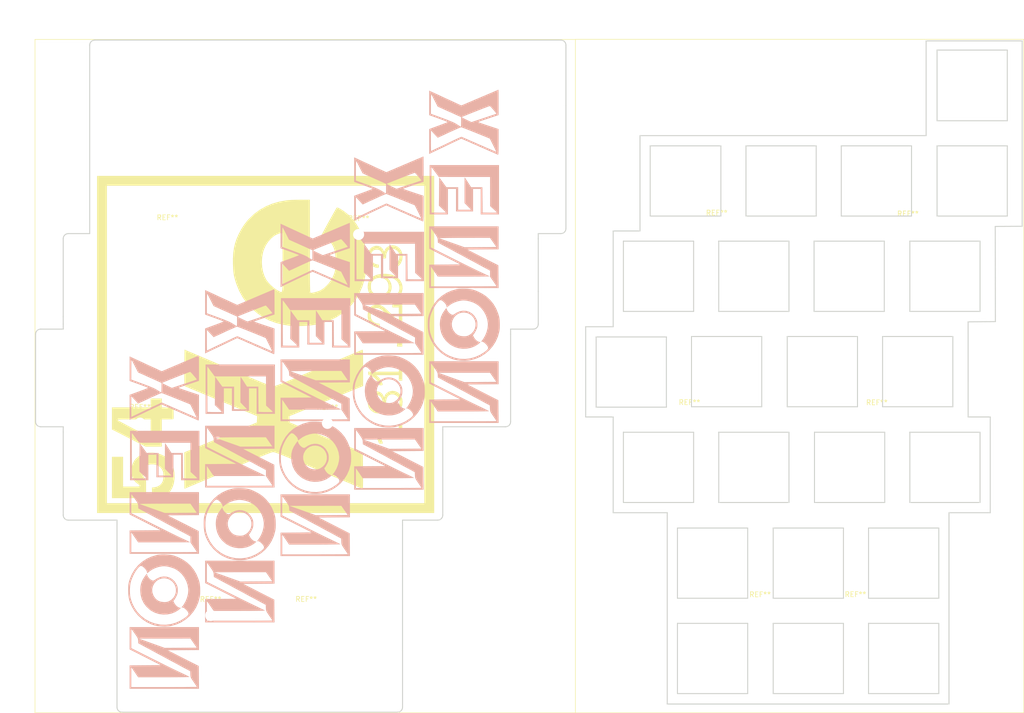
<source format=kicad_pcb>
(kicad_pcb (version 20171130) (host pcbnew 5.1.2)

  (general
    (thickness 1.6)
    (drawings 199)
    (tracks 0)
    (zones 0)
    (modules 18)
    (nets 1)
  )

  (page A4)
  (layers
    (0 F.Cu signal)
    (31 B.Cu signal)
    (32 B.Adhes user)
    (33 F.Adhes user)
    (34 B.Paste user)
    (35 F.Paste user)
    (36 B.SilkS user)
    (37 F.SilkS user)
    (38 B.Mask user)
    (39 F.Mask user)
    (40 Dwgs.User user)
    (41 Cmts.User user)
    (42 Eco1.User user)
    (43 Eco2.User user)
    (44 Edge.Cuts user)
    (45 Margin user)
    (46 B.CrtYd user)
    (47 F.CrtYd user)
    (48 B.Fab user)
    (49 F.Fab user)
  )

  (setup
    (last_trace_width 0.25)
    (trace_clearance 0.2)
    (zone_clearance 0.508)
    (zone_45_only no)
    (trace_min 0.2)
    (via_size 0.8)
    (via_drill 0.4)
    (via_min_size 0.4)
    (via_min_drill 0.3)
    (uvia_size 0.3)
    (uvia_drill 0.1)
    (uvias_allowed no)
    (uvia_min_size 0.2)
    (uvia_min_drill 0.1)
    (edge_width 0.05)
    (segment_width 0.2)
    (pcb_text_width 0.3)
    (pcb_text_size 1.5 1.5)
    (mod_edge_width 0.12)
    (mod_text_size 1 1)
    (mod_text_width 0.15)
    (pad_size 1.524 1.524)
    (pad_drill 0.762)
    (pad_to_mask_clearance 0.051)
    (solder_mask_min_width 0.25)
    (aux_axis_origin 0 0)
    (visible_elements FFFFFF7F)
    (pcbplotparams
      (layerselection 0x010f0_ffffffff)
      (usegerberextensions false)
      (usegerberattributes false)
      (usegerberadvancedattributes false)
      (creategerberjobfile false)
      (excludeedgelayer true)
      (linewidth 0.100000)
      (plotframeref false)
      (viasonmask false)
      (mode 1)
      (useauxorigin false)
      (hpglpennumber 1)
      (hpglpenspeed 20)
      (hpglpendiameter 15.000000)
      (psnegative false)
      (psa4output false)
      (plotreference true)
      (plotvalue true)
      (plotinvisibletext false)
      (padsonsilk false)
      (subtractmaskfromsilk false)
      (outputformat 1)
      (mirror false)
      (drillshape 0)
      (scaleselection 1)
      (outputdirectory "plate_tiled-gerber/"))
  )

  (net 0 "")

  (net_class Default "これはデフォルトのネット クラスです。"
    (clearance 0.2)
    (trace_width 0.25)
    (via_dia 0.8)
    (via_drill 0.4)
    (uvia_dia 0.3)
    (uvia_drill 0.1)
  )

  (module Mounting_Holes:MountingHole_2.2mm_M2 (layer F.Cu) (tedit 56D1B4CB) (tstamp 5D4F831B)
    (at 116.7 136.7)
    (descr "Mounting Hole 2.2mm, no annular, M2")
    (tags "mounting hole 2.2mm no annular m2")
    (attr virtual)
    (fp_text reference REF** (at 0 -3.2) (layer F.SilkS)
      (effects (font (size 1 1) (thickness 0.15)))
    )
    (fp_text value MountingHole_2.2mm_M2 (at 0 3.2) (layer F.Fab)
      (effects (font (size 1 1) (thickness 0.15)))
    )
    (fp_circle (center 0 0) (end 2.45 0) (layer F.CrtYd) (width 0.05))
    (fp_circle (center 0 0) (end 2.2 0) (layer Cmts.User) (width 0.15))
    (fp_text user %R (at 0.3 0) (layer F.Fab)
      (effects (font (size 1 1) (thickness 0.15)))
    )
    (pad 1 np_thru_hole circle (at 0 0) (size 2.2 2.2) (drill 2.2) (layers *.Cu *.Mask))
  )

  (module Mounting_Holes:MountingHole_2.2mm_M2 (layer F.Cu) (tedit 56D1B4CB) (tstamp 5D4F828C)
    (at 97.7 136.725)
    (descr "Mounting Hole 2.2mm, no annular, M2")
    (tags "mounting hole 2.2mm no annular m2")
    (attr virtual)
    (fp_text reference REF** (at 0 -3.2) (layer F.SilkS)
      (effects (font (size 1 1) (thickness 0.15)))
    )
    (fp_text value MountingHole_2.2mm_M2 (at 0 3.2) (layer F.Fab)
      (effects (font (size 1 1) (thickness 0.15)))
    )
    (fp_circle (center 0 0) (end 2.45 0) (layer F.CrtYd) (width 0.05))
    (fp_circle (center 0 0) (end 2.2 0) (layer Cmts.User) (width 0.15))
    (fp_text user %R (at 0.3 0) (layer F.Fab)
      (effects (font (size 1 1) (thickness 0.15)))
    )
    (pad 1 np_thru_hole circle (at 0 0) (size 2.2 2.2) (drill 2.2) (layers *.Cu *.Mask))
  )

  (module Mounting_Holes:MountingHole_2.2mm_M2 (layer F.Cu) (tedit 56D1B4CB) (tstamp 5D4F81FD)
    (at 83.65 98.475)
    (descr "Mounting Hole 2.2mm, no annular, M2")
    (tags "mounting hole 2.2mm no annular m2")
    (attr virtual)
    (fp_text reference REF** (at 0 -3.2) (layer F.SilkS)
      (effects (font (size 1 1) (thickness 0.15)))
    )
    (fp_text value MountingHole_2.2mm_M2 (at 0 3.2) (layer F.Fab)
      (effects (font (size 1 1) (thickness 0.15)))
    )
    (fp_circle (center 0 0) (end 2.45 0) (layer F.CrtYd) (width 0.05))
    (fp_circle (center 0 0) (end 2.2 0) (layer Cmts.User) (width 0.15))
    (fp_text user %R (at 0.3 0) (layer F.Fab)
      (effects (font (size 1 1) (thickness 0.15)))
    )
    (pad 1 np_thru_hole circle (at 0 0) (size 2.2 2.2) (drill 2.2) (layers *.Cu *.Mask))
  )

  (module Mounting_Holes:MountingHole_2.2mm_M2 (layer F.Cu) (tedit 56D1B4CB) (tstamp 5D4F816E)
    (at 120.925 98.525)
    (descr "Mounting Hole 2.2mm, no annular, M2")
    (tags "mounting hole 2.2mm no annular m2")
    (attr virtual)
    (fp_text reference REF** (at 0 -3.2) (layer F.SilkS)
      (effects (font (size 1 1) (thickness 0.15)))
    )
    (fp_text value MountingHole_2.2mm_M2 (at 0 3.2) (layer F.Fab)
      (effects (font (size 1 1) (thickness 0.15)))
    )
    (fp_circle (center 0 0) (end 2.45 0) (layer F.CrtYd) (width 0.05))
    (fp_circle (center 0 0) (end 2.2 0) (layer Cmts.User) (width 0.15))
    (fp_text user %R (at 0.3 0) (layer F.Fab)
      (effects (font (size 1 1) (thickness 0.15)))
    )
    (pad 1 np_thru_hole circle (at 0 0) (size 2.2 2.2) (drill 2.2) (layers *.Cu *.Mask))
  )

  (module Mounting_Holes:MountingHole_2.2mm_M2 (layer F.Cu) (tedit 56D1B4CB) (tstamp 5D4F80FD)
    (at 127.125 60.95)
    (descr "Mounting Hole 2.2mm, no annular, M2")
    (tags "mounting hole 2.2mm no annular m2")
    (attr virtual)
    (fp_text reference REF** (at 0 -3.2) (layer F.SilkS)
      (effects (font (size 1 1) (thickness 0.15)))
    )
    (fp_text value MountingHole_2.2mm_M2 (at 0 3.2) (layer F.Fab)
      (effects (font (size 1 1) (thickness 0.15)))
    )
    (fp_circle (center 0 0) (end 2.45 0) (layer F.CrtYd) (width 0.05))
    (fp_circle (center 0 0) (end 2.2 0) (layer Cmts.User) (width 0.15))
    (fp_text user %R (at 0.3 0) (layer F.Fab)
      (effects (font (size 1 1) (thickness 0.15)))
    )
    (pad 1 np_thru_hole circle (at 0 0) (size 2.2 2.2) (drill 2.2) (layers *.Cu *.Mask))
  )

  (module Mounting_Holes:MountingHole_2.2mm_M2 (layer F.Cu) (tedit 56D1B4CB) (tstamp 5D4F808C)
    (at 89.1 60.775)
    (descr "Mounting Hole 2.2mm, no annular, M2")
    (tags "mounting hole 2.2mm no annular m2")
    (attr virtual)
    (fp_text reference REF** (at 0 -3.2) (layer F.SilkS)
      (effects (font (size 1 1) (thickness 0.15)))
    )
    (fp_text value MountingHole_2.2mm_M2 (at 0 3.2) (layer F.Fab)
      (effects (font (size 1 1) (thickness 0.15)))
    )
    (fp_circle (center 0 0) (end 2.45 0) (layer F.CrtYd) (width 0.05))
    (fp_circle (center 0 0) (end 2.2 0) (layer Cmts.User) (width 0.15))
    (fp_text user %R (at 0.3 0) (layer F.Fab)
      (effects (font (size 1 1) (thickness 0.15)))
    )
    (pad 1 np_thru_hole circle (at 0 0) (size 2.2 2.2) (drill 2.2) (layers *.Cu *.Mask))
  )

  (module logo:xenone_logo_back_race (layer B.Cu) (tedit 0) (tstamp 5D469001)
    (at 148.025 65.425)
    (fp_text reference G*** (at 0 0) (layer B.SilkS) hide
      (effects (font (size 1.524 1.524) (thickness 0.3)) (justify mirror))
    )
    (fp_text value LOGO (at 0.75 0) (layer B.SilkS) hide
      (effects (font (size 1.524 1.524) (thickness 0.3)) (justify mirror))
    )
    (fp_poly (pts (xy 6.854792 -20.354598) (xy 6.88274 -20.412037) (xy 6.904218 -20.537899) (xy 6.920029 -20.748645)
      (xy 6.930975 -21.060737) (xy 6.93786 -21.490639) (xy 6.941485 -22.054813) (xy 6.942653 -22.76972)
      (xy 6.942667 -22.87409) (xy 6.942667 -25.446296) (xy 4.910667 -26.119667) (xy 4.357814 -26.304625)
      (xy 3.862182 -26.4738) (xy 3.445218 -26.619597) (xy 3.128367 -26.73442) (xy 2.933077 -26.810672)
      (xy 2.878667 -26.839333) (xy 2.955582 -26.877418) (xy 3.172029 -26.960437) (xy 3.506561 -27.080795)
      (xy 3.937732 -27.230897) (xy 4.444094 -27.403146) (xy 4.910667 -27.559) (xy 6.942667 -28.23237)
      (xy 6.942667 -30.753185) (xy 6.941985 -31.386815) (xy 6.940056 -31.961906) (xy 6.937054 -32.457711)
      (xy 6.933154 -32.853486) (xy 6.92853 -33.128485) (xy 6.923356 -33.261962) (xy 6.9215 -33.27142)
      (xy 6.841755 -33.238841) (xy 6.621463 -33.146482) (xy 6.275913 -33.000811) (xy 5.820396 -32.808296)
      (xy 5.270201 -32.575403) (xy 4.640617 -32.308599) (xy 3.946935 -32.014353) (xy 3.217333 -31.704606)
      (xy -0.465667 -30.140373) (xy -2.201333 -30.939242) (xy -2.826393 -31.227242) (xy -3.514178 -31.544657)
      (xy -4.210209 -31.866311) (xy -4.86001 -32.167029) (xy -5.3975 -32.416249) (xy -6.858 -33.094386)
      (xy -6.858 -28.486174) (xy -6.519333 -28.486174) (xy -6.518037 -30.47792) (xy -6.514862 -31.16401)
      (xy -6.506123 -31.687627) (xy -6.4915 -32.055554) (xy -6.470671 -32.274571) (xy -6.443313 -32.351458)
      (xy -6.429569 -32.342667) (xy -6.362051 -32.225134) (xy -6.234291 -31.986221) (xy -6.061998 -31.655891)
      (xy -5.860881 -31.264107) (xy -5.760352 -31.066243) (xy -5.178308 -29.91682) (xy -2.843154 -28.868261)
      (xy -0.50935 -27.820309) (xy -0.39714 -27.820309) (xy -0.396625 -27.825597) (xy -0.303434 -27.872637)
      (xy -0.075385 -27.971114) (xy 0.26557 -28.112401) (xy 0.69748 -28.28787) (xy 1.198394 -28.488894)
      (xy 1.74636 -28.706845) (xy 2.319428 -28.933096) (xy 2.895644 -29.159018) (xy 3.45306 -29.375985)
      (xy 3.969722 -29.575368) (xy 4.42368 -29.748541) (xy 4.792982 -29.886875) (xy 5.055677 -29.981743)
      (xy 5.189814 -30.024518) (xy 5.201677 -30.02591) (xy 5.285429 -29.956141) (xy 5.452876 -29.783423)
      (xy 5.678914 -29.534566) (xy 5.912633 -29.266564) (xy 6.158912 -28.973545) (xy 6.354222 -28.730452)
      (xy 6.477943 -28.563708) (xy 6.510623 -28.500264) (xy 6.424895 -28.467324) (xy 6.198205 -28.387945)
      (xy 5.85036 -28.268852) (xy 5.401171 -28.116769) (xy 4.870444 -27.938421) (xy 4.27799 -27.740534)
      (xy 4.016547 -27.653554) (xy 1.556093 -26.835936) (xy 0.556431 -27.307464) (xy 0.189388 -27.485501)
      (xy -0.1098 -27.640059) (xy -0.314265 -27.75653) (xy -0.39714 -27.820309) (xy -0.50935 -27.820309)
      (xy -0.508 -27.819703) (xy -0.508 -26.863852) (xy -0.51126 -26.484308) (xy -0.520111 -26.176127)
      (xy -0.533164 -25.973041) (xy -0.54742 -25.908) (xy -0.630621 -25.951252) (xy -0.822887 -26.067727)
      (xy -1.09187 -26.237504) (xy -1.288253 -26.364227) (xy -1.544406 -26.521452) (xy -1.828675 -26.674864)
      (xy -2.164193 -26.834514) (xy -2.574092 -27.010455) (xy -3.081503 -27.212741) (xy -3.709558 -27.451424)
      (xy -4.2545 -27.653315) (xy -6.519333 -28.486174) (xy -6.858 -28.486174) (xy -6.858 -28.218963)
      (xy -5.003378 -27.550381) (xy -4.48048 -27.359514) (xy -4.017148 -27.185851) (xy -3.635092 -27.037904)
      (xy -3.356018 -26.924185) (xy -3.201635 -26.853209) (xy -3.177967 -26.834533) (xy -3.26247 -26.793145)
      (xy -3.483466 -26.702917) (xy -3.818216 -26.572626) (xy -4.243983 -26.41105) (xy -4.738029 -26.226966)
      (xy -5.032589 -26.118586) (xy -6.858 -25.449903) (xy -6.858 -23.126445) (xy -6.519333 -23.126445)
      (xy -6.519333 -25.17089) (xy -5.841259 -24.446148) (xy -5.163184 -23.721405) (xy -2.899092 -24.766151)
      (xy -2.319823 -25.031631) (xy -1.786711 -25.272488) (xy -1.320101 -25.479804) (xy -0.940338 -25.644662)
      (xy -0.66777 -25.758144) (xy -0.52274 -25.811332) (xy -0.508 -25.814201) (xy -0.402391 -25.784077)
      (xy -0.158766 -25.696937) (xy 0.204216 -25.559997) (xy 0.667894 -25.380475) (xy 1.213608 -25.165588)
      (xy 1.822696 -24.922553) (xy 2.408002 -24.686384) (xy 5.197004 -23.555263) (xy 5.858688 -22.233965)
      (xy 6.070722 -21.80624) (xy 6.250014 -21.436233) (xy 6.385194 -21.148107) (xy 6.464893 -20.966023)
      (xy 6.480384 -20.912667) (xy 6.398446 -20.945243) (xy 6.180553 -21.037411) (xy 5.845861 -21.180834)
      (xy 5.413527 -21.367172) (xy 4.902705 -21.588086) (xy 4.332551 -21.835238) (xy 3.722221 -22.100288)
      (xy 3.090871 -22.374898) (xy 2.457655 -22.650729) (xy 1.84173 -22.919442) (xy 1.262251 -23.172699)
      (xy 0.738374 -23.402159) (xy 0.289254 -23.599485) (xy -0.065952 -23.756338) (xy -0.308091 -23.864379)
      (xy -0.418005 -23.915268) (xy -0.421528 -23.917217) (xy -0.507024 -23.889057) (xy -0.72824 -23.794772)
      (xy -1.068495 -23.642049) (xy -1.511109 -23.438575) (xy -2.0394 -23.192034) (xy -2.636689 -22.910112)
      (xy -3.286294 -22.600497) (xy -3.46249 -22.516031) (xy -4.122497 -22.199663) (xy -4.733702 -21.907476)
      (xy -5.27953 -21.647333) (xy -5.743407 -21.427099) (xy -6.108759 -21.254638) (xy -6.359011 -21.137815)
      (xy -6.477589 -21.084492) (xy -6.484821 -21.082) (xy -6.494412 -21.162821) (xy -6.502979 -21.389908)
      (xy -6.510131 -21.740192) (xy -6.515481 -22.190607) (xy -6.518637 -22.718085) (xy -6.519333 -23.126445)
      (xy -6.858 -23.126445) (xy -6.858 -20.484985) (xy -6.625167 -20.605235) (xy -6.498134 -20.667844)
      (xy -6.236414 -20.794466) (xy -5.858228 -20.976367) (xy -5.381799 -21.20481) (xy -4.825347 -21.471061)
      (xy -4.207095 -21.766383) (xy -3.545265 -22.082042) (xy -3.432803 -22.135634) (xy -0.473272 -23.545783)
      (xy 3.111603 -21.971069) (xy 3.845689 -21.648753) (xy 4.534464 -21.34661) (xy 5.161963 -21.071623)
      (xy 5.712223 -20.830773) (xy 6.169281 -20.631044) (xy 6.517172 -20.479419) (xy 6.739933 -20.382881)
      (xy 6.819572 -20.349119) (xy 6.854792 -20.354598)) (layer B.SilkS) (width 0.01))
    (fp_poly (pts (xy -3.132667 -13.546667) (xy -1.524 -13.546667) (xy -1.524 -9.059333) (xy 1.862667 -9.059333)
      (xy 1.862667 -13.546667) (xy 3.386667 -13.546667) (xy 3.386667 -8.466667) (xy 7.027333 -8.466667)
      (xy 7.027333 -18.288) (xy -6.773333 -18.288) (xy -6.773333 -16.398949) (xy -6.42247 -16.398949)
      (xy -6.421811 -16.949073) (xy -6.420086 -17.383903) (xy -6.417305 -17.687906) (xy -6.413479 -17.845547)
      (xy -6.411281 -17.864667) (xy -6.354966 -17.800408) (xy -6.217109 -17.623804) (xy -6.016237 -17.359106)
      (xy -5.770878 -17.030571) (xy -5.669705 -16.893865) (xy -4.953 -15.923064) (xy 0.148167 -15.920199)
      (xy 5.249333 -15.917333) (xy 5.267847 -10.117667) (xy 5.926667 -9.525) (xy 6.199945 -9.274009)
      (xy 6.419756 -9.062348) (xy 6.559177 -8.916544) (xy 6.594743 -8.866786) (xy 6.517889 -8.846452)
      (xy 6.299203 -8.831445) (xy 5.966126 -8.822589) (xy 5.546099 -8.820711) (xy 5.185833 -8.824453)
      (xy 3.767667 -8.847667) (xy 3.722813 -13.885333) (xy 1.471227 -13.885333) (xy 0.846667 -14.859)
      (xy 0.617524 -15.213388) (xy 0.422208 -15.510099) (xy 0.278048 -15.723211) (xy 0.202371 -15.826809)
      (xy 0.19572 -15.832667) (xy 0.189122 -15.751443) (xy 0.183127 -15.521542) (xy 0.177949 -15.163619)
      (xy 0.173802 -14.69833) (xy 0.1709 -14.146332) (xy 0.169455 -13.528278) (xy 0.169333 -13.282944)
      (xy 0.169333 -10.733221) (xy 0.819016 -10.06561) (xy 1.468698 -9.398) (xy -1.100667 -9.398)
      (xy -1.100667 -13.885333) (xy -3.442957 -13.885333) (xy -4.868333 -15.841915) (xy -4.919077 -10.202333)
      (xy -4.237502 -9.567333) (xy -3.962295 -9.305316) (xy -3.740326 -9.083294) (xy -3.597 -8.927381)
      (xy -3.555963 -8.866786) (xy -3.635999 -8.846439) (xy -3.857625 -8.831427) (xy -4.193159 -8.822577)
      (xy -4.614919 -8.820716) (xy -4.974167 -8.824453) (xy -6.392333 -8.847667) (xy -6.414242 -13.356167)
      (xy -6.417949 -14.212138) (xy -6.420549 -15.014948) (xy -6.422052 -15.749062) (xy -6.42247 -16.398949)
      (xy -6.773333 -16.398949) (xy -6.773333 -8.466667) (xy -3.132667 -8.466667) (xy -3.132667 -13.546667)) (layer B.SilkS) (width 0.01))
    (fp_poly (pts (xy 6.922883 3.91971) (xy 6.900333 1.658754) (xy 3.81 0.088544) (xy 0.719667 -1.481667)
      (xy 3.831167 -1.503876) (xy 6.942667 -1.526086) (xy 6.942667 -6.096) (xy -6.858 -6.096)
      (xy -6.85595 -3.8735) (xy -6.853901 -1.651) (xy -3.761569 -0.084667) (xy -0.669237 1.481667)
      (xy -3.763618 1.503877) (xy -6.858 1.526086) (xy -6.858 3.876629) (xy -6.519334 3.876629)
      (xy -6.519334 1.911259) (xy -5.153764 3.894667) (xy 0.019562 3.894667) (xy 0.936942 3.894113)
      (xy 1.801227 3.892517) (xy 2.598046 3.889976) (xy 3.313032 3.886587) (xy 3.931814 3.882449)
      (xy 4.440022 3.877658) (xy 4.823287 3.872313) (xy 5.06724 3.86651) (xy 5.15751 3.860348)
      (xy 5.157611 3.859784) (xy 5.074026 3.815319) (xy 4.859175 3.70989) (xy 4.535244 3.554131)
      (xy 4.124421 3.358676) (xy 3.648892 3.134159) (xy 3.386667 3.010982) (xy 2.962634 2.80946)
      (xy 2.41023 2.542737) (xy 1.752202 2.22201) (xy 1.011299 1.858475) (xy 0.21027 1.46333)
      (xy -0.628139 1.047772) (xy -1.481178 0.622996) (xy -2.326099 0.2002) (xy -2.434025 0.146031)
      (xy -6.51905 -1.905) (xy -6.519192 -3.788833) (xy -6.517956 -4.333157) (xy -6.514417 -4.815821)
      (xy -6.508952 -5.212795) (xy -6.50194 -5.500048) (xy -6.493759 -5.65355) (xy -6.489522 -5.672667)
      (xy -6.432757 -5.607363) (xy -6.298309 -5.428554) (xy -6.104984 -5.161887) (xy -5.871582 -4.833015)
      (xy -5.816822 -4.755004) (xy -5.552336 -4.372756) (xy -5.371037 -4.092317) (xy -5.256301 -3.878705)
      (xy -5.204033 -3.732095) (xy -4.868333 -3.732095) (xy -4.816743 -3.744106) (xy -4.609737 -3.7556)
      (xy -4.261235 -3.766375) (xy -3.785154 -3.776227) (xy -3.195413 -3.784954) (xy -2.505929 -3.792353)
      (xy -1.730621 -3.798219) (xy -0.883407 -3.80235) (xy 0.021795 -3.804543) (xy 0.10034 -3.804633)
      (xy 5.238346 -3.81) (xy 5.869977 -2.899833) (xy 6.501609 -1.989667) (xy 0.140575 -1.945269)
      (xy -2.279213 -2.805097) (xy -2.892257 -3.023156) (xy -3.45937 -3.225306) (xy -3.959299 -3.403937)
      (xy -4.370792 -3.551441) (xy -4.6726 -3.66021) (xy -4.843469 -3.722633) (xy -4.868333 -3.732095)
      (xy -5.204033 -3.732095) (xy -5.191499 -3.69694) (xy -5.160007 -3.512043) (xy -5.148133 -3.348136)
      (xy -5.122333 -2.858931) (xy 5.249333 2.725557) (xy 5.249333 3.912262) (xy 5.884333 4.836945)
      (xy 6.119205 5.181829) (xy 6.31483 5.474543) (xy 6.453406 5.688034) (xy 6.517127 5.795248)
      (xy 6.519333 5.801814) (xy 6.43682 5.808188) (xy 6.19789 5.814251) (xy 5.815464 5.819923)
      (xy 5.302457 5.825123) (xy 4.671787 5.829773) (xy 3.936373 5.833793) (xy 3.109132 5.837104)
      (xy 2.202982 5.839625) (xy 1.23084 5.841277) (xy 0.205624 5.84198) (xy 0 5.842)
      (xy -6.519333 5.842) (xy -6.519334 3.876629) (xy -6.858 3.876629) (xy -6.858 6.180667)
      (xy 6.945432 6.180667) (xy 6.922883 3.91971)) (layer B.SilkS) (width 0.01))
    (fp_poly (pts (xy 0.969381 20.597531) (xy 1.359616 20.536331) (xy 2.420536 20.239567) (xy 3.406609 19.799047)
      (xy 4.306007 19.226814) (xy 5.106904 18.53491) (xy 5.797471 17.73538) (xy 6.36588 16.840267)
      (xy 6.800303 15.861613) (xy 7.088913 14.811462) (xy 7.113875 14.677311) (xy 7.166943 14.217403)
      (xy 7.188582 13.645343) (xy 7.178903 13.068645) (xy 7.151688 12.579283) (xy 7.108847 12.192795)
      (xy 7.038359 11.842758) (xy 6.928204 11.462751) (xy 6.840905 11.200993) (xy 6.432154 10.212081)
      (xy 5.91783 9.340397) (xy 5.278443 8.557349) (xy 4.613009 7.932447) (xy 4.12489 7.57395)
      (xy 3.529072 7.216651) (xy 2.884666 6.890886) (xy 2.250781 6.62699) (xy 1.778 6.477449)
      (xy 1.328742 6.392645) (xy 0.77593 6.33414) (xy 0.174192 6.30348) (xy -0.421845 6.302212)
      (xy -0.957554 6.33188) (xy -1.354667 6.38879) (xy -2.45665 6.706819) (xy -3.465278 7.163551)
      (xy -4.373199 7.752239) (xy -5.173061 8.46614) (xy -5.857511 9.298506) (xy -6.419195 10.242592)
      (xy -6.850763 11.291653) (xy -6.913307 11.488635) (xy -7.007777 11.818914) (xy -7.071958 12.108371)
      (xy -7.111467 12.405003) (xy -7.131919 12.756808) (xy -7.13893 13.211782) (xy -7.13924 13.419667)
      (xy -7.127859 13.818409) (xy -6.79814 13.818409) (xy -6.795464 13.13405) (xy -6.746725 12.471061)
      (xy -6.652718 11.890651) (xy -6.619985 11.757182) (xy -6.426293 11.173729) (xy -6.15533 10.541878)
      (xy -5.842812 9.938626) (xy -5.584551 9.525) (xy -5.301472 9.147298) (xy -5.037569 8.850896)
      (xy -4.812888 8.655118) (xy -4.64748 8.579289) (xy -4.608482 8.584197) (xy -4.447022 8.630127)
      (xy -4.395986 8.636) (xy -4.275265 8.694848) (xy -4.08779 8.845147) (xy -3.874328 9.047532)
      (xy -3.675647 9.262639) (xy -3.532514 9.451102) (xy -3.508186 9.493266) (xy -3.419426 9.722521)
      (xy -3.386667 9.908991) (xy -3.373312 9.995563) (xy -3.315116 9.998959) (xy -3.184887 9.907641)
      (xy -2.990362 9.740883) (xy -2.447083 9.352619) (xy -1.794637 9.029762) (xy -1.086952 8.792185)
      (xy -0.377958 8.65976) (xy 0 8.63894) (xy 0.58071 8.690272) (xy 1.225229 8.833019)
      (xy 1.867186 9.050309) (xy 2.201333 9.198514) (xy 2.885939 9.62432) (xy 3.492715 10.181276)
      (xy 4.005279 10.842741) (xy 4.407247 11.582073) (xy 4.682239 12.372631) (xy 4.813871 13.187775)
      (xy 4.82306 13.462) (xy 4.756283 14.16032) (xy 4.568967 14.897892) (xy 4.28063 15.6188)
      (xy 3.910793 16.267126) (xy 3.78121 16.4465) (xy 3.472452 16.848667) (xy 3.685451 16.848667)
      (xy 3.882312 16.912394) (xy 4.132599 17.078559) (xy 4.394425 17.30964) (xy 4.625903 17.568111)
      (xy 4.785149 17.81645) (xy 4.798109 17.845434) (xy 4.85919 18.041383) (xy 4.847763 18.212127)
      (xy 4.746657 18.386011) (xy 4.538698 18.591377) (xy 4.206714 18.85657) (xy 4.167379 18.886451)
      (xy 3.28379 19.454866) (xy 2.33018 19.882019) (xy 1.329976 20.161543) (xy 0.306604 20.287067)
      (xy -0.71651 20.252224) (xy -0.812591 20.240374) (xy -1.876401 20.019079) (xy -2.869253 19.649768)
      (xy -3.779529 19.142835) (xy -4.59561 18.508677) (xy -5.305878 17.757689) (xy -5.898716 16.900265)
      (xy -6.362505 15.946802) (xy -6.662131 15.006401) (xy -6.753961 14.462929) (xy -6.79814 13.818409)
      (xy -7.127859 13.818409) (xy -7.117199 14.191829) (xy -7.044451 14.852401) (xy -6.909381 15.454553)
      (xy -6.700373 16.051455) (xy -6.437336 16.63243) (xy -5.884992 17.571018) (xy -5.203183 18.410976)
      (xy -4.407719 19.139025) (xy -3.514409 19.741887) (xy -2.539063 20.206284) (xy -1.94406 20.406365)
      (xy -1.285543 20.546835) (xy -0.535359 20.627294) (xy 0.238835 20.64508) (xy 0.969381 20.597531)) (layer B.SilkS) (width 0.01))
    (fp_poly (pts (xy 6.922883 30.758134) (xy 6.900333 28.496268) (xy 3.814781 26.926967) (xy 0.729228 25.357667)
      (xy 3.835947 25.335457) (xy 6.942667 25.313247) (xy 6.942667 20.743333) (xy -6.858 20.743333)
      (xy -6.856183 22.965833) (xy -6.854365 25.188333) (xy -3.75358 26.754667) (xy -0.652795 28.321)
      (xy -3.755397 28.34321) (xy -6.858 28.36542) (xy -6.858 32.681333) (xy -6.519333 32.681333)
      (xy -6.519333 28.76126) (xy -6.28119 29.091464) (xy -6.123008 29.315658) (xy -5.909083 29.625232)
      (xy -5.677657 29.964708) (xy -5.601277 30.077833) (xy -5.159507 30.734) (xy -0.02282 30.734)
      (xy 1.044977 30.732743) (xy 2.00436 30.729055) (xy 2.847136 30.723063) (xy 3.565111 30.714894)
      (xy 4.150094 30.704675) (xy 4.593891 30.692534) (xy 4.88831 30.678596) (xy 5.025157 30.662988)
      (xy 5.033433 30.655713) (xy 4.936306 30.59846) (xy 4.708554 30.481251) (xy 4.373165 30.315381)
      (xy 3.953128 30.112149) (xy 3.471429 29.88285) (xy 3.217333 29.76322) (xy 2.789234 29.559747)
      (xy 2.233218 29.291322) (xy 1.572499 28.969364) (xy 0.830293 28.605293) (xy 0.029815 28.21053)
      (xy -0.805721 27.796495) (xy -1.6531 27.374609) (xy -2.489106 26.956292) (xy -2.518237 26.941674)
      (xy -6.518141 24.934333) (xy -6.518737 23.0505) (xy -6.517583 22.506177) (xy -6.514022 22.023513)
      (xy -6.50844 21.626539) (xy -6.501224 21.339286) (xy -6.492763 21.185784) (xy -6.488367 21.166667)
      (xy -6.431085 21.231923) (xy -6.296101 21.410572) (xy -6.102318 21.676931) (xy -5.86864 22.00532)
      (xy -5.815783 22.08045) (xy -5.551461 22.461613) (xy -5.370408 22.741169) (xy -5.255941 22.954196)
      (xy -5.226117 23.038073) (xy -5.037667 23.038073) (xy 0.10034 23.033703) (xy 5.238346 23.029333)
      (xy 6.501608 24.849667) (xy 3.314304 24.868936) (xy 0.127 24.888206) (xy -2.455333 23.963139)
      (xy -5.037667 23.038073) (xy -5.226117 23.038073) (xy -5.191376 23.135775) (xy -5.160029 23.320983)
      (xy -5.148249 23.483967) (xy -5.122333 23.973702) (xy 0.042333 26.754769) (xy 5.207 29.535836)
      (xy 5.232171 30.149547) (xy 5.245231 30.402802) (xy 5.270963 30.600605) (xy 5.325295 30.78016)
      (xy 5.424155 30.978667) (xy 5.583471 31.233327) (xy 5.819171 31.581343) (xy 5.888338 31.68211)
      (xy 6.12242 32.025862) (xy 6.317197 32.317386) (xy 6.454808 32.529536) (xy 6.517391 32.635164)
      (xy 6.519333 32.641148) (xy 6.43682 32.647522) (xy 6.19789 32.653584) (xy 5.815464 32.659256)
      (xy 5.302457 32.664456) (xy 4.671787 32.669107) (xy 3.936373 32.673127) (xy 3.109132 32.676437)
      (xy 2.202982 32.678958) (xy 1.23084 32.68061) (xy 0.205624 32.681314) (xy 0 32.681333)
      (xy -6.519333 32.681333) (xy -6.858 32.681333) (xy -6.858 33.02) (xy 6.945432 33.02)
      (xy 6.922883 30.758134)) (layer B.SilkS) (width 0.01))
    (fp_poly (pts (xy 0.628317 18.229766) (xy 1.42542 18.074033) (xy 2.171917 17.790305) (xy 2.83969 17.380112)
      (xy 3.009956 17.241745) (xy 3.341208 16.9554) (xy 3.082776 16.898638) (xy 2.74853 16.753653)
      (xy 2.417257 16.487462) (xy 2.136061 16.142342) (xy 2.028518 15.952474) (xy 1.840498 15.564076)
      (xy 2.023685 15.338538) (xy 2.156487 15.144281) (xy 2.321619 14.860758) (xy 2.467511 14.580784)
      (xy 2.613125 14.253213) (xy 2.692616 13.970282) (xy 2.724365 13.64957) (xy 2.728148 13.412117)
      (xy 2.716094 13.033782) (xy 2.667445 12.74113) (xy 2.563469 12.451458) (xy 2.461185 12.233387)
      (xy 2.09387 11.662161) (xy 1.629158 11.215945) (xy 1.089685 10.900311) (xy 0.49809 10.720831)
      (xy -0.122992 10.683077) (xy -0.750922 10.79262) (xy -1.363065 11.055032) (xy -1.630029 11.226395)
      (xy -1.870546 11.383455) (xy -2.07168 11.488157) (xy -2.163401 11.514667) (xy -2.438008 11.442854)
      (xy -2.737321 11.252149) (xy -3.020169 10.979653) (xy -3.24538 10.662469) (xy -3.339762 10.454588)
      (xy -3.448799 10.13742) (xy -3.789202 10.59321) (xy -4.227481 11.262301) (xy -4.521911 11.919943)
      (xy -4.688015 12.611917) (xy -4.730546 13.228049) (xy -2.373015 13.228049) (xy -2.241849 12.638761)
      (xy -1.941817 12.061446) (xy -1.933707 12.049458) (xy -1.532229 11.600814) (xy -1.040079 11.278288)
      (xy -0.487043 11.088985) (xy 0.097091 11.040013) (xy 0.682537 11.138478) (xy 1.118943 11.321119)
      (xy 1.620305 11.680168) (xy 1.994306 12.125462) (xy 2.241234 12.631985) (xy 2.361378 13.174721)
      (xy 2.355028 13.728654) (xy 2.222472 14.268767) (xy 1.964 14.770046) (xy 1.5799 15.207474)
      (xy 1.070463 15.556034) (xy 1.070005 15.556271) (xy 0.787723 15.683459) (xy 0.516291 15.75258)
      (xy 0.182123 15.779107) (xy 0 15.781272) (xy -0.642754 15.709884) (xy -1.194788 15.49553)
      (xy -1.65569 15.138469) (xy -2.025049 14.638961) (xy -2.128484 14.439308) (xy -2.335248 13.828501)
      (xy -2.373015 13.228049) (xy -4.730546 13.228049) (xy -4.741312 13.384005) (xy -4.741333 13.401646)
      (xy -4.663524 14.332465) (xy -4.432593 15.193875) (xy -4.052284 15.978948) (xy -3.526342 16.680753)
      (xy -2.858511 17.292363) (xy -2.503774 17.542104) (xy -1.785437 17.913672) (xy -1.00523 18.151117)
      (xy -0.191273 18.255971) (xy 0.628317 18.229766)) (layer B.SilkS) (width 0.01))
  )

  (module logo:xenone_logo_back_race (layer B.Cu) (tedit 0) (tstamp 5D469037)
    (at 133.1 78.7)
    (fp_text reference G*** (at 0 0) (layer B.SilkS) hide
      (effects (font (size 1.524 1.524) (thickness 0.3)) (justify mirror))
    )
    (fp_text value LOGO (at 0.75 0) (layer B.SilkS) hide
      (effects (font (size 1.524 1.524) (thickness 0.3)) (justify mirror))
    )
    (fp_poly (pts (xy 0.628317 18.229766) (xy 1.42542 18.074033) (xy 2.171917 17.790305) (xy 2.83969 17.380112)
      (xy 3.009956 17.241745) (xy 3.341208 16.9554) (xy 3.082776 16.898638) (xy 2.74853 16.753653)
      (xy 2.417257 16.487462) (xy 2.136061 16.142342) (xy 2.028518 15.952474) (xy 1.840498 15.564076)
      (xy 2.023685 15.338538) (xy 2.156487 15.144281) (xy 2.321619 14.860758) (xy 2.467511 14.580784)
      (xy 2.613125 14.253213) (xy 2.692616 13.970282) (xy 2.724365 13.64957) (xy 2.728148 13.412117)
      (xy 2.716094 13.033782) (xy 2.667445 12.74113) (xy 2.563469 12.451458) (xy 2.461185 12.233387)
      (xy 2.09387 11.662161) (xy 1.629158 11.215945) (xy 1.089685 10.900311) (xy 0.49809 10.720831)
      (xy -0.122992 10.683077) (xy -0.750922 10.79262) (xy -1.363065 11.055032) (xy -1.630029 11.226395)
      (xy -1.870546 11.383455) (xy -2.07168 11.488157) (xy -2.163401 11.514667) (xy -2.438008 11.442854)
      (xy -2.737321 11.252149) (xy -3.020169 10.979653) (xy -3.24538 10.662469) (xy -3.339762 10.454588)
      (xy -3.448799 10.13742) (xy -3.789202 10.59321) (xy -4.227481 11.262301) (xy -4.521911 11.919943)
      (xy -4.688015 12.611917) (xy -4.730546 13.228049) (xy -2.373015 13.228049) (xy -2.241849 12.638761)
      (xy -1.941817 12.061446) (xy -1.933707 12.049458) (xy -1.532229 11.600814) (xy -1.040079 11.278288)
      (xy -0.487043 11.088985) (xy 0.097091 11.040013) (xy 0.682537 11.138478) (xy 1.118943 11.321119)
      (xy 1.620305 11.680168) (xy 1.994306 12.125462) (xy 2.241234 12.631985) (xy 2.361378 13.174721)
      (xy 2.355028 13.728654) (xy 2.222472 14.268767) (xy 1.964 14.770046) (xy 1.5799 15.207474)
      (xy 1.070463 15.556034) (xy 1.070005 15.556271) (xy 0.787723 15.683459) (xy 0.516291 15.75258)
      (xy 0.182123 15.779107) (xy 0 15.781272) (xy -0.642754 15.709884) (xy -1.194788 15.49553)
      (xy -1.65569 15.138469) (xy -2.025049 14.638961) (xy -2.128484 14.439308) (xy -2.335248 13.828501)
      (xy -2.373015 13.228049) (xy -4.730546 13.228049) (xy -4.741312 13.384005) (xy -4.741333 13.401646)
      (xy -4.663524 14.332465) (xy -4.432593 15.193875) (xy -4.052284 15.978948) (xy -3.526342 16.680753)
      (xy -2.858511 17.292363) (xy -2.503774 17.542104) (xy -1.785437 17.913672) (xy -1.00523 18.151117)
      (xy -0.191273 18.255971) (xy 0.628317 18.229766)) (layer B.SilkS) (width 0.01))
    (fp_poly (pts (xy 6.922883 30.758134) (xy 6.900333 28.496268) (xy 3.814781 26.926967) (xy 0.729228 25.357667)
      (xy 3.835947 25.335457) (xy 6.942667 25.313247) (xy 6.942667 20.743333) (xy -6.858 20.743333)
      (xy -6.856183 22.965833) (xy -6.854365 25.188333) (xy -3.75358 26.754667) (xy -0.652795 28.321)
      (xy -3.755397 28.34321) (xy -6.858 28.36542) (xy -6.858 32.681333) (xy -6.519333 32.681333)
      (xy -6.519333 28.76126) (xy -6.28119 29.091464) (xy -6.123008 29.315658) (xy -5.909083 29.625232)
      (xy -5.677657 29.964708) (xy -5.601277 30.077833) (xy -5.159507 30.734) (xy -0.02282 30.734)
      (xy 1.044977 30.732743) (xy 2.00436 30.729055) (xy 2.847136 30.723063) (xy 3.565111 30.714894)
      (xy 4.150094 30.704675) (xy 4.593891 30.692534) (xy 4.88831 30.678596) (xy 5.025157 30.662988)
      (xy 5.033433 30.655713) (xy 4.936306 30.59846) (xy 4.708554 30.481251) (xy 4.373165 30.315381)
      (xy 3.953128 30.112149) (xy 3.471429 29.88285) (xy 3.217333 29.76322) (xy 2.789234 29.559747)
      (xy 2.233218 29.291322) (xy 1.572499 28.969364) (xy 0.830293 28.605293) (xy 0.029815 28.21053)
      (xy -0.805721 27.796495) (xy -1.6531 27.374609) (xy -2.489106 26.956292) (xy -2.518237 26.941674)
      (xy -6.518141 24.934333) (xy -6.518737 23.0505) (xy -6.517583 22.506177) (xy -6.514022 22.023513)
      (xy -6.50844 21.626539) (xy -6.501224 21.339286) (xy -6.492763 21.185784) (xy -6.488367 21.166667)
      (xy -6.431085 21.231923) (xy -6.296101 21.410572) (xy -6.102318 21.676931) (xy -5.86864 22.00532)
      (xy -5.815783 22.08045) (xy -5.551461 22.461613) (xy -5.370408 22.741169) (xy -5.255941 22.954196)
      (xy -5.226117 23.038073) (xy -5.037667 23.038073) (xy 0.10034 23.033703) (xy 5.238346 23.029333)
      (xy 6.501608 24.849667) (xy 3.314304 24.868936) (xy 0.127 24.888206) (xy -2.455333 23.963139)
      (xy -5.037667 23.038073) (xy -5.226117 23.038073) (xy -5.191376 23.135775) (xy -5.160029 23.320983)
      (xy -5.148249 23.483967) (xy -5.122333 23.973702) (xy 0.042333 26.754769) (xy 5.207 29.535836)
      (xy 5.232171 30.149547) (xy 5.245231 30.402802) (xy 5.270963 30.600605) (xy 5.325295 30.78016)
      (xy 5.424155 30.978667) (xy 5.583471 31.233327) (xy 5.819171 31.581343) (xy 5.888338 31.68211)
      (xy 6.12242 32.025862) (xy 6.317197 32.317386) (xy 6.454808 32.529536) (xy 6.517391 32.635164)
      (xy 6.519333 32.641148) (xy 6.43682 32.647522) (xy 6.19789 32.653584) (xy 5.815464 32.659256)
      (xy 5.302457 32.664456) (xy 4.671787 32.669107) (xy 3.936373 32.673127) (xy 3.109132 32.676437)
      (xy 2.202982 32.678958) (xy 1.23084 32.68061) (xy 0.205624 32.681314) (xy 0 32.681333)
      (xy -6.519333 32.681333) (xy -6.858 32.681333) (xy -6.858 33.02) (xy 6.945432 33.02)
      (xy 6.922883 30.758134)) (layer B.SilkS) (width 0.01))
    (fp_poly (pts (xy 0.969381 20.597531) (xy 1.359616 20.536331) (xy 2.420536 20.239567) (xy 3.406609 19.799047)
      (xy 4.306007 19.226814) (xy 5.106904 18.53491) (xy 5.797471 17.73538) (xy 6.36588 16.840267)
      (xy 6.800303 15.861613) (xy 7.088913 14.811462) (xy 7.113875 14.677311) (xy 7.166943 14.217403)
      (xy 7.188582 13.645343) (xy 7.178903 13.068645) (xy 7.151688 12.579283) (xy 7.108847 12.192795)
      (xy 7.038359 11.842758) (xy 6.928204 11.462751) (xy 6.840905 11.200993) (xy 6.432154 10.212081)
      (xy 5.91783 9.340397) (xy 5.278443 8.557349) (xy 4.613009 7.932447) (xy 4.12489 7.57395)
      (xy 3.529072 7.216651) (xy 2.884666 6.890886) (xy 2.250781 6.62699) (xy 1.778 6.477449)
      (xy 1.328742 6.392645) (xy 0.77593 6.33414) (xy 0.174192 6.30348) (xy -0.421845 6.302212)
      (xy -0.957554 6.33188) (xy -1.354667 6.38879) (xy -2.45665 6.706819) (xy -3.465278 7.163551)
      (xy -4.373199 7.752239) (xy -5.173061 8.46614) (xy -5.857511 9.298506) (xy -6.419195 10.242592)
      (xy -6.850763 11.291653) (xy -6.913307 11.488635) (xy -7.007777 11.818914) (xy -7.071958 12.108371)
      (xy -7.111467 12.405003) (xy -7.131919 12.756808) (xy -7.13893 13.211782) (xy -7.13924 13.419667)
      (xy -7.127859 13.818409) (xy -6.79814 13.818409) (xy -6.795464 13.13405) (xy -6.746725 12.471061)
      (xy -6.652718 11.890651) (xy -6.619985 11.757182) (xy -6.426293 11.173729) (xy -6.15533 10.541878)
      (xy -5.842812 9.938626) (xy -5.584551 9.525) (xy -5.301472 9.147298) (xy -5.037569 8.850896)
      (xy -4.812888 8.655118) (xy -4.64748 8.579289) (xy -4.608482 8.584197) (xy -4.447022 8.630127)
      (xy -4.395986 8.636) (xy -4.275265 8.694848) (xy -4.08779 8.845147) (xy -3.874328 9.047532)
      (xy -3.675647 9.262639) (xy -3.532514 9.451102) (xy -3.508186 9.493266) (xy -3.419426 9.722521)
      (xy -3.386667 9.908991) (xy -3.373312 9.995563) (xy -3.315116 9.998959) (xy -3.184887 9.907641)
      (xy -2.990362 9.740883) (xy -2.447083 9.352619) (xy -1.794637 9.029762) (xy -1.086952 8.792185)
      (xy -0.377958 8.65976) (xy 0 8.63894) (xy 0.58071 8.690272) (xy 1.225229 8.833019)
      (xy 1.867186 9.050309) (xy 2.201333 9.198514) (xy 2.885939 9.62432) (xy 3.492715 10.181276)
      (xy 4.005279 10.842741) (xy 4.407247 11.582073) (xy 4.682239 12.372631) (xy 4.813871 13.187775)
      (xy 4.82306 13.462) (xy 4.756283 14.16032) (xy 4.568967 14.897892) (xy 4.28063 15.6188)
      (xy 3.910793 16.267126) (xy 3.78121 16.4465) (xy 3.472452 16.848667) (xy 3.685451 16.848667)
      (xy 3.882312 16.912394) (xy 4.132599 17.078559) (xy 4.394425 17.30964) (xy 4.625903 17.568111)
      (xy 4.785149 17.81645) (xy 4.798109 17.845434) (xy 4.85919 18.041383) (xy 4.847763 18.212127)
      (xy 4.746657 18.386011) (xy 4.538698 18.591377) (xy 4.206714 18.85657) (xy 4.167379 18.886451)
      (xy 3.28379 19.454866) (xy 2.33018 19.882019) (xy 1.329976 20.161543) (xy 0.306604 20.287067)
      (xy -0.71651 20.252224) (xy -0.812591 20.240374) (xy -1.876401 20.019079) (xy -2.869253 19.649768)
      (xy -3.779529 19.142835) (xy -4.59561 18.508677) (xy -5.305878 17.757689) (xy -5.898716 16.900265)
      (xy -6.362505 15.946802) (xy -6.662131 15.006401) (xy -6.753961 14.462929) (xy -6.79814 13.818409)
      (xy -7.127859 13.818409) (xy -7.117199 14.191829) (xy -7.044451 14.852401) (xy -6.909381 15.454553)
      (xy -6.700373 16.051455) (xy -6.437336 16.63243) (xy -5.884992 17.571018) (xy -5.203183 18.410976)
      (xy -4.407719 19.139025) (xy -3.514409 19.741887) (xy -2.539063 20.206284) (xy -1.94406 20.406365)
      (xy -1.285543 20.546835) (xy -0.535359 20.627294) (xy 0.238835 20.64508) (xy 0.969381 20.597531)) (layer B.SilkS) (width 0.01))
    (fp_poly (pts (xy 6.922883 3.91971) (xy 6.900333 1.658754) (xy 3.81 0.088544) (xy 0.719667 -1.481667)
      (xy 3.831167 -1.503876) (xy 6.942667 -1.526086) (xy 6.942667 -6.096) (xy -6.858 -6.096)
      (xy -6.85595 -3.8735) (xy -6.853901 -1.651) (xy -3.761569 -0.084667) (xy -0.669237 1.481667)
      (xy -3.763618 1.503877) (xy -6.858 1.526086) (xy -6.858 3.876629) (xy -6.519334 3.876629)
      (xy -6.519334 1.911259) (xy -5.153764 3.894667) (xy 0.019562 3.894667) (xy 0.936942 3.894113)
      (xy 1.801227 3.892517) (xy 2.598046 3.889976) (xy 3.313032 3.886587) (xy 3.931814 3.882449)
      (xy 4.440022 3.877658) (xy 4.823287 3.872313) (xy 5.06724 3.86651) (xy 5.15751 3.860348)
      (xy 5.157611 3.859784) (xy 5.074026 3.815319) (xy 4.859175 3.70989) (xy 4.535244 3.554131)
      (xy 4.124421 3.358676) (xy 3.648892 3.134159) (xy 3.386667 3.010982) (xy 2.962634 2.80946)
      (xy 2.41023 2.542737) (xy 1.752202 2.22201) (xy 1.011299 1.858475) (xy 0.21027 1.46333)
      (xy -0.628139 1.047772) (xy -1.481178 0.622996) (xy -2.326099 0.2002) (xy -2.434025 0.146031)
      (xy -6.51905 -1.905) (xy -6.519192 -3.788833) (xy -6.517956 -4.333157) (xy -6.514417 -4.815821)
      (xy -6.508952 -5.212795) (xy -6.50194 -5.500048) (xy -6.493759 -5.65355) (xy -6.489522 -5.672667)
      (xy -6.432757 -5.607363) (xy -6.298309 -5.428554) (xy -6.104984 -5.161887) (xy -5.871582 -4.833015)
      (xy -5.816822 -4.755004) (xy -5.552336 -4.372756) (xy -5.371037 -4.092317) (xy -5.256301 -3.878705)
      (xy -5.204033 -3.732095) (xy -4.868333 -3.732095) (xy -4.816743 -3.744106) (xy -4.609737 -3.7556)
      (xy -4.261235 -3.766375) (xy -3.785154 -3.776227) (xy -3.195413 -3.784954) (xy -2.505929 -3.792353)
      (xy -1.730621 -3.798219) (xy -0.883407 -3.80235) (xy 0.021795 -3.804543) (xy 0.10034 -3.804633)
      (xy 5.238346 -3.81) (xy 5.869977 -2.899833) (xy 6.501609 -1.989667) (xy 0.140575 -1.945269)
      (xy -2.279213 -2.805097) (xy -2.892257 -3.023156) (xy -3.45937 -3.225306) (xy -3.959299 -3.403937)
      (xy -4.370792 -3.551441) (xy -4.6726 -3.66021) (xy -4.843469 -3.722633) (xy -4.868333 -3.732095)
      (xy -5.204033 -3.732095) (xy -5.191499 -3.69694) (xy -5.160007 -3.512043) (xy -5.148133 -3.348136)
      (xy -5.122333 -2.858931) (xy 5.249333 2.725557) (xy 5.249333 3.912262) (xy 5.884333 4.836945)
      (xy 6.119205 5.181829) (xy 6.31483 5.474543) (xy 6.453406 5.688034) (xy 6.517127 5.795248)
      (xy 6.519333 5.801814) (xy 6.43682 5.808188) (xy 6.19789 5.814251) (xy 5.815464 5.819923)
      (xy 5.302457 5.825123) (xy 4.671787 5.829773) (xy 3.936373 5.833793) (xy 3.109132 5.837104)
      (xy 2.202982 5.839625) (xy 1.23084 5.841277) (xy 0.205624 5.84198) (xy 0 5.842)
      (xy -6.519333 5.842) (xy -6.519334 3.876629) (xy -6.858 3.876629) (xy -6.858 6.180667)
      (xy 6.945432 6.180667) (xy 6.922883 3.91971)) (layer B.SilkS) (width 0.01))
    (fp_poly (pts (xy -3.132667 -13.546667) (xy -1.524 -13.546667) (xy -1.524 -9.059333) (xy 1.862667 -9.059333)
      (xy 1.862667 -13.546667) (xy 3.386667 -13.546667) (xy 3.386667 -8.466667) (xy 7.027333 -8.466667)
      (xy 7.027333 -18.288) (xy -6.773333 -18.288) (xy -6.773333 -16.398949) (xy -6.42247 -16.398949)
      (xy -6.421811 -16.949073) (xy -6.420086 -17.383903) (xy -6.417305 -17.687906) (xy -6.413479 -17.845547)
      (xy -6.411281 -17.864667) (xy -6.354966 -17.800408) (xy -6.217109 -17.623804) (xy -6.016237 -17.359106)
      (xy -5.770878 -17.030571) (xy -5.669705 -16.893865) (xy -4.953 -15.923064) (xy 0.148167 -15.920199)
      (xy 5.249333 -15.917333) (xy 5.267847 -10.117667) (xy 5.926667 -9.525) (xy 6.199945 -9.274009)
      (xy 6.419756 -9.062348) (xy 6.559177 -8.916544) (xy 6.594743 -8.866786) (xy 6.517889 -8.846452)
      (xy 6.299203 -8.831445) (xy 5.966126 -8.822589) (xy 5.546099 -8.820711) (xy 5.185833 -8.824453)
      (xy 3.767667 -8.847667) (xy 3.722813 -13.885333) (xy 1.471227 -13.885333) (xy 0.846667 -14.859)
      (xy 0.617524 -15.213388) (xy 0.422208 -15.510099) (xy 0.278048 -15.723211) (xy 0.202371 -15.826809)
      (xy 0.19572 -15.832667) (xy 0.189122 -15.751443) (xy 0.183127 -15.521542) (xy 0.177949 -15.163619)
      (xy 0.173802 -14.69833) (xy 0.1709 -14.146332) (xy 0.169455 -13.528278) (xy 0.169333 -13.282944)
      (xy 0.169333 -10.733221) (xy 0.819016 -10.06561) (xy 1.468698 -9.398) (xy -1.100667 -9.398)
      (xy -1.100667 -13.885333) (xy -3.442957 -13.885333) (xy -4.868333 -15.841915) (xy -4.919077 -10.202333)
      (xy -4.237502 -9.567333) (xy -3.962295 -9.305316) (xy -3.740326 -9.083294) (xy -3.597 -8.927381)
      (xy -3.555963 -8.866786) (xy -3.635999 -8.846439) (xy -3.857625 -8.831427) (xy -4.193159 -8.822577)
      (xy -4.614919 -8.820716) (xy -4.974167 -8.824453) (xy -6.392333 -8.847667) (xy -6.414242 -13.356167)
      (xy -6.417949 -14.212138) (xy -6.420549 -15.014948) (xy -6.422052 -15.749062) (xy -6.42247 -16.398949)
      (xy -6.773333 -16.398949) (xy -6.773333 -8.466667) (xy -3.132667 -8.466667) (xy -3.132667 -13.546667)) (layer B.SilkS) (width 0.01))
    (fp_poly (pts (xy 6.854792 -20.354598) (xy 6.88274 -20.412037) (xy 6.904218 -20.537899) (xy 6.920029 -20.748645)
      (xy 6.930975 -21.060737) (xy 6.93786 -21.490639) (xy 6.941485 -22.054813) (xy 6.942653 -22.76972)
      (xy 6.942667 -22.87409) (xy 6.942667 -25.446296) (xy 4.910667 -26.119667) (xy 4.357814 -26.304625)
      (xy 3.862182 -26.4738) (xy 3.445218 -26.619597) (xy 3.128367 -26.73442) (xy 2.933077 -26.810672)
      (xy 2.878667 -26.839333) (xy 2.955582 -26.877418) (xy 3.172029 -26.960437) (xy 3.506561 -27.080795)
      (xy 3.937732 -27.230897) (xy 4.444094 -27.403146) (xy 4.910667 -27.559) (xy 6.942667 -28.23237)
      (xy 6.942667 -30.753185) (xy 6.941985 -31.386815) (xy 6.940056 -31.961906) (xy 6.937054 -32.457711)
      (xy 6.933154 -32.853486) (xy 6.92853 -33.128485) (xy 6.923356 -33.261962) (xy 6.9215 -33.27142)
      (xy 6.841755 -33.238841) (xy 6.621463 -33.146482) (xy 6.275913 -33.000811) (xy 5.820396 -32.808296)
      (xy 5.270201 -32.575403) (xy 4.640617 -32.308599) (xy 3.946935 -32.014353) (xy 3.217333 -31.704606)
      (xy -0.465667 -30.140373) (xy -2.201333 -30.939242) (xy -2.826393 -31.227242) (xy -3.514178 -31.544657)
      (xy -4.210209 -31.866311) (xy -4.86001 -32.167029) (xy -5.3975 -32.416249) (xy -6.858 -33.094386)
      (xy -6.858 -28.486174) (xy -6.519333 -28.486174) (xy -6.518037 -30.47792) (xy -6.514862 -31.16401)
      (xy -6.506123 -31.687627) (xy -6.4915 -32.055554) (xy -6.470671 -32.274571) (xy -6.443313 -32.351458)
      (xy -6.429569 -32.342667) (xy -6.362051 -32.225134) (xy -6.234291 -31.986221) (xy -6.061998 -31.655891)
      (xy -5.860881 -31.264107) (xy -5.760352 -31.066243) (xy -5.178308 -29.91682) (xy -2.843154 -28.868261)
      (xy -0.50935 -27.820309) (xy -0.39714 -27.820309) (xy -0.396625 -27.825597) (xy -0.303434 -27.872637)
      (xy -0.075385 -27.971114) (xy 0.26557 -28.112401) (xy 0.69748 -28.28787) (xy 1.198394 -28.488894)
      (xy 1.74636 -28.706845) (xy 2.319428 -28.933096) (xy 2.895644 -29.159018) (xy 3.45306 -29.375985)
      (xy 3.969722 -29.575368) (xy 4.42368 -29.748541) (xy 4.792982 -29.886875) (xy 5.055677 -29.981743)
      (xy 5.189814 -30.024518) (xy 5.201677 -30.02591) (xy 5.285429 -29.956141) (xy 5.452876 -29.783423)
      (xy 5.678914 -29.534566) (xy 5.912633 -29.266564) (xy 6.158912 -28.973545) (xy 6.354222 -28.730452)
      (xy 6.477943 -28.563708) (xy 6.510623 -28.500264) (xy 6.424895 -28.467324) (xy 6.198205 -28.387945)
      (xy 5.85036 -28.268852) (xy 5.401171 -28.116769) (xy 4.870444 -27.938421) (xy 4.27799 -27.740534)
      (xy 4.016547 -27.653554) (xy 1.556093 -26.835936) (xy 0.556431 -27.307464) (xy 0.189388 -27.485501)
      (xy -0.1098 -27.640059) (xy -0.314265 -27.75653) (xy -0.39714 -27.820309) (xy -0.50935 -27.820309)
      (xy -0.508 -27.819703) (xy -0.508 -26.863852) (xy -0.51126 -26.484308) (xy -0.520111 -26.176127)
      (xy -0.533164 -25.973041) (xy -0.54742 -25.908) (xy -0.630621 -25.951252) (xy -0.822887 -26.067727)
      (xy -1.09187 -26.237504) (xy -1.288253 -26.364227) (xy -1.544406 -26.521452) (xy -1.828675 -26.674864)
      (xy -2.164193 -26.834514) (xy -2.574092 -27.010455) (xy -3.081503 -27.212741) (xy -3.709558 -27.451424)
      (xy -4.2545 -27.653315) (xy -6.519333 -28.486174) (xy -6.858 -28.486174) (xy -6.858 -28.218963)
      (xy -5.003378 -27.550381) (xy -4.48048 -27.359514) (xy -4.017148 -27.185851) (xy -3.635092 -27.037904)
      (xy -3.356018 -26.924185) (xy -3.201635 -26.853209) (xy -3.177967 -26.834533) (xy -3.26247 -26.793145)
      (xy -3.483466 -26.702917) (xy -3.818216 -26.572626) (xy -4.243983 -26.41105) (xy -4.738029 -26.226966)
      (xy -5.032589 -26.118586) (xy -6.858 -25.449903) (xy -6.858 -23.126445) (xy -6.519333 -23.126445)
      (xy -6.519333 -25.17089) (xy -5.841259 -24.446148) (xy -5.163184 -23.721405) (xy -2.899092 -24.766151)
      (xy -2.319823 -25.031631) (xy -1.786711 -25.272488) (xy -1.320101 -25.479804) (xy -0.940338 -25.644662)
      (xy -0.66777 -25.758144) (xy -0.52274 -25.811332) (xy -0.508 -25.814201) (xy -0.402391 -25.784077)
      (xy -0.158766 -25.696937) (xy 0.204216 -25.559997) (xy 0.667894 -25.380475) (xy 1.213608 -25.165588)
      (xy 1.822696 -24.922553) (xy 2.408002 -24.686384) (xy 5.197004 -23.555263) (xy 5.858688 -22.233965)
      (xy 6.070722 -21.80624) (xy 6.250014 -21.436233) (xy 6.385194 -21.148107) (xy 6.464893 -20.966023)
      (xy 6.480384 -20.912667) (xy 6.398446 -20.945243) (xy 6.180553 -21.037411) (xy 5.845861 -21.180834)
      (xy 5.413527 -21.367172) (xy 4.902705 -21.588086) (xy 4.332551 -21.835238) (xy 3.722221 -22.100288)
      (xy 3.090871 -22.374898) (xy 2.457655 -22.650729) (xy 1.84173 -22.919442) (xy 1.262251 -23.172699)
      (xy 0.738374 -23.402159) (xy 0.289254 -23.599485) (xy -0.065952 -23.756338) (xy -0.308091 -23.864379)
      (xy -0.418005 -23.915268) (xy -0.421528 -23.917217) (xy -0.507024 -23.889057) (xy -0.72824 -23.794772)
      (xy -1.068495 -23.642049) (xy -1.511109 -23.438575) (xy -2.0394 -23.192034) (xy -2.636689 -22.910112)
      (xy -3.286294 -22.600497) (xy -3.46249 -22.516031) (xy -4.122497 -22.199663) (xy -4.733702 -21.907476)
      (xy -5.27953 -21.647333) (xy -5.743407 -21.427099) (xy -6.108759 -21.254638) (xy -6.359011 -21.137815)
      (xy -6.477589 -21.084492) (xy -6.484821 -21.082) (xy -6.494412 -21.162821) (xy -6.502979 -21.389908)
      (xy -6.510131 -21.740192) (xy -6.515481 -22.190607) (xy -6.518637 -22.718085) (xy -6.519333 -23.126445)
      (xy -6.858 -23.126445) (xy -6.858 -20.484985) (xy -6.625167 -20.605235) (xy -6.498134 -20.667844)
      (xy -6.236414 -20.794466) (xy -5.858228 -20.976367) (xy -5.381799 -21.20481) (xy -4.825347 -21.471061)
      (xy -4.207095 -21.766383) (xy -3.545265 -22.082042) (xy -3.432803 -22.135634) (xy -0.473272 -23.545783)
      (xy 3.111603 -21.971069) (xy 3.845689 -21.648753) (xy 4.534464 -21.34661) (xy 5.161963 -21.071623)
      (xy 5.712223 -20.830773) (xy 6.169281 -20.631044) (xy 6.517172 -20.479419) (xy 6.739933 -20.382881)
      (xy 6.819572 -20.349119) (xy 6.854792 -20.354598)) (layer B.SilkS) (width 0.01))
  )

  (module logo:xenone_logo_back_race (layer B.Cu) (tedit 0) (tstamp 5D469052)
    (at 88.425 118.3)
    (fp_text reference G*** (at 0 0) (layer B.SilkS) hide
      (effects (font (size 1.524 1.524) (thickness 0.3)) (justify mirror))
    )
    (fp_text value LOGO (at 0.75 0) (layer B.SilkS) hide
      (effects (font (size 1.524 1.524) (thickness 0.3)) (justify mirror))
    )
    (fp_poly (pts (xy 0.628317 18.229766) (xy 1.42542 18.074033) (xy 2.171917 17.790305) (xy 2.83969 17.380112)
      (xy 3.009956 17.241745) (xy 3.341208 16.9554) (xy 3.082776 16.898638) (xy 2.74853 16.753653)
      (xy 2.417257 16.487462) (xy 2.136061 16.142342) (xy 2.028518 15.952474) (xy 1.840498 15.564076)
      (xy 2.023685 15.338538) (xy 2.156487 15.144281) (xy 2.321619 14.860758) (xy 2.467511 14.580784)
      (xy 2.613125 14.253213) (xy 2.692616 13.970282) (xy 2.724365 13.64957) (xy 2.728148 13.412117)
      (xy 2.716094 13.033782) (xy 2.667445 12.74113) (xy 2.563469 12.451458) (xy 2.461185 12.233387)
      (xy 2.09387 11.662161) (xy 1.629158 11.215945) (xy 1.089685 10.900311) (xy 0.49809 10.720831)
      (xy -0.122992 10.683077) (xy -0.750922 10.79262) (xy -1.363065 11.055032) (xy -1.630029 11.226395)
      (xy -1.870546 11.383455) (xy -2.07168 11.488157) (xy -2.163401 11.514667) (xy -2.438008 11.442854)
      (xy -2.737321 11.252149) (xy -3.020169 10.979653) (xy -3.24538 10.662469) (xy -3.339762 10.454588)
      (xy -3.448799 10.13742) (xy -3.789202 10.59321) (xy -4.227481 11.262301) (xy -4.521911 11.919943)
      (xy -4.688015 12.611917) (xy -4.730546 13.228049) (xy -2.373015 13.228049) (xy -2.241849 12.638761)
      (xy -1.941817 12.061446) (xy -1.933707 12.049458) (xy -1.532229 11.600814) (xy -1.040079 11.278288)
      (xy -0.487043 11.088985) (xy 0.097091 11.040013) (xy 0.682537 11.138478) (xy 1.118943 11.321119)
      (xy 1.620305 11.680168) (xy 1.994306 12.125462) (xy 2.241234 12.631985) (xy 2.361378 13.174721)
      (xy 2.355028 13.728654) (xy 2.222472 14.268767) (xy 1.964 14.770046) (xy 1.5799 15.207474)
      (xy 1.070463 15.556034) (xy 1.070005 15.556271) (xy 0.787723 15.683459) (xy 0.516291 15.75258)
      (xy 0.182123 15.779107) (xy 0 15.781272) (xy -0.642754 15.709884) (xy -1.194788 15.49553)
      (xy -1.65569 15.138469) (xy -2.025049 14.638961) (xy -2.128484 14.439308) (xy -2.335248 13.828501)
      (xy -2.373015 13.228049) (xy -4.730546 13.228049) (xy -4.741312 13.384005) (xy -4.741333 13.401646)
      (xy -4.663524 14.332465) (xy -4.432593 15.193875) (xy -4.052284 15.978948) (xy -3.526342 16.680753)
      (xy -2.858511 17.292363) (xy -2.503774 17.542104) (xy -1.785437 17.913672) (xy -1.00523 18.151117)
      (xy -0.191273 18.255971) (xy 0.628317 18.229766)) (layer B.SilkS) (width 0.01))
    (fp_poly (pts (xy 6.922883 30.758134) (xy 6.900333 28.496268) (xy 3.814781 26.926967) (xy 0.729228 25.357667)
      (xy 3.835947 25.335457) (xy 6.942667 25.313247) (xy 6.942667 20.743333) (xy -6.858 20.743333)
      (xy -6.856183 22.965833) (xy -6.854365 25.188333) (xy -3.75358 26.754667) (xy -0.652795 28.321)
      (xy -3.755397 28.34321) (xy -6.858 28.36542) (xy -6.858 32.681333) (xy -6.519333 32.681333)
      (xy -6.519333 28.76126) (xy -6.28119 29.091464) (xy -6.123008 29.315658) (xy -5.909083 29.625232)
      (xy -5.677657 29.964708) (xy -5.601277 30.077833) (xy -5.159507 30.734) (xy -0.02282 30.734)
      (xy 1.044977 30.732743) (xy 2.00436 30.729055) (xy 2.847136 30.723063) (xy 3.565111 30.714894)
      (xy 4.150094 30.704675) (xy 4.593891 30.692534) (xy 4.88831 30.678596) (xy 5.025157 30.662988)
      (xy 5.033433 30.655713) (xy 4.936306 30.59846) (xy 4.708554 30.481251) (xy 4.373165 30.315381)
      (xy 3.953128 30.112149) (xy 3.471429 29.88285) (xy 3.217333 29.76322) (xy 2.789234 29.559747)
      (xy 2.233218 29.291322) (xy 1.572499 28.969364) (xy 0.830293 28.605293) (xy 0.029815 28.21053)
      (xy -0.805721 27.796495) (xy -1.6531 27.374609) (xy -2.489106 26.956292) (xy -2.518237 26.941674)
      (xy -6.518141 24.934333) (xy -6.518737 23.0505) (xy -6.517583 22.506177) (xy -6.514022 22.023513)
      (xy -6.50844 21.626539) (xy -6.501224 21.339286) (xy -6.492763 21.185784) (xy -6.488367 21.166667)
      (xy -6.431085 21.231923) (xy -6.296101 21.410572) (xy -6.102318 21.676931) (xy -5.86864 22.00532)
      (xy -5.815783 22.08045) (xy -5.551461 22.461613) (xy -5.370408 22.741169) (xy -5.255941 22.954196)
      (xy -5.226117 23.038073) (xy -5.037667 23.038073) (xy 0.10034 23.033703) (xy 5.238346 23.029333)
      (xy 6.501608 24.849667) (xy 3.314304 24.868936) (xy 0.127 24.888206) (xy -2.455333 23.963139)
      (xy -5.037667 23.038073) (xy -5.226117 23.038073) (xy -5.191376 23.135775) (xy -5.160029 23.320983)
      (xy -5.148249 23.483967) (xy -5.122333 23.973702) (xy 0.042333 26.754769) (xy 5.207 29.535836)
      (xy 5.232171 30.149547) (xy 5.245231 30.402802) (xy 5.270963 30.600605) (xy 5.325295 30.78016)
      (xy 5.424155 30.978667) (xy 5.583471 31.233327) (xy 5.819171 31.581343) (xy 5.888338 31.68211)
      (xy 6.12242 32.025862) (xy 6.317197 32.317386) (xy 6.454808 32.529536) (xy 6.517391 32.635164)
      (xy 6.519333 32.641148) (xy 6.43682 32.647522) (xy 6.19789 32.653584) (xy 5.815464 32.659256)
      (xy 5.302457 32.664456) (xy 4.671787 32.669107) (xy 3.936373 32.673127) (xy 3.109132 32.676437)
      (xy 2.202982 32.678958) (xy 1.23084 32.68061) (xy 0.205624 32.681314) (xy 0 32.681333)
      (xy -6.519333 32.681333) (xy -6.858 32.681333) (xy -6.858 33.02) (xy 6.945432 33.02)
      (xy 6.922883 30.758134)) (layer B.SilkS) (width 0.01))
    (fp_poly (pts (xy 0.969381 20.597531) (xy 1.359616 20.536331) (xy 2.420536 20.239567) (xy 3.406609 19.799047)
      (xy 4.306007 19.226814) (xy 5.106904 18.53491) (xy 5.797471 17.73538) (xy 6.36588 16.840267)
      (xy 6.800303 15.861613) (xy 7.088913 14.811462) (xy 7.113875 14.677311) (xy 7.166943 14.217403)
      (xy 7.188582 13.645343) (xy 7.178903 13.068645) (xy 7.151688 12.579283) (xy 7.108847 12.192795)
      (xy 7.038359 11.842758) (xy 6.928204 11.462751) (xy 6.840905 11.200993) (xy 6.432154 10.212081)
      (xy 5.91783 9.340397) (xy 5.278443 8.557349) (xy 4.613009 7.932447) (xy 4.12489 7.57395)
      (xy 3.529072 7.216651) (xy 2.884666 6.890886) (xy 2.250781 6.62699) (xy 1.778 6.477449)
      (xy 1.328742 6.392645) (xy 0.77593 6.33414) (xy 0.174192 6.30348) (xy -0.421845 6.302212)
      (xy -0.957554 6.33188) (xy -1.354667 6.38879) (xy -2.45665 6.706819) (xy -3.465278 7.163551)
      (xy -4.373199 7.752239) (xy -5.173061 8.46614) (xy -5.857511 9.298506) (xy -6.419195 10.242592)
      (xy -6.850763 11.291653) (xy -6.913307 11.488635) (xy -7.007777 11.818914) (xy -7.071958 12.108371)
      (xy -7.111467 12.405003) (xy -7.131919 12.756808) (xy -7.13893 13.211782) (xy -7.13924 13.419667)
      (xy -7.127859 13.818409) (xy -6.79814 13.818409) (xy -6.795464 13.13405) (xy -6.746725 12.471061)
      (xy -6.652718 11.890651) (xy -6.619985 11.757182) (xy -6.426293 11.173729) (xy -6.15533 10.541878)
      (xy -5.842812 9.938626) (xy -5.584551 9.525) (xy -5.301472 9.147298) (xy -5.037569 8.850896)
      (xy -4.812888 8.655118) (xy -4.64748 8.579289) (xy -4.608482 8.584197) (xy -4.447022 8.630127)
      (xy -4.395986 8.636) (xy -4.275265 8.694848) (xy -4.08779 8.845147) (xy -3.874328 9.047532)
      (xy -3.675647 9.262639) (xy -3.532514 9.451102) (xy -3.508186 9.493266) (xy -3.419426 9.722521)
      (xy -3.386667 9.908991) (xy -3.373312 9.995563) (xy -3.315116 9.998959) (xy -3.184887 9.907641)
      (xy -2.990362 9.740883) (xy -2.447083 9.352619) (xy -1.794637 9.029762) (xy -1.086952 8.792185)
      (xy -0.377958 8.65976) (xy 0 8.63894) (xy 0.58071 8.690272) (xy 1.225229 8.833019)
      (xy 1.867186 9.050309) (xy 2.201333 9.198514) (xy 2.885939 9.62432) (xy 3.492715 10.181276)
      (xy 4.005279 10.842741) (xy 4.407247 11.582073) (xy 4.682239 12.372631) (xy 4.813871 13.187775)
      (xy 4.82306 13.462) (xy 4.756283 14.16032) (xy 4.568967 14.897892) (xy 4.28063 15.6188)
      (xy 3.910793 16.267126) (xy 3.78121 16.4465) (xy 3.472452 16.848667) (xy 3.685451 16.848667)
      (xy 3.882312 16.912394) (xy 4.132599 17.078559) (xy 4.394425 17.30964) (xy 4.625903 17.568111)
      (xy 4.785149 17.81645) (xy 4.798109 17.845434) (xy 4.85919 18.041383) (xy 4.847763 18.212127)
      (xy 4.746657 18.386011) (xy 4.538698 18.591377) (xy 4.206714 18.85657) (xy 4.167379 18.886451)
      (xy 3.28379 19.454866) (xy 2.33018 19.882019) (xy 1.329976 20.161543) (xy 0.306604 20.287067)
      (xy -0.71651 20.252224) (xy -0.812591 20.240374) (xy -1.876401 20.019079) (xy -2.869253 19.649768)
      (xy -3.779529 19.142835) (xy -4.59561 18.508677) (xy -5.305878 17.757689) (xy -5.898716 16.900265)
      (xy -6.362505 15.946802) (xy -6.662131 15.006401) (xy -6.753961 14.462929) (xy -6.79814 13.818409)
      (xy -7.127859 13.818409) (xy -7.117199 14.191829) (xy -7.044451 14.852401) (xy -6.909381 15.454553)
      (xy -6.700373 16.051455) (xy -6.437336 16.63243) (xy -5.884992 17.571018) (xy -5.203183 18.410976)
      (xy -4.407719 19.139025) (xy -3.514409 19.741887) (xy -2.539063 20.206284) (xy -1.94406 20.406365)
      (xy -1.285543 20.546835) (xy -0.535359 20.627294) (xy 0.238835 20.64508) (xy 0.969381 20.597531)) (layer B.SilkS) (width 0.01))
    (fp_poly (pts (xy 6.922883 3.91971) (xy 6.900333 1.658754) (xy 3.81 0.088544) (xy 0.719667 -1.481667)
      (xy 3.831167 -1.503876) (xy 6.942667 -1.526086) (xy 6.942667 -6.096) (xy -6.858 -6.096)
      (xy -6.85595 -3.8735) (xy -6.853901 -1.651) (xy -3.761569 -0.084667) (xy -0.669237 1.481667)
      (xy -3.763618 1.503877) (xy -6.858 1.526086) (xy -6.858 3.876629) (xy -6.519334 3.876629)
      (xy -6.519334 1.911259) (xy -5.153764 3.894667) (xy 0.019562 3.894667) (xy 0.936942 3.894113)
      (xy 1.801227 3.892517) (xy 2.598046 3.889976) (xy 3.313032 3.886587) (xy 3.931814 3.882449)
      (xy 4.440022 3.877658) (xy 4.823287 3.872313) (xy 5.06724 3.86651) (xy 5.15751 3.860348)
      (xy 5.157611 3.859784) (xy 5.074026 3.815319) (xy 4.859175 3.70989) (xy 4.535244 3.554131)
      (xy 4.124421 3.358676) (xy 3.648892 3.134159) (xy 3.386667 3.010982) (xy 2.962634 2.80946)
      (xy 2.41023 2.542737) (xy 1.752202 2.22201) (xy 1.011299 1.858475) (xy 0.21027 1.46333)
      (xy -0.628139 1.047772) (xy -1.481178 0.622996) (xy -2.326099 0.2002) (xy -2.434025 0.146031)
      (xy -6.51905 -1.905) (xy -6.519192 -3.788833) (xy -6.517956 -4.333157) (xy -6.514417 -4.815821)
      (xy -6.508952 -5.212795) (xy -6.50194 -5.500048) (xy -6.493759 -5.65355) (xy -6.489522 -5.672667)
      (xy -6.432757 -5.607363) (xy -6.298309 -5.428554) (xy -6.104984 -5.161887) (xy -5.871582 -4.833015)
      (xy -5.816822 -4.755004) (xy -5.552336 -4.372756) (xy -5.371037 -4.092317) (xy -5.256301 -3.878705)
      (xy -5.204033 -3.732095) (xy -4.868333 -3.732095) (xy -4.816743 -3.744106) (xy -4.609737 -3.7556)
      (xy -4.261235 -3.766375) (xy -3.785154 -3.776227) (xy -3.195413 -3.784954) (xy -2.505929 -3.792353)
      (xy -1.730621 -3.798219) (xy -0.883407 -3.80235) (xy 0.021795 -3.804543) (xy 0.10034 -3.804633)
      (xy 5.238346 -3.81) (xy 5.869977 -2.899833) (xy 6.501609 -1.989667) (xy 0.140575 -1.945269)
      (xy -2.279213 -2.805097) (xy -2.892257 -3.023156) (xy -3.45937 -3.225306) (xy -3.959299 -3.403937)
      (xy -4.370792 -3.551441) (xy -4.6726 -3.66021) (xy -4.843469 -3.722633) (xy -4.868333 -3.732095)
      (xy -5.204033 -3.732095) (xy -5.191499 -3.69694) (xy -5.160007 -3.512043) (xy -5.148133 -3.348136)
      (xy -5.122333 -2.858931) (xy 5.249333 2.725557) (xy 5.249333 3.912262) (xy 5.884333 4.836945)
      (xy 6.119205 5.181829) (xy 6.31483 5.474543) (xy 6.453406 5.688034) (xy 6.517127 5.795248)
      (xy 6.519333 5.801814) (xy 6.43682 5.808188) (xy 6.19789 5.814251) (xy 5.815464 5.819923)
      (xy 5.302457 5.825123) (xy 4.671787 5.829773) (xy 3.936373 5.833793) (xy 3.109132 5.837104)
      (xy 2.202982 5.839625) (xy 1.23084 5.841277) (xy 0.205624 5.84198) (xy 0 5.842)
      (xy -6.519333 5.842) (xy -6.519334 3.876629) (xy -6.858 3.876629) (xy -6.858 6.180667)
      (xy 6.945432 6.180667) (xy 6.922883 3.91971)) (layer B.SilkS) (width 0.01))
    (fp_poly (pts (xy -3.132667 -13.546667) (xy -1.524 -13.546667) (xy -1.524 -9.059333) (xy 1.862667 -9.059333)
      (xy 1.862667 -13.546667) (xy 3.386667 -13.546667) (xy 3.386667 -8.466667) (xy 7.027333 -8.466667)
      (xy 7.027333 -18.288) (xy -6.773333 -18.288) (xy -6.773333 -16.398949) (xy -6.42247 -16.398949)
      (xy -6.421811 -16.949073) (xy -6.420086 -17.383903) (xy -6.417305 -17.687906) (xy -6.413479 -17.845547)
      (xy -6.411281 -17.864667) (xy -6.354966 -17.800408) (xy -6.217109 -17.623804) (xy -6.016237 -17.359106)
      (xy -5.770878 -17.030571) (xy -5.669705 -16.893865) (xy -4.953 -15.923064) (xy 0.148167 -15.920199)
      (xy 5.249333 -15.917333) (xy 5.267847 -10.117667) (xy 5.926667 -9.525) (xy 6.199945 -9.274009)
      (xy 6.419756 -9.062348) (xy 6.559177 -8.916544) (xy 6.594743 -8.866786) (xy 6.517889 -8.846452)
      (xy 6.299203 -8.831445) (xy 5.966126 -8.822589) (xy 5.546099 -8.820711) (xy 5.185833 -8.824453)
      (xy 3.767667 -8.847667) (xy 3.722813 -13.885333) (xy 1.471227 -13.885333) (xy 0.846667 -14.859)
      (xy 0.617524 -15.213388) (xy 0.422208 -15.510099) (xy 0.278048 -15.723211) (xy 0.202371 -15.826809)
      (xy 0.19572 -15.832667) (xy 0.189122 -15.751443) (xy 0.183127 -15.521542) (xy 0.177949 -15.163619)
      (xy 0.173802 -14.69833) (xy 0.1709 -14.146332) (xy 0.169455 -13.528278) (xy 0.169333 -13.282944)
      (xy 0.169333 -10.733221) (xy 0.819016 -10.06561) (xy 1.468698 -9.398) (xy -1.100667 -9.398)
      (xy -1.100667 -13.885333) (xy -3.442957 -13.885333) (xy -4.868333 -15.841915) (xy -4.919077 -10.202333)
      (xy -4.237502 -9.567333) (xy -3.962295 -9.305316) (xy -3.740326 -9.083294) (xy -3.597 -8.927381)
      (xy -3.555963 -8.866786) (xy -3.635999 -8.846439) (xy -3.857625 -8.831427) (xy -4.193159 -8.822577)
      (xy -4.614919 -8.820716) (xy -4.974167 -8.824453) (xy -6.392333 -8.847667) (xy -6.414242 -13.356167)
      (xy -6.417949 -14.212138) (xy -6.420549 -15.014948) (xy -6.422052 -15.749062) (xy -6.42247 -16.398949)
      (xy -6.773333 -16.398949) (xy -6.773333 -8.466667) (xy -3.132667 -8.466667) (xy -3.132667 -13.546667)) (layer B.SilkS) (width 0.01))
    (fp_poly (pts (xy 6.854792 -20.354598) (xy 6.88274 -20.412037) (xy 6.904218 -20.537899) (xy 6.920029 -20.748645)
      (xy 6.930975 -21.060737) (xy 6.93786 -21.490639) (xy 6.941485 -22.054813) (xy 6.942653 -22.76972)
      (xy 6.942667 -22.87409) (xy 6.942667 -25.446296) (xy 4.910667 -26.119667) (xy 4.357814 -26.304625)
      (xy 3.862182 -26.4738) (xy 3.445218 -26.619597) (xy 3.128367 -26.73442) (xy 2.933077 -26.810672)
      (xy 2.878667 -26.839333) (xy 2.955582 -26.877418) (xy 3.172029 -26.960437) (xy 3.506561 -27.080795)
      (xy 3.937732 -27.230897) (xy 4.444094 -27.403146) (xy 4.910667 -27.559) (xy 6.942667 -28.23237)
      (xy 6.942667 -30.753185) (xy 6.941985 -31.386815) (xy 6.940056 -31.961906) (xy 6.937054 -32.457711)
      (xy 6.933154 -32.853486) (xy 6.92853 -33.128485) (xy 6.923356 -33.261962) (xy 6.9215 -33.27142)
      (xy 6.841755 -33.238841) (xy 6.621463 -33.146482) (xy 6.275913 -33.000811) (xy 5.820396 -32.808296)
      (xy 5.270201 -32.575403) (xy 4.640617 -32.308599) (xy 3.946935 -32.014353) (xy 3.217333 -31.704606)
      (xy -0.465667 -30.140373) (xy -2.201333 -30.939242) (xy -2.826393 -31.227242) (xy -3.514178 -31.544657)
      (xy -4.210209 -31.866311) (xy -4.86001 -32.167029) (xy -5.3975 -32.416249) (xy -6.858 -33.094386)
      (xy -6.858 -28.486174) (xy -6.519333 -28.486174) (xy -6.518037 -30.47792) (xy -6.514862 -31.16401)
      (xy -6.506123 -31.687627) (xy -6.4915 -32.055554) (xy -6.470671 -32.274571) (xy -6.443313 -32.351458)
      (xy -6.429569 -32.342667) (xy -6.362051 -32.225134) (xy -6.234291 -31.986221) (xy -6.061998 -31.655891)
      (xy -5.860881 -31.264107) (xy -5.760352 -31.066243) (xy -5.178308 -29.91682) (xy -2.843154 -28.868261)
      (xy -0.50935 -27.820309) (xy -0.39714 -27.820309) (xy -0.396625 -27.825597) (xy -0.303434 -27.872637)
      (xy -0.075385 -27.971114) (xy 0.26557 -28.112401) (xy 0.69748 -28.28787) (xy 1.198394 -28.488894)
      (xy 1.74636 -28.706845) (xy 2.319428 -28.933096) (xy 2.895644 -29.159018) (xy 3.45306 -29.375985)
      (xy 3.969722 -29.575368) (xy 4.42368 -29.748541) (xy 4.792982 -29.886875) (xy 5.055677 -29.981743)
      (xy 5.189814 -30.024518) (xy 5.201677 -30.02591) (xy 5.285429 -29.956141) (xy 5.452876 -29.783423)
      (xy 5.678914 -29.534566) (xy 5.912633 -29.266564) (xy 6.158912 -28.973545) (xy 6.354222 -28.730452)
      (xy 6.477943 -28.563708) (xy 6.510623 -28.500264) (xy 6.424895 -28.467324) (xy 6.198205 -28.387945)
      (xy 5.85036 -28.268852) (xy 5.401171 -28.116769) (xy 4.870444 -27.938421) (xy 4.27799 -27.740534)
      (xy 4.016547 -27.653554) (xy 1.556093 -26.835936) (xy 0.556431 -27.307464) (xy 0.189388 -27.485501)
      (xy -0.1098 -27.640059) (xy -0.314265 -27.75653) (xy -0.39714 -27.820309) (xy -0.50935 -27.820309)
      (xy -0.508 -27.819703) (xy -0.508 -26.863852) (xy -0.51126 -26.484308) (xy -0.520111 -26.176127)
      (xy -0.533164 -25.973041) (xy -0.54742 -25.908) (xy -0.630621 -25.951252) (xy -0.822887 -26.067727)
      (xy -1.09187 -26.237504) (xy -1.288253 -26.364227) (xy -1.544406 -26.521452) (xy -1.828675 -26.674864)
      (xy -2.164193 -26.834514) (xy -2.574092 -27.010455) (xy -3.081503 -27.212741) (xy -3.709558 -27.451424)
      (xy -4.2545 -27.653315) (xy -6.519333 -28.486174) (xy -6.858 -28.486174) (xy -6.858 -28.218963)
      (xy -5.003378 -27.550381) (xy -4.48048 -27.359514) (xy -4.017148 -27.185851) (xy -3.635092 -27.037904)
      (xy -3.356018 -26.924185) (xy -3.201635 -26.853209) (xy -3.177967 -26.834533) (xy -3.26247 -26.793145)
      (xy -3.483466 -26.702917) (xy -3.818216 -26.572626) (xy -4.243983 -26.41105) (xy -4.738029 -26.226966)
      (xy -5.032589 -26.118586) (xy -6.858 -25.449903) (xy -6.858 -23.126445) (xy -6.519333 -23.126445)
      (xy -6.519333 -25.17089) (xy -5.841259 -24.446148) (xy -5.163184 -23.721405) (xy -2.899092 -24.766151)
      (xy -2.319823 -25.031631) (xy -1.786711 -25.272488) (xy -1.320101 -25.479804) (xy -0.940338 -25.644662)
      (xy -0.66777 -25.758144) (xy -0.52274 -25.811332) (xy -0.508 -25.814201) (xy -0.402391 -25.784077)
      (xy -0.158766 -25.696937) (xy 0.204216 -25.559997) (xy 0.667894 -25.380475) (xy 1.213608 -25.165588)
      (xy 1.822696 -24.922553) (xy 2.408002 -24.686384) (xy 5.197004 -23.555263) (xy 5.858688 -22.233965)
      (xy 6.070722 -21.80624) (xy 6.250014 -21.436233) (xy 6.385194 -21.148107) (xy 6.464893 -20.966023)
      (xy 6.480384 -20.912667) (xy 6.398446 -20.945243) (xy 6.180553 -21.037411) (xy 5.845861 -21.180834)
      (xy 5.413527 -21.367172) (xy 4.902705 -21.588086) (xy 4.332551 -21.835238) (xy 3.722221 -22.100288)
      (xy 3.090871 -22.374898) (xy 2.457655 -22.650729) (xy 1.84173 -22.919442) (xy 1.262251 -23.172699)
      (xy 0.738374 -23.402159) (xy 0.289254 -23.599485) (xy -0.065952 -23.756338) (xy -0.308091 -23.864379)
      (xy -0.418005 -23.915268) (xy -0.421528 -23.917217) (xy -0.507024 -23.889057) (xy -0.72824 -23.794772)
      (xy -1.068495 -23.642049) (xy -1.511109 -23.438575) (xy -2.0394 -23.192034) (xy -2.636689 -22.910112)
      (xy -3.286294 -22.600497) (xy -3.46249 -22.516031) (xy -4.122497 -22.199663) (xy -4.733702 -21.907476)
      (xy -5.27953 -21.647333) (xy -5.743407 -21.427099) (xy -6.108759 -21.254638) (xy -6.359011 -21.137815)
      (xy -6.477589 -21.084492) (xy -6.484821 -21.082) (xy -6.494412 -21.162821) (xy -6.502979 -21.389908)
      (xy -6.510131 -21.740192) (xy -6.515481 -22.190607) (xy -6.518637 -22.718085) (xy -6.519333 -23.126445)
      (xy -6.858 -23.126445) (xy -6.858 -20.484985) (xy -6.625167 -20.605235) (xy -6.498134 -20.667844)
      (xy -6.236414 -20.794466) (xy -5.858228 -20.976367) (xy -5.381799 -21.20481) (xy -4.825347 -21.471061)
      (xy -4.207095 -21.766383) (xy -3.545265 -22.082042) (xy -3.432803 -22.135634) (xy -0.473272 -23.545783)
      (xy 3.111603 -21.971069) (xy 3.845689 -21.648753) (xy 4.534464 -21.34661) (xy 5.161963 -21.071623)
      (xy 5.712223 -20.830773) (xy 6.169281 -20.631044) (xy 6.517172 -20.479419) (xy 6.739933 -20.382881)
      (xy 6.819572 -20.349119) (xy 6.854792 -20.354598)) (layer B.SilkS) (width 0.01))
  )

  (module logo:xenone_logo_back_race (layer B.Cu) (tedit 0) (tstamp 5D468FE6)
    (at 103.45 105.1)
    (fp_text reference G*** (at 0 0) (layer B.SilkS) hide
      (effects (font (size 1.524 1.524) (thickness 0.3)) (justify mirror))
    )
    (fp_text value LOGO (at 0.75 0) (layer B.SilkS) hide
      (effects (font (size 1.524 1.524) (thickness 0.3)) (justify mirror))
    )
    (fp_poly (pts (xy 0.628317 18.229766) (xy 1.42542 18.074033) (xy 2.171917 17.790305) (xy 2.83969 17.380112)
      (xy 3.009956 17.241745) (xy 3.341208 16.9554) (xy 3.082776 16.898638) (xy 2.74853 16.753653)
      (xy 2.417257 16.487462) (xy 2.136061 16.142342) (xy 2.028518 15.952474) (xy 1.840498 15.564076)
      (xy 2.023685 15.338538) (xy 2.156487 15.144281) (xy 2.321619 14.860758) (xy 2.467511 14.580784)
      (xy 2.613125 14.253213) (xy 2.692616 13.970282) (xy 2.724365 13.64957) (xy 2.728148 13.412117)
      (xy 2.716094 13.033782) (xy 2.667445 12.74113) (xy 2.563469 12.451458) (xy 2.461185 12.233387)
      (xy 2.09387 11.662161) (xy 1.629158 11.215945) (xy 1.089685 10.900311) (xy 0.49809 10.720831)
      (xy -0.122992 10.683077) (xy -0.750922 10.79262) (xy -1.363065 11.055032) (xy -1.630029 11.226395)
      (xy -1.870546 11.383455) (xy -2.07168 11.488157) (xy -2.163401 11.514667) (xy -2.438008 11.442854)
      (xy -2.737321 11.252149) (xy -3.020169 10.979653) (xy -3.24538 10.662469) (xy -3.339762 10.454588)
      (xy -3.448799 10.13742) (xy -3.789202 10.59321) (xy -4.227481 11.262301) (xy -4.521911 11.919943)
      (xy -4.688015 12.611917) (xy -4.730546 13.228049) (xy -2.373015 13.228049) (xy -2.241849 12.638761)
      (xy -1.941817 12.061446) (xy -1.933707 12.049458) (xy -1.532229 11.600814) (xy -1.040079 11.278288)
      (xy -0.487043 11.088985) (xy 0.097091 11.040013) (xy 0.682537 11.138478) (xy 1.118943 11.321119)
      (xy 1.620305 11.680168) (xy 1.994306 12.125462) (xy 2.241234 12.631985) (xy 2.361378 13.174721)
      (xy 2.355028 13.728654) (xy 2.222472 14.268767) (xy 1.964 14.770046) (xy 1.5799 15.207474)
      (xy 1.070463 15.556034) (xy 1.070005 15.556271) (xy 0.787723 15.683459) (xy 0.516291 15.75258)
      (xy 0.182123 15.779107) (xy 0 15.781272) (xy -0.642754 15.709884) (xy -1.194788 15.49553)
      (xy -1.65569 15.138469) (xy -2.025049 14.638961) (xy -2.128484 14.439308) (xy -2.335248 13.828501)
      (xy -2.373015 13.228049) (xy -4.730546 13.228049) (xy -4.741312 13.384005) (xy -4.741333 13.401646)
      (xy -4.663524 14.332465) (xy -4.432593 15.193875) (xy -4.052284 15.978948) (xy -3.526342 16.680753)
      (xy -2.858511 17.292363) (xy -2.503774 17.542104) (xy -1.785437 17.913672) (xy -1.00523 18.151117)
      (xy -0.191273 18.255971) (xy 0.628317 18.229766)) (layer B.SilkS) (width 0.01))
    (fp_poly (pts (xy 6.922883 30.758134) (xy 6.900333 28.496268) (xy 3.814781 26.926967) (xy 0.729228 25.357667)
      (xy 3.835947 25.335457) (xy 6.942667 25.313247) (xy 6.942667 20.743333) (xy -6.858 20.743333)
      (xy -6.856183 22.965833) (xy -6.854365 25.188333) (xy -3.75358 26.754667) (xy -0.652795 28.321)
      (xy -3.755397 28.34321) (xy -6.858 28.36542) (xy -6.858 32.681333) (xy -6.519333 32.681333)
      (xy -6.519333 28.76126) (xy -6.28119 29.091464) (xy -6.123008 29.315658) (xy -5.909083 29.625232)
      (xy -5.677657 29.964708) (xy -5.601277 30.077833) (xy -5.159507 30.734) (xy -0.02282 30.734)
      (xy 1.044977 30.732743) (xy 2.00436 30.729055) (xy 2.847136 30.723063) (xy 3.565111 30.714894)
      (xy 4.150094 30.704675) (xy 4.593891 30.692534) (xy 4.88831 30.678596) (xy 5.025157 30.662988)
      (xy 5.033433 30.655713) (xy 4.936306 30.59846) (xy 4.708554 30.481251) (xy 4.373165 30.315381)
      (xy 3.953128 30.112149) (xy 3.471429 29.88285) (xy 3.217333 29.76322) (xy 2.789234 29.559747)
      (xy 2.233218 29.291322) (xy 1.572499 28.969364) (xy 0.830293 28.605293) (xy 0.029815 28.21053)
      (xy -0.805721 27.796495) (xy -1.6531 27.374609) (xy -2.489106 26.956292) (xy -2.518237 26.941674)
      (xy -6.518141 24.934333) (xy -6.518737 23.0505) (xy -6.517583 22.506177) (xy -6.514022 22.023513)
      (xy -6.50844 21.626539) (xy -6.501224 21.339286) (xy -6.492763 21.185784) (xy -6.488367 21.166667)
      (xy -6.431085 21.231923) (xy -6.296101 21.410572) (xy -6.102318 21.676931) (xy -5.86864 22.00532)
      (xy -5.815783 22.08045) (xy -5.551461 22.461613) (xy -5.370408 22.741169) (xy -5.255941 22.954196)
      (xy -5.226117 23.038073) (xy -5.037667 23.038073) (xy 0.10034 23.033703) (xy 5.238346 23.029333)
      (xy 6.501608 24.849667) (xy 3.314304 24.868936) (xy 0.127 24.888206) (xy -2.455333 23.963139)
      (xy -5.037667 23.038073) (xy -5.226117 23.038073) (xy -5.191376 23.135775) (xy -5.160029 23.320983)
      (xy -5.148249 23.483967) (xy -5.122333 23.973702) (xy 0.042333 26.754769) (xy 5.207 29.535836)
      (xy 5.232171 30.149547) (xy 5.245231 30.402802) (xy 5.270963 30.600605) (xy 5.325295 30.78016)
      (xy 5.424155 30.978667) (xy 5.583471 31.233327) (xy 5.819171 31.581343) (xy 5.888338 31.68211)
      (xy 6.12242 32.025862) (xy 6.317197 32.317386) (xy 6.454808 32.529536) (xy 6.517391 32.635164)
      (xy 6.519333 32.641148) (xy 6.43682 32.647522) (xy 6.19789 32.653584) (xy 5.815464 32.659256)
      (xy 5.302457 32.664456) (xy 4.671787 32.669107) (xy 3.936373 32.673127) (xy 3.109132 32.676437)
      (xy 2.202982 32.678958) (xy 1.23084 32.68061) (xy 0.205624 32.681314) (xy 0 32.681333)
      (xy -6.519333 32.681333) (xy -6.858 32.681333) (xy -6.858 33.02) (xy 6.945432 33.02)
      (xy 6.922883 30.758134)) (layer B.SilkS) (width 0.01))
    (fp_poly (pts (xy 0.969381 20.597531) (xy 1.359616 20.536331) (xy 2.420536 20.239567) (xy 3.406609 19.799047)
      (xy 4.306007 19.226814) (xy 5.106904 18.53491) (xy 5.797471 17.73538) (xy 6.36588 16.840267)
      (xy 6.800303 15.861613) (xy 7.088913 14.811462) (xy 7.113875 14.677311) (xy 7.166943 14.217403)
      (xy 7.188582 13.645343) (xy 7.178903 13.068645) (xy 7.151688 12.579283) (xy 7.108847 12.192795)
      (xy 7.038359 11.842758) (xy 6.928204 11.462751) (xy 6.840905 11.200993) (xy 6.432154 10.212081)
      (xy 5.91783 9.340397) (xy 5.278443 8.557349) (xy 4.613009 7.932447) (xy 4.12489 7.57395)
      (xy 3.529072 7.216651) (xy 2.884666 6.890886) (xy 2.250781 6.62699) (xy 1.778 6.477449)
      (xy 1.328742 6.392645) (xy 0.77593 6.33414) (xy 0.174192 6.30348) (xy -0.421845 6.302212)
      (xy -0.957554 6.33188) (xy -1.354667 6.38879) (xy -2.45665 6.706819) (xy -3.465278 7.163551)
      (xy -4.373199 7.752239) (xy -5.173061 8.46614) (xy -5.857511 9.298506) (xy -6.419195 10.242592)
      (xy -6.850763 11.291653) (xy -6.913307 11.488635) (xy -7.007777 11.818914) (xy -7.071958 12.108371)
      (xy -7.111467 12.405003) (xy -7.131919 12.756808) (xy -7.13893 13.211782) (xy -7.13924 13.419667)
      (xy -7.127859 13.818409) (xy -6.79814 13.818409) (xy -6.795464 13.13405) (xy -6.746725 12.471061)
      (xy -6.652718 11.890651) (xy -6.619985 11.757182) (xy -6.426293 11.173729) (xy -6.15533 10.541878)
      (xy -5.842812 9.938626) (xy -5.584551 9.525) (xy -5.301472 9.147298) (xy -5.037569 8.850896)
      (xy -4.812888 8.655118) (xy -4.64748 8.579289) (xy -4.608482 8.584197) (xy -4.447022 8.630127)
      (xy -4.395986 8.636) (xy -4.275265 8.694848) (xy -4.08779 8.845147) (xy -3.874328 9.047532)
      (xy -3.675647 9.262639) (xy -3.532514 9.451102) (xy -3.508186 9.493266) (xy -3.419426 9.722521)
      (xy -3.386667 9.908991) (xy -3.373312 9.995563) (xy -3.315116 9.998959) (xy -3.184887 9.907641)
      (xy -2.990362 9.740883) (xy -2.447083 9.352619) (xy -1.794637 9.029762) (xy -1.086952 8.792185)
      (xy -0.377958 8.65976) (xy 0 8.63894) (xy 0.58071 8.690272) (xy 1.225229 8.833019)
      (xy 1.867186 9.050309) (xy 2.201333 9.198514) (xy 2.885939 9.62432) (xy 3.492715 10.181276)
      (xy 4.005279 10.842741) (xy 4.407247 11.582073) (xy 4.682239 12.372631) (xy 4.813871 13.187775)
      (xy 4.82306 13.462) (xy 4.756283 14.16032) (xy 4.568967 14.897892) (xy 4.28063 15.6188)
      (xy 3.910793 16.267126) (xy 3.78121 16.4465) (xy 3.472452 16.848667) (xy 3.685451 16.848667)
      (xy 3.882312 16.912394) (xy 4.132599 17.078559) (xy 4.394425 17.30964) (xy 4.625903 17.568111)
      (xy 4.785149 17.81645) (xy 4.798109 17.845434) (xy 4.85919 18.041383) (xy 4.847763 18.212127)
      (xy 4.746657 18.386011) (xy 4.538698 18.591377) (xy 4.206714 18.85657) (xy 4.167379 18.886451)
      (xy 3.28379 19.454866) (xy 2.33018 19.882019) (xy 1.329976 20.161543) (xy 0.306604 20.287067)
      (xy -0.71651 20.252224) (xy -0.812591 20.240374) (xy -1.876401 20.019079) (xy -2.869253 19.649768)
      (xy -3.779529 19.142835) (xy -4.59561 18.508677) (xy -5.305878 17.757689) (xy -5.898716 16.900265)
      (xy -6.362505 15.946802) (xy -6.662131 15.006401) (xy -6.753961 14.462929) (xy -6.79814 13.818409)
      (xy -7.127859 13.818409) (xy -7.117199 14.191829) (xy -7.044451 14.852401) (xy -6.909381 15.454553)
      (xy -6.700373 16.051455) (xy -6.437336 16.63243) (xy -5.884992 17.571018) (xy -5.203183 18.410976)
      (xy -4.407719 19.139025) (xy -3.514409 19.741887) (xy -2.539063 20.206284) (xy -1.94406 20.406365)
      (xy -1.285543 20.546835) (xy -0.535359 20.627294) (xy 0.238835 20.64508) (xy 0.969381 20.597531)) (layer B.SilkS) (width 0.01))
    (fp_poly (pts (xy 6.922883 3.91971) (xy 6.900333 1.658754) (xy 3.81 0.088544) (xy 0.719667 -1.481667)
      (xy 3.831167 -1.503876) (xy 6.942667 -1.526086) (xy 6.942667 -6.096) (xy -6.858 -6.096)
      (xy -6.85595 -3.8735) (xy -6.853901 -1.651) (xy -3.761569 -0.084667) (xy -0.669237 1.481667)
      (xy -3.763618 1.503877) (xy -6.858 1.526086) (xy -6.858 3.876629) (xy -6.519334 3.876629)
      (xy -6.519334 1.911259) (xy -5.153764 3.894667) (xy 0.019562 3.894667) (xy 0.936942 3.894113)
      (xy 1.801227 3.892517) (xy 2.598046 3.889976) (xy 3.313032 3.886587) (xy 3.931814 3.882449)
      (xy 4.440022 3.877658) (xy 4.823287 3.872313) (xy 5.06724 3.86651) (xy 5.15751 3.860348)
      (xy 5.157611 3.859784) (xy 5.074026 3.815319) (xy 4.859175 3.70989) (xy 4.535244 3.554131)
      (xy 4.124421 3.358676) (xy 3.648892 3.134159) (xy 3.386667 3.010982) (xy 2.962634 2.80946)
      (xy 2.41023 2.542737) (xy 1.752202 2.22201) (xy 1.011299 1.858475) (xy 0.21027 1.46333)
      (xy -0.628139 1.047772) (xy -1.481178 0.622996) (xy -2.326099 0.2002) (xy -2.434025 0.146031)
      (xy -6.51905 -1.905) (xy -6.519192 -3.788833) (xy -6.517956 -4.333157) (xy -6.514417 -4.815821)
      (xy -6.508952 -5.212795) (xy -6.50194 -5.500048) (xy -6.493759 -5.65355) (xy -6.489522 -5.672667)
      (xy -6.432757 -5.607363) (xy -6.298309 -5.428554) (xy -6.104984 -5.161887) (xy -5.871582 -4.833015)
      (xy -5.816822 -4.755004) (xy -5.552336 -4.372756) (xy -5.371037 -4.092317) (xy -5.256301 -3.878705)
      (xy -5.204033 -3.732095) (xy -4.868333 -3.732095) (xy -4.816743 -3.744106) (xy -4.609737 -3.7556)
      (xy -4.261235 -3.766375) (xy -3.785154 -3.776227) (xy -3.195413 -3.784954) (xy -2.505929 -3.792353)
      (xy -1.730621 -3.798219) (xy -0.883407 -3.80235) (xy 0.021795 -3.804543) (xy 0.10034 -3.804633)
      (xy 5.238346 -3.81) (xy 5.869977 -2.899833) (xy 6.501609 -1.989667) (xy 0.140575 -1.945269)
      (xy -2.279213 -2.805097) (xy -2.892257 -3.023156) (xy -3.45937 -3.225306) (xy -3.959299 -3.403937)
      (xy -4.370792 -3.551441) (xy -4.6726 -3.66021) (xy -4.843469 -3.722633) (xy -4.868333 -3.732095)
      (xy -5.204033 -3.732095) (xy -5.191499 -3.69694) (xy -5.160007 -3.512043) (xy -5.148133 -3.348136)
      (xy -5.122333 -2.858931) (xy 5.249333 2.725557) (xy 5.249333 3.912262) (xy 5.884333 4.836945)
      (xy 6.119205 5.181829) (xy 6.31483 5.474543) (xy 6.453406 5.688034) (xy 6.517127 5.795248)
      (xy 6.519333 5.801814) (xy 6.43682 5.808188) (xy 6.19789 5.814251) (xy 5.815464 5.819923)
      (xy 5.302457 5.825123) (xy 4.671787 5.829773) (xy 3.936373 5.833793) (xy 3.109132 5.837104)
      (xy 2.202982 5.839625) (xy 1.23084 5.841277) (xy 0.205624 5.84198) (xy 0 5.842)
      (xy -6.519333 5.842) (xy -6.519334 3.876629) (xy -6.858 3.876629) (xy -6.858 6.180667)
      (xy 6.945432 6.180667) (xy 6.922883 3.91971)) (layer B.SilkS) (width 0.01))
    (fp_poly (pts (xy -3.132667 -13.546667) (xy -1.524 -13.546667) (xy -1.524 -9.059333) (xy 1.862667 -9.059333)
      (xy 1.862667 -13.546667) (xy 3.386667 -13.546667) (xy 3.386667 -8.466667) (xy 7.027333 -8.466667)
      (xy 7.027333 -18.288) (xy -6.773333 -18.288) (xy -6.773333 -16.398949) (xy -6.42247 -16.398949)
      (xy -6.421811 -16.949073) (xy -6.420086 -17.383903) (xy -6.417305 -17.687906) (xy -6.413479 -17.845547)
      (xy -6.411281 -17.864667) (xy -6.354966 -17.800408) (xy -6.217109 -17.623804) (xy -6.016237 -17.359106)
      (xy -5.770878 -17.030571) (xy -5.669705 -16.893865) (xy -4.953 -15.923064) (xy 0.148167 -15.920199)
      (xy 5.249333 -15.917333) (xy 5.267847 -10.117667) (xy 5.926667 -9.525) (xy 6.199945 -9.274009)
      (xy 6.419756 -9.062348) (xy 6.559177 -8.916544) (xy 6.594743 -8.866786) (xy 6.517889 -8.846452)
      (xy 6.299203 -8.831445) (xy 5.966126 -8.822589) (xy 5.546099 -8.820711) (xy 5.185833 -8.824453)
      (xy 3.767667 -8.847667) (xy 3.722813 -13.885333) (xy 1.471227 -13.885333) (xy 0.846667 -14.859)
      (xy 0.617524 -15.213388) (xy 0.422208 -15.510099) (xy 0.278048 -15.723211) (xy 0.202371 -15.826809)
      (xy 0.19572 -15.832667) (xy 0.189122 -15.751443) (xy 0.183127 -15.521542) (xy 0.177949 -15.163619)
      (xy 0.173802 -14.69833) (xy 0.1709 -14.146332) (xy 0.169455 -13.528278) (xy 0.169333 -13.282944)
      (xy 0.169333 -10.733221) (xy 0.819016 -10.06561) (xy 1.468698 -9.398) (xy -1.100667 -9.398)
      (xy -1.100667 -13.885333) (xy -3.442957 -13.885333) (xy -4.868333 -15.841915) (xy -4.919077 -10.202333)
      (xy -4.237502 -9.567333) (xy -3.962295 -9.305316) (xy -3.740326 -9.083294) (xy -3.597 -8.927381)
      (xy -3.555963 -8.866786) (xy -3.635999 -8.846439) (xy -3.857625 -8.831427) (xy -4.193159 -8.822577)
      (xy -4.614919 -8.820716) (xy -4.974167 -8.824453) (xy -6.392333 -8.847667) (xy -6.414242 -13.356167)
      (xy -6.417949 -14.212138) (xy -6.420549 -15.014948) (xy -6.422052 -15.749062) (xy -6.42247 -16.398949)
      (xy -6.773333 -16.398949) (xy -6.773333 -8.466667) (xy -3.132667 -8.466667) (xy -3.132667 -13.546667)) (layer B.SilkS) (width 0.01))
    (fp_poly (pts (xy 6.854792 -20.354598) (xy 6.88274 -20.412037) (xy 6.904218 -20.537899) (xy 6.920029 -20.748645)
      (xy 6.930975 -21.060737) (xy 6.93786 -21.490639) (xy 6.941485 -22.054813) (xy 6.942653 -22.76972)
      (xy 6.942667 -22.87409) (xy 6.942667 -25.446296) (xy 4.910667 -26.119667) (xy 4.357814 -26.304625)
      (xy 3.862182 -26.4738) (xy 3.445218 -26.619597) (xy 3.128367 -26.73442) (xy 2.933077 -26.810672)
      (xy 2.878667 -26.839333) (xy 2.955582 -26.877418) (xy 3.172029 -26.960437) (xy 3.506561 -27.080795)
      (xy 3.937732 -27.230897) (xy 4.444094 -27.403146) (xy 4.910667 -27.559) (xy 6.942667 -28.23237)
      (xy 6.942667 -30.753185) (xy 6.941985 -31.386815) (xy 6.940056 -31.961906) (xy 6.937054 -32.457711)
      (xy 6.933154 -32.853486) (xy 6.92853 -33.128485) (xy 6.923356 -33.261962) (xy 6.9215 -33.27142)
      (xy 6.841755 -33.238841) (xy 6.621463 -33.146482) (xy 6.275913 -33.000811) (xy 5.820396 -32.808296)
      (xy 5.270201 -32.575403) (xy 4.640617 -32.308599) (xy 3.946935 -32.014353) (xy 3.217333 -31.704606)
      (xy -0.465667 -30.140373) (xy -2.201333 -30.939242) (xy -2.826393 -31.227242) (xy -3.514178 -31.544657)
      (xy -4.210209 -31.866311) (xy -4.86001 -32.167029) (xy -5.3975 -32.416249) (xy -6.858 -33.094386)
      (xy -6.858 -28.486174) (xy -6.519333 -28.486174) (xy -6.518037 -30.47792) (xy -6.514862 -31.16401)
      (xy -6.506123 -31.687627) (xy -6.4915 -32.055554) (xy -6.470671 -32.274571) (xy -6.443313 -32.351458)
      (xy -6.429569 -32.342667) (xy -6.362051 -32.225134) (xy -6.234291 -31.986221) (xy -6.061998 -31.655891)
      (xy -5.860881 -31.264107) (xy -5.760352 -31.066243) (xy -5.178308 -29.91682) (xy -2.843154 -28.868261)
      (xy -0.50935 -27.820309) (xy -0.39714 -27.820309) (xy -0.396625 -27.825597) (xy -0.303434 -27.872637)
      (xy -0.075385 -27.971114) (xy 0.26557 -28.112401) (xy 0.69748 -28.28787) (xy 1.198394 -28.488894)
      (xy 1.74636 -28.706845) (xy 2.319428 -28.933096) (xy 2.895644 -29.159018) (xy 3.45306 -29.375985)
      (xy 3.969722 -29.575368) (xy 4.42368 -29.748541) (xy 4.792982 -29.886875) (xy 5.055677 -29.981743)
      (xy 5.189814 -30.024518) (xy 5.201677 -30.02591) (xy 5.285429 -29.956141) (xy 5.452876 -29.783423)
      (xy 5.678914 -29.534566) (xy 5.912633 -29.266564) (xy 6.158912 -28.973545) (xy 6.354222 -28.730452)
      (xy 6.477943 -28.563708) (xy 6.510623 -28.500264) (xy 6.424895 -28.467324) (xy 6.198205 -28.387945)
      (xy 5.85036 -28.268852) (xy 5.401171 -28.116769) (xy 4.870444 -27.938421) (xy 4.27799 -27.740534)
      (xy 4.016547 -27.653554) (xy 1.556093 -26.835936) (xy 0.556431 -27.307464) (xy 0.189388 -27.485501)
      (xy -0.1098 -27.640059) (xy -0.314265 -27.75653) (xy -0.39714 -27.820309) (xy -0.50935 -27.820309)
      (xy -0.508 -27.819703) (xy -0.508 -26.863852) (xy -0.51126 -26.484308) (xy -0.520111 -26.176127)
      (xy -0.533164 -25.973041) (xy -0.54742 -25.908) (xy -0.630621 -25.951252) (xy -0.822887 -26.067727)
      (xy -1.09187 -26.237504) (xy -1.288253 -26.364227) (xy -1.544406 -26.521452) (xy -1.828675 -26.674864)
      (xy -2.164193 -26.834514) (xy -2.574092 -27.010455) (xy -3.081503 -27.212741) (xy -3.709558 -27.451424)
      (xy -4.2545 -27.653315) (xy -6.519333 -28.486174) (xy -6.858 -28.486174) (xy -6.858 -28.218963)
      (xy -5.003378 -27.550381) (xy -4.48048 -27.359514) (xy -4.017148 -27.185851) (xy -3.635092 -27.037904)
      (xy -3.356018 -26.924185) (xy -3.201635 -26.853209) (xy -3.177967 -26.834533) (xy -3.26247 -26.793145)
      (xy -3.483466 -26.702917) (xy -3.818216 -26.572626) (xy -4.243983 -26.41105) (xy -4.738029 -26.226966)
      (xy -5.032589 -26.118586) (xy -6.858 -25.449903) (xy -6.858 -23.126445) (xy -6.519333 -23.126445)
      (xy -6.519333 -25.17089) (xy -5.841259 -24.446148) (xy -5.163184 -23.721405) (xy -2.899092 -24.766151)
      (xy -2.319823 -25.031631) (xy -1.786711 -25.272488) (xy -1.320101 -25.479804) (xy -0.940338 -25.644662)
      (xy -0.66777 -25.758144) (xy -0.52274 -25.811332) (xy -0.508 -25.814201) (xy -0.402391 -25.784077)
      (xy -0.158766 -25.696937) (xy 0.204216 -25.559997) (xy 0.667894 -25.380475) (xy 1.213608 -25.165588)
      (xy 1.822696 -24.922553) (xy 2.408002 -24.686384) (xy 5.197004 -23.555263) (xy 5.858688 -22.233965)
      (xy 6.070722 -21.80624) (xy 6.250014 -21.436233) (xy 6.385194 -21.148107) (xy 6.464893 -20.966023)
      (xy 6.480384 -20.912667) (xy 6.398446 -20.945243) (xy 6.180553 -21.037411) (xy 5.845861 -21.180834)
      (xy 5.413527 -21.367172) (xy 4.902705 -21.588086) (xy 4.332551 -21.835238) (xy 3.722221 -22.100288)
      (xy 3.090871 -22.374898) (xy 2.457655 -22.650729) (xy 1.84173 -22.919442) (xy 1.262251 -23.172699)
      (xy 0.738374 -23.402159) (xy 0.289254 -23.599485) (xy -0.065952 -23.756338) (xy -0.308091 -23.864379)
      (xy -0.418005 -23.915268) (xy -0.421528 -23.917217) (xy -0.507024 -23.889057) (xy -0.72824 -23.794772)
      (xy -1.068495 -23.642049) (xy -1.511109 -23.438575) (xy -2.0394 -23.192034) (xy -2.636689 -22.910112)
      (xy -3.286294 -22.600497) (xy -3.46249 -22.516031) (xy -4.122497 -22.199663) (xy -4.733702 -21.907476)
      (xy -5.27953 -21.647333) (xy -5.743407 -21.427099) (xy -6.108759 -21.254638) (xy -6.359011 -21.137815)
      (xy -6.477589 -21.084492) (xy -6.484821 -21.082) (xy -6.494412 -21.162821) (xy -6.502979 -21.389908)
      (xy -6.510131 -21.740192) (xy -6.515481 -22.190607) (xy -6.518637 -22.718085) (xy -6.519333 -23.126445)
      (xy -6.858 -23.126445) (xy -6.858 -20.484985) (xy -6.625167 -20.605235) (xy -6.498134 -20.667844)
      (xy -6.236414 -20.794466) (xy -5.858228 -20.976367) (xy -5.381799 -21.20481) (xy -4.825347 -21.471061)
      (xy -4.207095 -21.766383) (xy -3.545265 -22.082042) (xy -3.432803 -22.135634) (xy -0.473272 -23.545783)
      (xy 3.111603 -21.971069) (xy 3.845689 -21.648753) (xy 4.534464 -21.34661) (xy 5.161963 -21.071623)
      (xy 5.712223 -20.830773) (xy 6.169281 -20.631044) (xy 6.517172 -20.479419) (xy 6.739933 -20.382881)
      (xy 6.819572 -20.349119) (xy 6.854792 -20.354598)) (layer B.SilkS) (width 0.01))
  )

  (module logo:xenone_logo_back_race (layer B.Cu) (tedit 0) (tstamp 5D46901C)
    (at 118.45 91.9)
    (fp_text reference G*** (at 0 0) (layer B.SilkS) hide
      (effects (font (size 1.524 1.524) (thickness 0.3)) (justify mirror))
    )
    (fp_text value LOGO (at 0.75 0) (layer B.SilkS) hide
      (effects (font (size 1.524 1.524) (thickness 0.3)) (justify mirror))
    )
    (fp_poly (pts (xy 0.628317 18.229766) (xy 1.42542 18.074033) (xy 2.171917 17.790305) (xy 2.83969 17.380112)
      (xy 3.009956 17.241745) (xy 3.341208 16.9554) (xy 3.082776 16.898638) (xy 2.74853 16.753653)
      (xy 2.417257 16.487462) (xy 2.136061 16.142342) (xy 2.028518 15.952474) (xy 1.840498 15.564076)
      (xy 2.023685 15.338538) (xy 2.156487 15.144281) (xy 2.321619 14.860758) (xy 2.467511 14.580784)
      (xy 2.613125 14.253213) (xy 2.692616 13.970282) (xy 2.724365 13.64957) (xy 2.728148 13.412117)
      (xy 2.716094 13.033782) (xy 2.667445 12.74113) (xy 2.563469 12.451458) (xy 2.461185 12.233387)
      (xy 2.09387 11.662161) (xy 1.629158 11.215945) (xy 1.089685 10.900311) (xy 0.49809 10.720831)
      (xy -0.122992 10.683077) (xy -0.750922 10.79262) (xy -1.363065 11.055032) (xy -1.630029 11.226395)
      (xy -1.870546 11.383455) (xy -2.07168 11.488157) (xy -2.163401 11.514667) (xy -2.438008 11.442854)
      (xy -2.737321 11.252149) (xy -3.020169 10.979653) (xy -3.24538 10.662469) (xy -3.339762 10.454588)
      (xy -3.448799 10.13742) (xy -3.789202 10.59321) (xy -4.227481 11.262301) (xy -4.521911 11.919943)
      (xy -4.688015 12.611917) (xy -4.730546 13.228049) (xy -2.373015 13.228049) (xy -2.241849 12.638761)
      (xy -1.941817 12.061446) (xy -1.933707 12.049458) (xy -1.532229 11.600814) (xy -1.040079 11.278288)
      (xy -0.487043 11.088985) (xy 0.097091 11.040013) (xy 0.682537 11.138478) (xy 1.118943 11.321119)
      (xy 1.620305 11.680168) (xy 1.994306 12.125462) (xy 2.241234 12.631985) (xy 2.361378 13.174721)
      (xy 2.355028 13.728654) (xy 2.222472 14.268767) (xy 1.964 14.770046) (xy 1.5799 15.207474)
      (xy 1.070463 15.556034) (xy 1.070005 15.556271) (xy 0.787723 15.683459) (xy 0.516291 15.75258)
      (xy 0.182123 15.779107) (xy 0 15.781272) (xy -0.642754 15.709884) (xy -1.194788 15.49553)
      (xy -1.65569 15.138469) (xy -2.025049 14.638961) (xy -2.128484 14.439308) (xy -2.335248 13.828501)
      (xy -2.373015 13.228049) (xy -4.730546 13.228049) (xy -4.741312 13.384005) (xy -4.741333 13.401646)
      (xy -4.663524 14.332465) (xy -4.432593 15.193875) (xy -4.052284 15.978948) (xy -3.526342 16.680753)
      (xy -2.858511 17.292363) (xy -2.503774 17.542104) (xy -1.785437 17.913672) (xy -1.00523 18.151117)
      (xy -0.191273 18.255971) (xy 0.628317 18.229766)) (layer B.SilkS) (width 0.01))
    (fp_poly (pts (xy 6.922883 30.758134) (xy 6.900333 28.496268) (xy 3.814781 26.926967) (xy 0.729228 25.357667)
      (xy 3.835947 25.335457) (xy 6.942667 25.313247) (xy 6.942667 20.743333) (xy -6.858 20.743333)
      (xy -6.856183 22.965833) (xy -6.854365 25.188333) (xy -3.75358 26.754667) (xy -0.652795 28.321)
      (xy -3.755397 28.34321) (xy -6.858 28.36542) (xy -6.858 32.681333) (xy -6.519333 32.681333)
      (xy -6.519333 28.76126) (xy -6.28119 29.091464) (xy -6.123008 29.315658) (xy -5.909083 29.625232)
      (xy -5.677657 29.964708) (xy -5.601277 30.077833) (xy -5.159507 30.734) (xy -0.02282 30.734)
      (xy 1.044977 30.732743) (xy 2.00436 30.729055) (xy 2.847136 30.723063) (xy 3.565111 30.714894)
      (xy 4.150094 30.704675) (xy 4.593891 30.692534) (xy 4.88831 30.678596) (xy 5.025157 30.662988)
      (xy 5.033433 30.655713) (xy 4.936306 30.59846) (xy 4.708554 30.481251) (xy 4.373165 30.315381)
      (xy 3.953128 30.112149) (xy 3.471429 29.88285) (xy 3.217333 29.76322) (xy 2.789234 29.559747)
      (xy 2.233218 29.291322) (xy 1.572499 28.969364) (xy 0.830293 28.605293) (xy 0.029815 28.21053)
      (xy -0.805721 27.796495) (xy -1.6531 27.374609) (xy -2.489106 26.956292) (xy -2.518237 26.941674)
      (xy -6.518141 24.934333) (xy -6.518737 23.0505) (xy -6.517583 22.506177) (xy -6.514022 22.023513)
      (xy -6.50844 21.626539) (xy -6.501224 21.339286) (xy -6.492763 21.185784) (xy -6.488367 21.166667)
      (xy -6.431085 21.231923) (xy -6.296101 21.410572) (xy -6.102318 21.676931) (xy -5.86864 22.00532)
      (xy -5.815783 22.08045) (xy -5.551461 22.461613) (xy -5.370408 22.741169) (xy -5.255941 22.954196)
      (xy -5.226117 23.038073) (xy -5.037667 23.038073) (xy 0.10034 23.033703) (xy 5.238346 23.029333)
      (xy 6.501608 24.849667) (xy 3.314304 24.868936) (xy 0.127 24.888206) (xy -2.455333 23.963139)
      (xy -5.037667 23.038073) (xy -5.226117 23.038073) (xy -5.191376 23.135775) (xy -5.160029 23.320983)
      (xy -5.148249 23.483967) (xy -5.122333 23.973702) (xy 0.042333 26.754769) (xy 5.207 29.535836)
      (xy 5.232171 30.149547) (xy 5.245231 30.402802) (xy 5.270963 30.600605) (xy 5.325295 30.78016)
      (xy 5.424155 30.978667) (xy 5.583471 31.233327) (xy 5.819171 31.581343) (xy 5.888338 31.68211)
      (xy 6.12242 32.025862) (xy 6.317197 32.317386) (xy 6.454808 32.529536) (xy 6.517391 32.635164)
      (xy 6.519333 32.641148) (xy 6.43682 32.647522) (xy 6.19789 32.653584) (xy 5.815464 32.659256)
      (xy 5.302457 32.664456) (xy 4.671787 32.669107) (xy 3.936373 32.673127) (xy 3.109132 32.676437)
      (xy 2.202982 32.678958) (xy 1.23084 32.68061) (xy 0.205624 32.681314) (xy 0 32.681333)
      (xy -6.519333 32.681333) (xy -6.858 32.681333) (xy -6.858 33.02) (xy 6.945432 33.02)
      (xy 6.922883 30.758134)) (layer B.SilkS) (width 0.01))
    (fp_poly (pts (xy 0.969381 20.597531) (xy 1.359616 20.536331) (xy 2.420536 20.239567) (xy 3.406609 19.799047)
      (xy 4.306007 19.226814) (xy 5.106904 18.53491) (xy 5.797471 17.73538) (xy 6.36588 16.840267)
      (xy 6.800303 15.861613) (xy 7.088913 14.811462) (xy 7.113875 14.677311) (xy 7.166943 14.217403)
      (xy 7.188582 13.645343) (xy 7.178903 13.068645) (xy 7.151688 12.579283) (xy 7.108847 12.192795)
      (xy 7.038359 11.842758) (xy 6.928204 11.462751) (xy 6.840905 11.200993) (xy 6.432154 10.212081)
      (xy 5.91783 9.340397) (xy 5.278443 8.557349) (xy 4.613009 7.932447) (xy 4.12489 7.57395)
      (xy 3.529072 7.216651) (xy 2.884666 6.890886) (xy 2.250781 6.62699) (xy 1.778 6.477449)
      (xy 1.328742 6.392645) (xy 0.77593 6.33414) (xy 0.174192 6.30348) (xy -0.421845 6.302212)
      (xy -0.957554 6.33188) (xy -1.354667 6.38879) (xy -2.45665 6.706819) (xy -3.465278 7.163551)
      (xy -4.373199 7.752239) (xy -5.173061 8.46614) (xy -5.857511 9.298506) (xy -6.419195 10.242592)
      (xy -6.850763 11.291653) (xy -6.913307 11.488635) (xy -7.007777 11.818914) (xy -7.071958 12.108371)
      (xy -7.111467 12.405003) (xy -7.131919 12.756808) (xy -7.13893 13.211782) (xy -7.13924 13.419667)
      (xy -7.127859 13.818409) (xy -6.79814 13.818409) (xy -6.795464 13.13405) (xy -6.746725 12.471061)
      (xy -6.652718 11.890651) (xy -6.619985 11.757182) (xy -6.426293 11.173729) (xy -6.15533 10.541878)
      (xy -5.842812 9.938626) (xy -5.584551 9.525) (xy -5.301472 9.147298) (xy -5.037569 8.850896)
      (xy -4.812888 8.655118) (xy -4.64748 8.579289) (xy -4.608482 8.584197) (xy -4.447022 8.630127)
      (xy -4.395986 8.636) (xy -4.275265 8.694848) (xy -4.08779 8.845147) (xy -3.874328 9.047532)
      (xy -3.675647 9.262639) (xy -3.532514 9.451102) (xy -3.508186 9.493266) (xy -3.419426 9.722521)
      (xy -3.386667 9.908991) (xy -3.373312 9.995563) (xy -3.315116 9.998959) (xy -3.184887 9.907641)
      (xy -2.990362 9.740883) (xy -2.447083 9.352619) (xy -1.794637 9.029762) (xy -1.086952 8.792185)
      (xy -0.377958 8.65976) (xy 0 8.63894) (xy 0.58071 8.690272) (xy 1.225229 8.833019)
      (xy 1.867186 9.050309) (xy 2.201333 9.198514) (xy 2.885939 9.62432) (xy 3.492715 10.181276)
      (xy 4.005279 10.842741) (xy 4.407247 11.582073) (xy 4.682239 12.372631) (xy 4.813871 13.187775)
      (xy 4.82306 13.462) (xy 4.756283 14.16032) (xy 4.568967 14.897892) (xy 4.28063 15.6188)
      (xy 3.910793 16.267126) (xy 3.78121 16.4465) (xy 3.472452 16.848667) (xy 3.685451 16.848667)
      (xy 3.882312 16.912394) (xy 4.132599 17.078559) (xy 4.394425 17.30964) (xy 4.625903 17.568111)
      (xy 4.785149 17.81645) (xy 4.798109 17.845434) (xy 4.85919 18.041383) (xy 4.847763 18.212127)
      (xy 4.746657 18.386011) (xy 4.538698 18.591377) (xy 4.206714 18.85657) (xy 4.167379 18.886451)
      (xy 3.28379 19.454866) (xy 2.33018 19.882019) (xy 1.329976 20.161543) (xy 0.306604 20.287067)
      (xy -0.71651 20.252224) (xy -0.812591 20.240374) (xy -1.876401 20.019079) (xy -2.869253 19.649768)
      (xy -3.779529 19.142835) (xy -4.59561 18.508677) (xy -5.305878 17.757689) (xy -5.898716 16.900265)
      (xy -6.362505 15.946802) (xy -6.662131 15.006401) (xy -6.753961 14.462929) (xy -6.79814 13.818409)
      (xy -7.127859 13.818409) (xy -7.117199 14.191829) (xy -7.044451 14.852401) (xy -6.909381 15.454553)
      (xy -6.700373 16.051455) (xy -6.437336 16.63243) (xy -5.884992 17.571018) (xy -5.203183 18.410976)
      (xy -4.407719 19.139025) (xy -3.514409 19.741887) (xy -2.539063 20.206284) (xy -1.94406 20.406365)
      (xy -1.285543 20.546835) (xy -0.535359 20.627294) (xy 0.238835 20.64508) (xy 0.969381 20.597531)) (layer B.SilkS) (width 0.01))
    (fp_poly (pts (xy 6.922883 3.91971) (xy 6.900333 1.658754) (xy 3.81 0.088544) (xy 0.719667 -1.481667)
      (xy 3.831167 -1.503876) (xy 6.942667 -1.526086) (xy 6.942667 -6.096) (xy -6.858 -6.096)
      (xy -6.85595 -3.8735) (xy -6.853901 -1.651) (xy -3.761569 -0.084667) (xy -0.669237 1.481667)
      (xy -3.763618 1.503877) (xy -6.858 1.526086) (xy -6.858 3.876629) (xy -6.519334 3.876629)
      (xy -6.519334 1.911259) (xy -5.153764 3.894667) (xy 0.019562 3.894667) (xy 0.936942 3.894113)
      (xy 1.801227 3.892517) (xy 2.598046 3.889976) (xy 3.313032 3.886587) (xy 3.931814 3.882449)
      (xy 4.440022 3.877658) (xy 4.823287 3.872313) (xy 5.06724 3.86651) (xy 5.15751 3.860348)
      (xy 5.157611 3.859784) (xy 5.074026 3.815319) (xy 4.859175 3.70989) (xy 4.535244 3.554131)
      (xy 4.124421 3.358676) (xy 3.648892 3.134159) (xy 3.386667 3.010982) (xy 2.962634 2.80946)
      (xy 2.41023 2.542737) (xy 1.752202 2.22201) (xy 1.011299 1.858475) (xy 0.21027 1.46333)
      (xy -0.628139 1.047772) (xy -1.481178 0.622996) (xy -2.326099 0.2002) (xy -2.434025 0.146031)
      (xy -6.51905 -1.905) (xy -6.519192 -3.788833) (xy -6.517956 -4.333157) (xy -6.514417 -4.815821)
      (xy -6.508952 -5.212795) (xy -6.50194 -5.500048) (xy -6.493759 -5.65355) (xy -6.489522 -5.672667)
      (xy -6.432757 -5.607363) (xy -6.298309 -5.428554) (xy -6.104984 -5.161887) (xy -5.871582 -4.833015)
      (xy -5.816822 -4.755004) (xy -5.552336 -4.372756) (xy -5.371037 -4.092317) (xy -5.256301 -3.878705)
      (xy -5.204033 -3.732095) (xy -4.868333 -3.732095) (xy -4.816743 -3.744106) (xy -4.609737 -3.7556)
      (xy -4.261235 -3.766375) (xy -3.785154 -3.776227) (xy -3.195413 -3.784954) (xy -2.505929 -3.792353)
      (xy -1.730621 -3.798219) (xy -0.883407 -3.80235) (xy 0.021795 -3.804543) (xy 0.10034 -3.804633)
      (xy 5.238346 -3.81) (xy 5.869977 -2.899833) (xy 6.501609 -1.989667) (xy 0.140575 -1.945269)
      (xy -2.279213 -2.805097) (xy -2.892257 -3.023156) (xy -3.45937 -3.225306) (xy -3.959299 -3.403937)
      (xy -4.370792 -3.551441) (xy -4.6726 -3.66021) (xy -4.843469 -3.722633) (xy -4.868333 -3.732095)
      (xy -5.204033 -3.732095) (xy -5.191499 -3.69694) (xy -5.160007 -3.512043) (xy -5.148133 -3.348136)
      (xy -5.122333 -2.858931) (xy 5.249333 2.725557) (xy 5.249333 3.912262) (xy 5.884333 4.836945)
      (xy 6.119205 5.181829) (xy 6.31483 5.474543) (xy 6.453406 5.688034) (xy 6.517127 5.795248)
      (xy 6.519333 5.801814) (xy 6.43682 5.808188) (xy 6.19789 5.814251) (xy 5.815464 5.819923)
      (xy 5.302457 5.825123) (xy 4.671787 5.829773) (xy 3.936373 5.833793) (xy 3.109132 5.837104)
      (xy 2.202982 5.839625) (xy 1.23084 5.841277) (xy 0.205624 5.84198) (xy 0 5.842)
      (xy -6.519333 5.842) (xy -6.519334 3.876629) (xy -6.858 3.876629) (xy -6.858 6.180667)
      (xy 6.945432 6.180667) (xy 6.922883 3.91971)) (layer B.SilkS) (width 0.01))
    (fp_poly (pts (xy -3.132667 -13.546667) (xy -1.524 -13.546667) (xy -1.524 -9.059333) (xy 1.862667 -9.059333)
      (xy 1.862667 -13.546667) (xy 3.386667 -13.546667) (xy 3.386667 -8.466667) (xy 7.027333 -8.466667)
      (xy 7.027333 -18.288) (xy -6.773333 -18.288) (xy -6.773333 -16.398949) (xy -6.42247 -16.398949)
      (xy -6.421811 -16.949073) (xy -6.420086 -17.383903) (xy -6.417305 -17.687906) (xy -6.413479 -17.845547)
      (xy -6.411281 -17.864667) (xy -6.354966 -17.800408) (xy -6.217109 -17.623804) (xy -6.016237 -17.359106)
      (xy -5.770878 -17.030571) (xy -5.669705 -16.893865) (xy -4.953 -15.923064) (xy 0.148167 -15.920199)
      (xy 5.249333 -15.917333) (xy 5.267847 -10.117667) (xy 5.926667 -9.525) (xy 6.199945 -9.274009)
      (xy 6.419756 -9.062348) (xy 6.559177 -8.916544) (xy 6.594743 -8.866786) (xy 6.517889 -8.846452)
      (xy 6.299203 -8.831445) (xy 5.966126 -8.822589) (xy 5.546099 -8.820711) (xy 5.185833 -8.824453)
      (xy 3.767667 -8.847667) (xy 3.722813 -13.885333) (xy 1.471227 -13.885333) (xy 0.846667 -14.859)
      (xy 0.617524 -15.213388) (xy 0.422208 -15.510099) (xy 0.278048 -15.723211) (xy 0.202371 -15.826809)
      (xy 0.19572 -15.832667) (xy 0.189122 -15.751443) (xy 0.183127 -15.521542) (xy 0.177949 -15.163619)
      (xy 0.173802 -14.69833) (xy 0.1709 -14.146332) (xy 0.169455 -13.528278) (xy 0.169333 -13.282944)
      (xy 0.169333 -10.733221) (xy 0.819016 -10.06561) (xy 1.468698 -9.398) (xy -1.100667 -9.398)
      (xy -1.100667 -13.885333) (xy -3.442957 -13.885333) (xy -4.868333 -15.841915) (xy -4.919077 -10.202333)
      (xy -4.237502 -9.567333) (xy -3.962295 -9.305316) (xy -3.740326 -9.083294) (xy -3.597 -8.927381)
      (xy -3.555963 -8.866786) (xy -3.635999 -8.846439) (xy -3.857625 -8.831427) (xy -4.193159 -8.822577)
      (xy -4.614919 -8.820716) (xy -4.974167 -8.824453) (xy -6.392333 -8.847667) (xy -6.414242 -13.356167)
      (xy -6.417949 -14.212138) (xy -6.420549 -15.014948) (xy -6.422052 -15.749062) (xy -6.42247 -16.398949)
      (xy -6.773333 -16.398949) (xy -6.773333 -8.466667) (xy -3.132667 -8.466667) (xy -3.132667 -13.546667)) (layer B.SilkS) (width 0.01))
    (fp_poly (pts (xy 6.854792 -20.354598) (xy 6.88274 -20.412037) (xy 6.904218 -20.537899) (xy 6.920029 -20.748645)
      (xy 6.930975 -21.060737) (xy 6.93786 -21.490639) (xy 6.941485 -22.054813) (xy 6.942653 -22.76972)
      (xy 6.942667 -22.87409) (xy 6.942667 -25.446296) (xy 4.910667 -26.119667) (xy 4.357814 -26.304625)
      (xy 3.862182 -26.4738) (xy 3.445218 -26.619597) (xy 3.128367 -26.73442) (xy 2.933077 -26.810672)
      (xy 2.878667 -26.839333) (xy 2.955582 -26.877418) (xy 3.172029 -26.960437) (xy 3.506561 -27.080795)
      (xy 3.937732 -27.230897) (xy 4.444094 -27.403146) (xy 4.910667 -27.559) (xy 6.942667 -28.23237)
      (xy 6.942667 -30.753185) (xy 6.941985 -31.386815) (xy 6.940056 -31.961906) (xy 6.937054 -32.457711)
      (xy 6.933154 -32.853486) (xy 6.92853 -33.128485) (xy 6.923356 -33.261962) (xy 6.9215 -33.27142)
      (xy 6.841755 -33.238841) (xy 6.621463 -33.146482) (xy 6.275913 -33.000811) (xy 5.820396 -32.808296)
      (xy 5.270201 -32.575403) (xy 4.640617 -32.308599) (xy 3.946935 -32.014353) (xy 3.217333 -31.704606)
      (xy -0.465667 -30.140373) (xy -2.201333 -30.939242) (xy -2.826393 -31.227242) (xy -3.514178 -31.544657)
      (xy -4.210209 -31.866311) (xy -4.86001 -32.167029) (xy -5.3975 -32.416249) (xy -6.858 -33.094386)
      (xy -6.858 -28.486174) (xy -6.519333 -28.486174) (xy -6.518037 -30.47792) (xy -6.514862 -31.16401)
      (xy -6.506123 -31.687627) (xy -6.4915 -32.055554) (xy -6.470671 -32.274571) (xy -6.443313 -32.351458)
      (xy -6.429569 -32.342667) (xy -6.362051 -32.225134) (xy -6.234291 -31.986221) (xy -6.061998 -31.655891)
      (xy -5.860881 -31.264107) (xy -5.760352 -31.066243) (xy -5.178308 -29.91682) (xy -2.843154 -28.868261)
      (xy -0.50935 -27.820309) (xy -0.39714 -27.820309) (xy -0.396625 -27.825597) (xy -0.303434 -27.872637)
      (xy -0.075385 -27.971114) (xy 0.26557 -28.112401) (xy 0.69748 -28.28787) (xy 1.198394 -28.488894)
      (xy 1.74636 -28.706845) (xy 2.319428 -28.933096) (xy 2.895644 -29.159018) (xy 3.45306 -29.375985)
      (xy 3.969722 -29.575368) (xy 4.42368 -29.748541) (xy 4.792982 -29.886875) (xy 5.055677 -29.981743)
      (xy 5.189814 -30.024518) (xy 5.201677 -30.02591) (xy 5.285429 -29.956141) (xy 5.452876 -29.783423)
      (xy 5.678914 -29.534566) (xy 5.912633 -29.266564) (xy 6.158912 -28.973545) (xy 6.354222 -28.730452)
      (xy 6.477943 -28.563708) (xy 6.510623 -28.500264) (xy 6.424895 -28.467324) (xy 6.198205 -28.387945)
      (xy 5.85036 -28.268852) (xy 5.401171 -28.116769) (xy 4.870444 -27.938421) (xy 4.27799 -27.740534)
      (xy 4.016547 -27.653554) (xy 1.556093 -26.835936) (xy 0.556431 -27.307464) (xy 0.189388 -27.485501)
      (xy -0.1098 -27.640059) (xy -0.314265 -27.75653) (xy -0.39714 -27.820309) (xy -0.50935 -27.820309)
      (xy -0.508 -27.819703) (xy -0.508 -26.863852) (xy -0.51126 -26.484308) (xy -0.520111 -26.176127)
      (xy -0.533164 -25.973041) (xy -0.54742 -25.908) (xy -0.630621 -25.951252) (xy -0.822887 -26.067727)
      (xy -1.09187 -26.237504) (xy -1.288253 -26.364227) (xy -1.544406 -26.521452) (xy -1.828675 -26.674864)
      (xy -2.164193 -26.834514) (xy -2.574092 -27.010455) (xy -3.081503 -27.212741) (xy -3.709558 -27.451424)
      (xy -4.2545 -27.653315) (xy -6.519333 -28.486174) (xy -6.858 -28.486174) (xy -6.858 -28.218963)
      (xy -5.003378 -27.550381) (xy -4.48048 -27.359514) (xy -4.017148 -27.185851) (xy -3.635092 -27.037904)
      (xy -3.356018 -26.924185) (xy -3.201635 -26.853209) (xy -3.177967 -26.834533) (xy -3.26247 -26.793145)
      (xy -3.483466 -26.702917) (xy -3.818216 -26.572626) (xy -4.243983 -26.41105) (xy -4.738029 -26.226966)
      (xy -5.032589 -26.118586) (xy -6.858 -25.449903) (xy -6.858 -23.126445) (xy -6.519333 -23.126445)
      (xy -6.519333 -25.17089) (xy -5.841259 -24.446148) (xy -5.163184 -23.721405) (xy -2.899092 -24.766151)
      (xy -2.319823 -25.031631) (xy -1.786711 -25.272488) (xy -1.320101 -25.479804) (xy -0.940338 -25.644662)
      (xy -0.66777 -25.758144) (xy -0.52274 -25.811332) (xy -0.508 -25.814201) (xy -0.402391 -25.784077)
      (xy -0.158766 -25.696937) (xy 0.204216 -25.559997) (xy 0.667894 -25.380475) (xy 1.213608 -25.165588)
      (xy 1.822696 -24.922553) (xy 2.408002 -24.686384) (xy 5.197004 -23.555263) (xy 5.858688 -22.233965)
      (xy 6.070722 -21.80624) (xy 6.250014 -21.436233) (xy 6.385194 -21.148107) (xy 6.464893 -20.966023)
      (xy 6.480384 -20.912667) (xy 6.398446 -20.945243) (xy 6.180553 -21.037411) (xy 5.845861 -21.180834)
      (xy 5.413527 -21.367172) (xy 4.902705 -21.588086) (xy 4.332551 -21.835238) (xy 3.722221 -22.100288)
      (xy 3.090871 -22.374898) (xy 2.457655 -22.650729) (xy 1.84173 -22.919442) (xy 1.262251 -23.172699)
      (xy 0.738374 -23.402159) (xy 0.289254 -23.599485) (xy -0.065952 -23.756338) (xy -0.308091 -23.864379)
      (xy -0.418005 -23.915268) (xy -0.421528 -23.917217) (xy -0.507024 -23.889057) (xy -0.72824 -23.794772)
      (xy -1.068495 -23.642049) (xy -1.511109 -23.438575) (xy -2.0394 -23.192034) (xy -2.636689 -22.910112)
      (xy -3.286294 -22.600497) (xy -3.46249 -22.516031) (xy -4.122497 -22.199663) (xy -4.733702 -21.907476)
      (xy -5.27953 -21.647333) (xy -5.743407 -21.427099) (xy -6.108759 -21.254638) (xy -6.359011 -21.137815)
      (xy -6.477589 -21.084492) (xy -6.484821 -21.082) (xy -6.494412 -21.162821) (xy -6.502979 -21.389908)
      (xy -6.510131 -21.740192) (xy -6.515481 -22.190607) (xy -6.518637 -22.718085) (xy -6.519333 -23.126445)
      (xy -6.858 -23.126445) (xy -6.858 -20.484985) (xy -6.625167 -20.605235) (xy -6.498134 -20.667844)
      (xy -6.236414 -20.794466) (xy -5.858228 -20.976367) (xy -5.381799 -21.20481) (xy -4.825347 -21.471061)
      (xy -4.207095 -21.766383) (xy -3.545265 -22.082042) (xy -3.432803 -22.135634) (xy -0.473272 -23.545783)
      (xy 3.111603 -21.971069) (xy 3.845689 -21.648753) (xy 4.534464 -21.34661) (xy 5.161963 -21.071623)
      (xy 5.712223 -20.830773) (xy 6.169281 -20.631044) (xy 6.517172 -20.479419) (xy 6.739933 -20.382881)
      (xy 6.819572 -20.349119) (xy 6.854792 -20.354598)) (layer B.SilkS) (width 0.01))
  )

  (module logo:xenone_logo_front (layer F.Cu) (tedit 0) (tstamp 5D46864D)
    (at 108.625 82.825 90)
    (fp_text reference G*** (at 0 0 90) (layer F.SilkS) hide
      (effects (font (size 1.524 1.524) (thickness 0.3)))
    )
    (fp_text value LOGO (at 0.75 0 90) (layer F.SilkS) hide
      (effects (font (size 1.524 1.524) (thickness 0.3)))
    )
    (fp_poly (pts (xy -12.530667 -22.86) (xy -10.752667 -22.86) (xy -10.752667 -20.658667) (xy -12.525889 -20.658667)
      (xy -12.549445 -19.4945) (xy -12.573 -18.330334) (xy -13.67838 -18.306824) (xy -14.095211 -18.302321)
      (xy -14.449486 -18.306717) (xy -14.707599 -18.318994) (xy -14.835944 -18.338134) (xy -14.842547 -18.342102)
      (xy -14.864277 -18.44422) (xy -14.88238 -18.682428) (xy -14.895211 -19.023496) (xy -14.901124 -19.434192)
      (xy -14.901334 -19.529778) (xy -14.901334 -20.658667) (xy -20.32 -20.658667) (xy -20.32 -22.86)
      (xy -18.391024 -22.86) (xy -14.901334 -22.86) (xy -14.901334 -26.162) (xy -14.902107 -27.011107)
      (xy -14.904781 -27.705519) (xy -14.909888 -28.259866) (xy -14.91796 -28.688781) (xy -14.929528 -29.006897)
      (xy -14.945126 -29.228845) (xy -14.965284 -29.369256) (xy -14.990536 -29.442764) (xy -15.021392 -29.464)
      (xy -15.080436 -29.391408) (xy -15.205228 -29.186298) (xy -15.385911 -28.867674) (xy -15.612632 -28.454538)
      (xy -15.875535 -27.965891) (xy -16.164765 -27.420736) (xy -16.470466 -26.838076) (xy -16.782784 -26.236912)
      (xy -17.091864 -25.636248) (xy -17.387851 -25.055084) (xy -17.660889 -24.512424) (xy -17.901123 -24.02727)
      (xy -18.098699 -23.618623) (xy -18.243761 -23.305487) (xy -18.326454 -23.106863) (xy -18.339093 -23.066911)
      (xy -18.391024 -22.86) (xy -20.32 -22.86) (xy -20.32 -23.882841) (xy -18.619603 -27.223754)
      (xy -16.919205 -30.564667) (xy -12.530667 -30.564667) (xy -12.530667 -22.86)) (layer F.SilkS) (width 0.01))
    (fp_poly (pts (xy -22.352 -28.363334) (xy -28.278667 -28.363334) (xy -28.278667 -26.712334) (xy -28.277841 -26.144826)
      (xy -28.273925 -25.724613) (xy -28.264769 -25.429657) (xy -28.248219 -25.237923) (xy -28.222122 -25.127375)
      (xy -28.184326 -25.075976) (xy -28.132677 -25.061689) (xy -28.117379 -25.061334) (xy -27.963691 -25.138751)
      (xy -27.78608 -25.355594) (xy -27.73804 -25.43341) (xy -27.365142 -25.910752) (xy -26.884792 -26.280802)
      (xy -26.322083 -26.54165) (xy -25.70211 -26.691385) (xy -25.049968 -26.728094) (xy -24.390752 -26.649866)
      (xy -23.749555 -26.454789) (xy -23.151474 -26.140953) (xy -22.733357 -25.814623) (xy -22.254331 -25.262575)
      (xy -21.897123 -24.619061) (xy -21.659555 -23.907938) (xy -21.539454 -23.153066) (xy -21.534644 -22.378301)
      (xy -21.642949 -21.607504) (xy -21.862194 -20.864531) (xy -22.190205 -20.173241) (xy -22.624805 -19.557492)
      (xy -23.16382 -19.041143) (xy -23.364089 -18.896727) (xy -24.030383 -18.521428) (xy -24.733985 -18.2689)
      (xy -25.503048 -18.132964) (xy -26.365726 -18.10744) (xy -26.839334 -18.134022) (xy -27.711689 -18.27574)
      (xy -28.493709 -18.547561) (xy -29.175348 -18.939325) (xy -29.746564 -19.440874) (xy -30.197311 -20.042048)
      (xy -30.517546 -20.732687) (xy -30.697224 -21.502632) (xy -30.734 -22.073456) (xy -30.734 -22.606)
      (xy -28.471691 -22.606) (xy -28.424745 -22.151138) (xy -28.293072 -21.573689) (xy -28.034345 -21.085287)
      (xy -27.662384 -20.704923) (xy -27.191006 -20.451594) (xy -27.187322 -20.450289) (xy -26.840145 -20.371223)
      (xy -26.396926 -20.329821) (xy -25.927058 -20.327615) (xy -25.499932 -20.366139) (xy -25.296305 -20.408529)
      (xy -24.86732 -20.602359) (xy -24.465646 -20.917346) (xy -24.145527 -21.307468) (xy -24.061181 -21.456464)
      (xy -23.915234 -21.891694) (xy -23.848911 -22.40901) (xy -23.864251 -22.939985) (xy -23.963291 -23.416191)
      (xy -23.999889 -23.515089) (xy -24.253399 -23.934417) (xy -24.604696 -24.245353) (xy -25.021611 -24.440817)
      (xy -25.471974 -24.513733) (xy -25.923617 -24.457021) (xy -26.34437 -24.263602) (xy -26.56752 -24.080081)
      (xy -26.856267 -23.791334) (xy -30.564667 -23.791334) (xy -30.564667 -30.564667) (xy -22.352 -30.564667)
      (xy -22.352 -28.363334)) (layer F.SilkS) (width 0.01))
    (fp_poly (pts (xy -21.463 -16.170158) (xy -18.487659 -8.952912) (xy -15.512318 -1.735667) (xy -14.886073 -1.711262)
      (xy -14.259828 -1.686856) (xy -11.317792 -8.823317) (xy -10.886696 -9.868448) (xy -10.473193 -10.869815)
      (xy -10.081933 -11.816219) (xy -9.717567 -12.696461) (xy -9.384747 -13.49934) (xy -9.088122 -14.213659)
      (xy -8.832344 -14.828218) (xy -8.622064 -15.331816) (xy -8.461933 -15.713256) (xy -8.356602 -15.961338)
      (xy -8.310721 -16.064862) (xy -8.309812 -16.066476) (xy -8.258651 -16.093366) (xy -8.133249 -16.115104)
      (xy -7.920918 -16.131984) (xy -7.608969 -16.144297) (xy -7.184713 -16.152336) (xy -6.635463 -16.156394)
      (xy -5.948528 -16.156763) (xy -5.111222 -16.153736) (xy -4.639927 -16.151088) (xy -1.035985 -16.129)
      (xy -4.662643 -7.577667) (xy -5.231389 -6.236279) (xy -5.737492 -5.041581) (xy -6.184599 -3.984448)
      (xy -6.57636 -3.055753) (xy -6.916424 -2.246369) (xy -7.20844 -1.547171) (xy -7.456057 -0.949031)
      (xy -7.662924 -0.442823) (xy -7.83269 -0.019421) (xy -7.969003 0.330302) (xy -8.075514 0.615472)
      (xy -8.15587 0.845215) (xy -8.213721 1.028658) (xy -8.252715 1.174928) (xy -8.276503 1.29315)
      (xy -8.288732 1.392452) (xy -8.293052 1.481959) (xy -8.293317 1.502956) (xy -8.292085 1.590283)
      (xy -8.284646 1.683057) (xy -8.267379 1.790416) (xy -8.236665 1.921502) (xy -8.188882 2.085452)
      (xy -8.120412 2.291408) (xy -8.027632 2.548509) (xy -7.906924 2.865893) (xy -7.754667 3.252702)
      (xy -7.567241 3.718074) (xy -7.341025 4.27115) (xy -7.0724 4.921068) (xy -6.757745 5.676969)
      (xy -6.39344 6.547992) (xy -5.975864 7.543277) (xy -5.501398 8.671963) (xy -4.966421 9.94319)
      (xy -4.691031 10.597299) (xy -4.209137 11.741898) (xy -3.745362 12.843636) (xy -3.303973 13.892366)
      (xy -2.889238 14.877941) (xy -2.505425 15.790212) (xy -2.1568 16.619033) (xy -1.847633 17.354256)
      (xy -1.58219 17.985733) (xy -1.364738 18.503319) (xy -1.199547 18.896865) (xy -1.090882 19.156223)
      (xy -1.043012 19.271247) (xy -1.041306 19.275508) (xy -1.055533 19.303521) (xy -1.130543 19.326694)
      (xy -1.279637 19.345448) (xy -1.516119 19.360202) (xy -1.853287 19.371375) (xy -2.304446 19.379387)
      (xy -2.882895 19.384656) (xy -3.601936 19.387604) (xy -4.474871 19.388648) (xy -4.630005 19.388666)
      (xy -8.262127 19.388666) (xy -11.262957 12.061796) (xy -14.263788 4.734926) (xy -15.509684 4.783666)
      (xy -18.492804 12.065) (xy -21.475924 19.346333) (xy -25.099077 19.368416) (xy -25.977454 19.373454)
      (xy -26.701186 19.376509) (xy -27.284954 19.377062) (xy -27.743441 19.374593) (xy -28.091329 19.36858)
      (xy -28.343298 19.358504) (xy -28.514032 19.343844) (xy -28.618212 19.32408) (xy -28.67052 19.29869)
      (xy -28.685637 19.267156) (xy -28.682026 19.241416) (xy -28.644375 19.144869) (xy -28.545181 18.902495)
      (xy -28.388713 18.524493) (xy -28.179239 18.021056) (xy -27.921027 17.402382) (xy -27.618346 16.678666)
      (xy -27.275464 15.860104) (xy -26.896648 14.956892) (xy -26.486169 13.979226) (xy -26.048293 12.937302)
      (xy -25.58729 11.841315) (xy -25.107426 10.701463) (xy -25.031245 10.520591) (xy -24.457978 9.15886)
      (xy -23.947431 7.944238) (xy -23.496098 6.867988) (xy -23.100472 5.921374) (xy -22.757047 5.09566)
      (xy -22.462318 4.382109) (xy -22.212776 3.771984) (xy -22.004917 3.256548) (xy -21.835234 2.827066)
      (xy -21.700221 2.474801) (xy -21.59637 2.191016) (xy -21.520177 1.966975) (xy -21.468135 1.79394)
      (xy -21.436736 1.663176) (xy -21.422476 1.565947) (xy -21.420667 1.52425) (xy -21.427035 1.441947)
      (xy -21.448485 1.331382) (xy -21.48854 1.183831) (xy -21.55072 0.990568) (xy -21.638546 0.742871)
      (xy -21.755539 0.432016) (xy -21.905221 0.049277) (xy -22.091113 -0.414068) (xy -22.316736 -0.966745)
      (xy -22.58561 -1.617476) (xy -22.901258 -2.374987) (xy -23.2672 -3.248) (xy -23.686957 -4.245241)
      (xy -24.164052 -5.375433) (xy -24.702003 -6.647301) (xy -25.061334 -7.495944) (xy -25.545883 -8.640318)
      (xy -26.011528 -9.740736) (xy -26.454053 -10.787199) (xy -26.869242 -11.769707) (xy -27.252878 -12.678261)
      (xy -27.600747 -13.50286) (xy -27.908632 -14.233506) (xy -28.172318 -14.860199) (xy -28.387589 -15.372938)
      (xy -28.550229 -15.761724) (xy -28.656022 -16.016558) (xy -28.700752 -16.12744) (xy -28.702 -16.131436)
      (xy -28.620224 -16.139849) (xy -28.38645 -16.147632) (xy -28.018017 -16.154595) (xy -27.532261 -16.160552)
      (xy -26.946518 -16.165313) (xy -26.278124 -16.16869) (xy -25.544417 -16.170495) (xy -25.0825 -16.170746)
      (xy -21.463 -16.170158)) (layer F.SilkS) (width 0.01))
    (fp_poly (pts (xy 18.203887 -6.435697) (xy 19.174391 -6.299738) (xy 20.089465 -6.083818) (xy 20.98334 -5.78148)
      (xy 21.890244 -5.38627) (xy 21.928666 -5.367766) (xy 22.94363 -4.832655) (xy 23.832066 -4.264102)
      (xy 24.636716 -3.633313) (xy 25.024151 -3.282582) (xy 25.983002 -2.260264) (xy 26.805305 -1.139967)
      (xy 27.4883 0.072487) (xy 28.02923 1.371277) (xy 28.425333 2.750582) (xy 28.673852 4.20458)
      (xy 28.703211 4.479038) (xy 28.728187 4.824014) (xy 28.750156 5.295493) (xy 28.767762 5.850655)
      (xy 28.779652 6.446678) (xy 28.784471 7.04074) (xy 28.784482 7.0485) (xy 28.786666 8.805333)
      (xy 19.555342 8.805333) (xy 18.090322 8.805547) (xy 16.785575 8.806272) (xy 15.632043 8.807628)
      (xy 14.620667 8.80974) (xy 13.742388 8.812727) (xy 12.988147 8.816714) (xy 12.348885 8.821821)
      (xy 11.815543 8.828171) (xy 11.379062 8.835887) (xy 11.030383 8.84509) (xy 10.760447 8.855902)
      (xy 10.560195 8.868446) (xy 10.420569 8.882844) (xy 10.332508 8.899217) (xy 10.286954 8.917689)
      (xy 10.276005 8.930453) (xy 10.262833 9.113656) (xy 10.30196 9.411755) (xy 10.382827 9.78241)
      (xy 10.494873 10.183281) (xy 10.627538 10.572031) (xy 10.76731 10.900302) (xy 11.123801 11.480035)
      (xy 11.609497 12.052587) (xy 12.186814 12.581523) (xy 12.818171 13.030408) (xy 13.165666 13.22534)
      (xy 13.676092 13.470045) (xy 14.133718 13.651737) (xy 14.580151 13.77909) (xy 15.056999 13.860777)
      (xy 15.60587 13.905472) (xy 16.268369 13.921849) (xy 16.51 13.922527) (xy 17.250192 13.910504)
      (xy 17.859881 13.871415) (xy 18.37667 13.798509) (xy 18.838166 13.68504) (xy 19.281972 13.52426)
      (xy 19.642666 13.360395) (xy 19.961264 13.169681) (xy 20.32729 12.895031) (xy 20.707069 12.568199)
      (xy 21.066929 12.220938) (xy 21.373194 11.885002) (xy 21.592192 11.592144) (xy 21.667347 11.451166)
      (xy 21.760682 11.267967) (xy 21.842688 11.177914) (xy 21.851969 11.176) (xy 21.939978 11.215651)
      (xy 22.155065 11.327046) (xy 22.476758 11.498847) (xy 22.884586 11.719715) (xy 23.358077 11.978311)
      (xy 23.876758 12.263296) (xy 24.420159 12.563333) (xy 24.967807 12.867083) (xy 25.49923 13.163206)
      (xy 25.993956 13.440366) (xy 26.431514 13.687222) (xy 26.791432 13.892437) (xy 27.053237 14.044672)
      (xy 27.196458 14.132588) (xy 27.215252 14.146503) (xy 27.237517 14.268637) (xy 27.158098 14.500926)
      (xy 26.974416 14.848635) (xy 26.683893 15.317032) (xy 26.521909 15.562182) (xy 25.806153 16.480422)
      (xy 24.954881 17.310478) (xy 23.981296 18.045138) (xy 22.898601 18.67719) (xy 21.72 19.19942)
      (xy 20.458696 19.604618) (xy 19.127893 19.885569) (xy 18.439503 19.977312) (xy 17.829078 20.024554)
      (xy 17.116932 20.049748) (xy 16.356549 20.053413) (xy 15.601409 20.036066) (xy 14.904995 19.998226)
      (xy 14.320788 19.940411) (xy 14.296879 19.937195) (xy 12.845722 19.659456) (xy 11.478009 19.237054)
      (xy 10.199824 18.675959) (xy 9.017253 17.982138) (xy 7.936378 17.161558) (xy 6.963285 16.220187)
      (xy 6.104058 15.163994) (xy 5.364781 13.998946) (xy 4.751539 12.731011) (xy 4.270415 11.366156)
      (xy 3.927496 9.910349) (xy 3.897077 9.736666) (xy 3.800122 9.031439) (xy 3.726262 8.225921)
      (xy 3.677443 7.371248) (xy 3.655615 6.518551) (xy 3.662723 5.718965) (xy 3.700717 5.023623)
      (xy 3.712711 4.896512) (xy 3.937369 3.397391) (xy 4.006517 3.126707) (xy 10.420103 3.126707)
      (xy 10.466588 3.20207) (xy 10.573622 3.261732) (xy 10.751843 3.307479) (xy 11.011888 3.341095)
      (xy 11.364396 3.364366) (xy 11.820003 3.379078) (xy 12.389347 3.387015) (xy 13.083066 3.389963)
      (xy 13.911798 3.389708) (xy 14.88618 3.388034) (xy 16.016849 3.386727) (xy 16.293336 3.386666)
      (xy 17.275533 3.385712) (xy 18.207519 3.382957) (xy 19.075563 3.378556) (xy 19.865931 3.372668)
      (xy 20.564891 3.36545) (xy 21.158712 3.357061) (xy 21.63366 3.347657) (xy 21.976003 3.337396)
      (xy 22.172009 3.326435) (xy 22.214662 3.318726) (xy 22.212576 3.197428) (xy 22.152303 2.966573)
      (xy 22.049769 2.668863) (xy 21.920897 2.346994) (xy 21.781612 2.043666) (xy 21.650234 1.805345)
      (xy 21.129016 1.133627) (xy 20.475074 0.54058) (xy 19.713559 0.043639) (xy 18.86962 -0.339757)
      (xy 18.301048 -0.51667) (xy 17.340929 -0.69557) (xy 16.357708 -0.751669) (xy 15.382347 -0.689077)
      (xy 14.44581 -0.511904) (xy 13.579058 -0.224261) (xy 12.813054 0.169742) (xy 12.731303 0.222694)
      (xy 12.286082 0.566617) (xy 11.820821 1.008268) (xy 11.377101 1.501476) (xy 10.996503 2.000074)
      (xy 10.723602 2.451892) (xy 10.626904 2.632539) (xy 10.537568 2.788559) (xy 10.466231 2.921737)
      (xy 10.42353 3.033858) (xy 10.420103 3.126707) (xy 4.006517 3.126707) (xy 4.294146 2.00077)
      (xy 4.786547 0.699007) (xy 5.418074 -0.515542) (xy 6.192231 -1.650521) (xy 7.112521 -2.713571)
      (xy 7.278033 -2.881967) (xy 8.312312 -3.809108) (xy 9.425887 -4.597071) (xy 10.634868 -5.255669)
      (xy 11.955364 -5.794712) (xy 12.192 -5.875134) (xy 12.802274 -6.068741) (xy 13.335289 -6.215486)
      (xy 13.836129 -6.322768) (xy 14.349875 -6.397987) (xy 14.921609 -6.448542) (xy 15.596414 -6.481835)
      (xy 15.959666 -6.493556) (xy 17.143722 -6.498151) (xy 18.203887 -6.435697)) (layer F.SilkS) (width 0.01))
    (fp_poly (pts (xy 6.477132 20.37103) (xy 7.010936 20.561875) (xy 7.437125 20.866992) (xy 7.743752 21.275777)
      (xy 7.918872 21.777627) (xy 7.956807 22.177102) (xy 7.944227 22.447308) (xy 7.895493 22.698456)
      (xy 7.797579 22.950524) (xy 7.637464 23.223488) (xy 7.402123 23.537324) (xy 7.078534 23.912011)
      (xy 6.653673 24.367524) (xy 6.269722 24.765) (xy 5.876574 25.169529) (xy 5.515388 25.543393)
      (xy 5.205772 25.866117) (xy 4.967335 26.117226) (xy 4.819686 26.276246) (xy 4.789868 26.310166)
      (xy 4.630422 26.500666) (xy 7.366 26.500666) (xy 7.366 25.230666) (xy 7.958666 25.230666)
      (xy 7.958666 27.178) (xy 3.640666 27.178) (xy 3.640666 26.822752) (xy 3.644249 26.712845)
      (xy 3.663875 26.610324) (xy 3.71286 26.498736) (xy 3.804519 26.36163) (xy 3.952167 26.182553)
      (xy 4.169121 25.945055) (xy 4.468695 25.632682) (xy 4.864206 25.228984) (xy 5.233911 24.854252)
      (xy 5.670509 24.407367) (xy 6.076942 23.982304) (xy 6.434855 23.598971) (xy 6.725896 23.277277)
      (xy 6.93171 23.03713) (xy 7.028909 22.907169) (xy 7.211129 22.470118) (xy 7.246756 22.033342)
      (xy 7.143061 21.628002) (xy 6.907319 21.285257) (xy 6.597981 21.060964) (xy 6.290713 20.963799)
      (xy 5.895978 20.917548) (xy 5.488701 20.925149) (xy 5.14381 20.989536) (xy 5.106678 21.002526)
      (xy 4.717768 21.23471) (xy 4.41143 21.587245) (xy 4.21344 22.020959) (xy 4.149138 22.457833)
      (xy 4.133217 22.607398) (xy 4.054097 22.673886) (xy 3.863516 22.690434) (xy 3.81 22.690666)
      (xy 3.592593 22.680156) (xy 3.495938 22.625936) (xy 3.471733 22.493968) (xy 3.471333 22.452033)
      (xy 3.549564 21.913866) (xy 3.767946 21.392706) (xy 4.102013 20.945245) (xy 4.136358 20.911068)
      (xy 4.507966 20.612143) (xy 4.912741 20.422262) (xy 5.395073 20.325704) (xy 5.847659 20.305058)
      (xy 6.477132 20.37103)) (layer F.SilkS) (width 0.01))
    (fp_poly (pts (xy 0.508 27.178) (xy -0.423334 27.178) (xy -0.423334 26.162) (xy 0.508 26.162)
      (xy 0.508 27.178)) (layer F.SilkS) (width 0.01))
    (fp_poly (pts (xy -5.418667 26.500666) (xy -4.318 26.500666) (xy -4.318 27.178) (xy -7.196667 27.178)
      (xy -7.196667 26.500666) (xy -6.096 26.500666) (xy -6.096 21.989492) (xy -6.452416 22.394402)
      (xy -6.872688 22.772853) (xy -7.320249 23.041255) (xy -7.676775 23.200793) (xy -7.910708 23.273479)
      (xy -8.047148 23.255286) (xy -8.111196 23.142193) (xy -8.12795 22.930174) (xy -8.128 22.911755)
      (xy -8.118426 22.678485) (xy -8.066514 22.56061) (xy -7.937486 22.504363) (xy -7.852834 22.486359)
      (xy -7.472838 22.339612) (xy -7.082762 22.065352) (xy -6.717395 21.699352) (xy -6.411523 21.277381)
      (xy -6.199932 20.835208) (xy -6.176423 20.762555) (xy -6.098679 20.539762) (xy -6.007204 20.436029)
      (xy -5.847318 20.406107) (xy -5.743932 20.404666) (xy -5.418667 20.404666) (xy -5.418667 26.500666)) (layer F.SilkS) (width 0.01))
    (fp_poly (pts (xy -17.018 26.500666) (xy -15.917334 26.500666) (xy -15.917334 27.178) (xy -18.796 27.178)
      (xy -18.796 26.500666) (xy -17.695334 26.500666) (xy -17.695334 22.020587) (xy -18.084596 22.43674)
      (xy -18.575859 22.862867) (xy -19.113155 23.150068) (xy -19.454199 23.249872) (xy -19.727334 23.3045)
      (xy -19.727334 22.930476) (xy -19.718906 22.698017) (xy -19.663791 22.574525) (xy -19.517243 22.502483)
      (xy -19.359883 22.458175) (xy -19.024414 22.308188) (xy -18.671449 22.051054) (xy -18.331962 21.722141)
      (xy -18.036926 21.356817) (xy -17.817311 20.990451) (xy -17.704093 20.658413) (xy -17.695334 20.557376)
      (xy -17.65991 20.456066) (xy -17.526286 20.411722) (xy -17.356667 20.404666) (xy -17.018 20.404666)
      (xy -17.018 26.500666)) (layer F.SilkS) (width 0.01))
    (fp_poly (pts (xy 18.33246 20.424813) (xy 18.574221 20.516146) (xy 19.00805 20.789848) (xy 19.329034 21.144251)
      (xy 19.535079 21.551677) (xy 19.624089 21.984446) (xy 19.593968 22.414879) (xy 19.442622 22.815297)
      (xy 19.167954 23.15802) (xy 18.792844 23.404052) (xy 18.555964 23.51668) (xy 18.457264 23.58056)
      (xy 18.4809 23.617299) (xy 18.611025 23.648504) (xy 18.613254 23.64895) (xy 18.976264 23.802706)
      (xy 19.292259 24.089238) (xy 19.537327 24.473573) (xy 19.687558 24.920737) (xy 19.723614 25.273)
      (xy 19.646624 25.809298) (xy 19.429291 26.279651) (xy 19.092072 26.671196) (xy 18.655421 26.971068)
      (xy 18.139795 27.166403) (xy 17.565649 27.244338) (xy 16.95344 27.192009) (xy 16.747875 27.144321)
      (xy 16.183619 26.91292) (xy 15.730756 26.557211) (xy 15.39899 26.086824) (xy 15.227587 25.635554)
      (xy 15.17329 25.397941) (xy 15.153088 25.23807) (xy 15.159667 25.203038) (xy 15.260811 25.169492)
      (xy 15.460439 25.129756) (xy 15.501109 25.123254) (xy 15.683665 25.103005) (xy 15.786156 25.140384)
      (xy 15.851626 25.273158) (xy 15.908022 25.480262) (xy 16.105935 25.933868) (xy 16.434837 26.287044)
      (xy 16.882105 26.529077) (xy 17.258766 26.626616) (xy 17.754904 26.634853) (xy 18.200302 26.503723)
      (xy 18.572552 26.255034) (xy 18.849243 25.910594) (xy 19.007969 25.492207) (xy 19.026318 25.021683)
      (xy 19.010862 24.921594) (xy 18.860455 24.552695) (xy 18.573292 24.263375) (xy 18.167569 24.064922)
      (xy 17.661482 23.968623) (xy 17.4625 23.961138) (xy 17.236917 23.953313) (xy 17.133255 23.904563)
      (xy 17.104109 23.775788) (xy 17.102666 23.664333) (xy 17.110409 23.468328) (xy 17.129444 23.370509)
      (xy 17.133443 23.368) (xy 17.226885 23.353548) (xy 17.433685 23.316447) (xy 17.605361 23.284339)
      (xy 18.128046 23.147837) (xy 18.501229 22.957343) (xy 18.740014 22.698601) (xy 18.859502 22.35736)
      (xy 18.88035 22.081037) (xy 18.809262 21.644521) (xy 18.602248 21.30375) (xy 18.267424 21.065445)
      (xy 17.812909 20.936325) (xy 17.470871 20.914059) (xy 16.945219 20.982288) (xy 16.512179 21.175241)
      (xy 16.187892 21.480093) (xy 15.988502 21.88402) (xy 15.939345 22.130661) (xy 15.906079 22.368081)
      (xy 15.848473 22.482289) (xy 15.723616 22.518388) (xy 15.567655 22.521333) (xy 15.354419 22.509339)
      (xy 15.261423 22.451306) (xy 15.240069 22.314158) (xy 15.24 22.298322) (xy 15.317678 21.82791)
      (xy 15.530382 21.363507) (xy 15.847612 20.946842) (xy 16.23887 20.619644) (xy 16.592576 20.447694)
      (xy 17.167885 20.325873) (xy 17.768566 20.318962) (xy 18.33246 20.424813)) (layer F.SilkS) (width 0.01))
    (fp_poly (pts (xy 12.129236 20.369018) (xy 12.681004 20.561204) (xy 13.139481 20.890067) (xy 13.50944 21.359671)
      (xy 13.795652 21.974081) (xy 13.923441 22.391767) (xy 14.03424 23.040503) (xy 14.056897 23.75019)
      (xy 13.996111 24.467844) (xy 13.856578 25.140483) (xy 13.642997 25.715121) (xy 13.625721 25.749665)
      (xy 13.263594 26.29155) (xy 12.800311 26.722466) (xy 12.261879 27.031396) (xy 11.674306 27.207319)
      (xy 11.063598 27.239215) (xy 10.455763 27.116064) (xy 10.425745 27.105579) (xy 10.130354 26.976582)
      (xy 9.872085 26.824049) (xy 9.767266 26.739084) (xy 9.562709 26.534527) (xy 9.771697 26.338193)
      (xy 9.980686 26.141859) (xy 10.208396 26.320975) (xy 10.595454 26.530471) (xy 11.060888 26.635932)
      (xy 11.506659 26.626944) (xy 12.078549 26.463196) (xy 12.557179 26.161049) (xy 12.937496 25.726652)
      (xy 13.214446 25.166151) (xy 13.382976 24.485695) (xy 13.405374 24.317235) (xy 13.446762 23.954136)
      (xy 13.118904 24.326603) (xy 12.678563 24.707842) (xy 12.1686 24.9538) (xy 11.618411 25.066561)
      (xy 11.057388 25.04821) (xy 10.514929 24.900833) (xy 10.020428 24.626512) (xy 9.603279 24.227334)
      (xy 9.487957 24.069093) (xy 9.219556 23.515646) (xy 9.095365 22.902945) (xy 9.11741 22.409268)
      (xy 9.839475 22.409268) (xy 9.840078 22.821747) (xy 9.93244 23.39094) (xy 10.132081 23.835513)
      (xy 10.44513 24.166655) (xy 10.646625 24.293462) (xy 11.013901 24.416247) (xy 11.460139 24.462992)
      (xy 11.912018 24.431707) (xy 12.258219 24.337175) (xy 12.695663 24.075708) (xy 13.00628 23.704991)
      (xy 13.177157 23.29867) (xy 13.262609 22.741003) (xy 13.202715 22.199978) (xy 13.007138 21.708524)
      (xy 12.685541 21.299571) (xy 12.559205 21.192738) (xy 12.385364 21.072549) (xy 12.218914 21.001297)
      (xy 12.007079 20.966458) (xy 11.697086 20.955507) (xy 11.557407 20.955) (xy 11.192582 20.961842)
      (xy 10.940931 20.990563) (xy 10.746566 21.05345) (xy 10.553599 21.162792) (xy 10.523907 21.182246)
      (xy 10.166168 21.501489) (xy 9.940045 21.905651) (xy 9.839475 22.409268) (xy 9.11741 22.409268)
      (xy 9.123517 22.272517) (xy 9.129509 22.2389) (xy 9.319514 21.61209) (xy 9.63142 21.100569)
      (xy 10.057487 20.710694) (xy 10.589972 20.448822) (xy 11.221135 20.321308) (xy 11.479408 20.309443)
      (xy 12.129236 20.369018)) (layer F.SilkS) (width 0.01))
    (fp_poly (pts (xy -10.62354 20.424813) (xy -10.381779 20.516146) (xy -9.94795 20.789848) (xy -9.626966 21.144251)
      (xy -9.420921 21.551677) (xy -9.331911 21.984446) (xy -9.362032 22.414879) (xy -9.513378 22.815297)
      (xy -9.788046 23.15802) (xy -10.163156 23.404052) (xy -10.400036 23.51668) (xy -10.498736 23.58056)
      (xy -10.4751 23.617299) (xy -10.344975 23.648504) (xy -10.342746 23.64895) (xy -9.979736 23.802706)
      (xy -9.663741 24.089238) (xy -9.418673 24.473573) (xy -9.268442 24.920737) (xy -9.232386 25.273)
      (xy -9.309376 25.809298) (xy -9.526709 26.279651) (xy -9.863928 26.671196) (xy -10.300579 26.971068)
      (xy -10.816205 27.166403) (xy -11.390351 27.244338) (xy -12.00256 27.192009) (xy -12.208125 27.144321)
      (xy -12.772381 26.91292) (xy -13.225244 26.557211) (xy -13.55701 26.086824) (xy -13.728413 25.635554)
      (xy -13.78271 25.397941) (xy -13.802912 25.23807) (xy -13.796333 25.203038) (xy -13.695189 25.169492)
      (xy -13.495561 25.129756) (xy -13.454891 25.123254) (xy -13.272335 25.103005) (xy -13.169844 25.140384)
      (xy -13.104374 25.273158) (xy -13.047978 25.480262) (xy -12.850065 25.933868) (xy -12.521163 26.287044)
      (xy -12.073895 26.529077) (xy -11.697234 26.626616) (xy -11.201096 26.634853) (xy -10.755698 26.503723)
      (xy -10.383448 26.255034) (xy -10.106757 25.910594) (xy -9.948031 25.492207) (xy -9.929682 25.021683)
      (xy -9.945138 24.921594) (xy -10.095545 24.552695) (xy -10.382708 24.263375) (xy -10.788431 24.064922)
      (xy -11.294518 23.968623) (xy -11.4935 23.961138) (xy -11.719083 23.953313) (xy -11.822745 23.904563)
      (xy -11.851891 23.775788) (xy -11.853334 23.664333) (xy -11.845591 23.468328) (xy -11.826556 23.370509)
      (xy -11.822557 23.368) (xy -11.729115 23.353548) (xy -11.522315 23.316447) (xy -11.350639 23.284339)
      (xy -10.827954 23.147837) (xy -10.454771 22.957343) (xy -10.215986 22.698601) (xy -10.096498 22.35736)
      (xy -10.07565 22.081037) (xy -10.146738 21.644521) (xy -10.353752 21.30375) (xy -10.688576 21.065445)
      (xy -11.143091 20.936325) (xy -11.485129 20.914059) (xy -12.010781 20.982288) (xy -12.443821 21.175241)
      (xy -12.768108 21.480093) (xy -12.967498 21.88402) (xy -13.016655 22.130661) (xy -13.049921 22.368081)
      (xy -13.107527 22.482289) (xy -13.232384 22.518388) (xy -13.388345 22.521333) (xy -13.601581 22.509339)
      (xy -13.694577 22.451306) (xy -13.715931 22.314158) (xy -13.716 22.298322) (xy -13.638322 21.82791)
      (xy -13.425618 21.363507) (xy -13.108388 20.946842) (xy -12.71713 20.619644) (xy -12.363424 20.447694)
      (xy -11.788115 20.325873) (xy -11.187434 20.318962) (xy -10.62354 20.424813)) (layer F.SilkS) (width 0.01))
    (fp_poly (pts (xy 33.528 33.528) (xy -33.528 33.528) (xy -33.528 -31.580667) (xy -31.580667 -31.580667)
      (xy -31.580667 31.580666) (xy 31.580666 31.580666) (xy 31.580666 -31.580667) (xy -31.580667 -31.580667)
      (xy -33.528 -31.580667) (xy -33.528 -33.528) (xy 33.528 -33.528) (xy 33.528 33.528)) (layer F.SilkS) (width 0.01))
  )

  (module Mounting_Holes:MountingHole_2.2mm_M2 (layer F.Cu) (tedit 56D1B4CB) (tstamp 5D4F87CB)
    (at 192.95 97.55)
    (descr "Mounting Hole 2.2mm, no annular, M2")
    (tags "mounting hole 2.2mm no annular m2")
    (attr virtual)
    (fp_text reference REF** (at 0 -3.2) (layer F.SilkS)
      (effects (font (size 1 1) (thickness 0.15)))
    )
    (fp_text value MountingHole_2.2mm_M2 (at 0 3.2) (layer F.Fab)
      (effects (font (size 1 1) (thickness 0.15)))
    )
    (fp_circle (center 0 0) (end 2.45 0) (layer F.CrtYd) (width 0.05))
    (fp_circle (center 0 0) (end 2.2 0) (layer Cmts.User) (width 0.15))
    (fp_text user %R (at 0.3 0) (layer F.Fab)
      (effects (font (size 1 1) (thickness 0.15)))
    )
    (pad 1 np_thru_hole circle (at 0 0) (size 2.2 2.2) (drill 2.2) (layers *.Cu *.Mask))
  )

  (module Mounting_Holes:MountingHole_2.2mm_M2 (layer F.Cu) (tedit 56D1B4CB) (tstamp 5D4F88F7)
    (at 225.975 135.75)
    (descr "Mounting Hole 2.2mm, no annular, M2")
    (tags "mounting hole 2.2mm no annular m2")
    (attr virtual)
    (fp_text reference REF** (at 0 -3.2) (layer F.SilkS)
      (effects (font (size 1 1) (thickness 0.15)))
    )
    (fp_text value MountingHole_2.2mm_M2 (at 0 3.2) (layer F.Fab)
      (effects (font (size 1 1) (thickness 0.15)))
    )
    (fp_circle (center 0 0) (end 2.45 0) (layer F.CrtYd) (width 0.05))
    (fp_circle (center 0 0) (end 2.2 0) (layer Cmts.User) (width 0.15))
    (fp_text user %R (at 0.3 0) (layer F.Fab)
      (effects (font (size 1 1) (thickness 0.15)))
    )
    (pad 1 np_thru_hole circle (at 0 0) (size 2.2 2.2) (drill 2.2) (layers *.Cu *.Mask))
  )

  (module Mounting_Holes:MountingHole_2.2mm_M2 (layer F.Cu) (tedit 56D1B4CB) (tstamp 5D4F8861)
    (at 207 135.775)
    (descr "Mounting Hole 2.2mm, no annular, M2")
    (tags "mounting hole 2.2mm no annular m2")
    (attr virtual)
    (fp_text reference REF** (at 0 -3.2) (layer F.SilkS)
      (effects (font (size 1 1) (thickness 0.15)))
    )
    (fp_text value MountingHole_2.2mm_M2 (at 0 3.2) (layer F.Fab)
      (effects (font (size 1 1) (thickness 0.15)))
    )
    (fp_circle (center 0 0) (end 2.45 0) (layer F.CrtYd) (width 0.05))
    (fp_circle (center 0 0) (end 2.2 0) (layer Cmts.User) (width 0.15))
    (fp_text user %R (at 0.3 0) (layer F.Fab)
      (effects (font (size 1 1) (thickness 0.15)))
    )
    (pad 1 np_thru_hole circle (at 0 0) (size 2.2 2.2) (drill 2.2) (layers *.Cu *.Mask))
  )

  (module Mounting_Holes:MountingHole_2.2mm_M2 (layer F.Cu) (tedit 56D1B4CB) (tstamp 5D4F8735)
    (at 230.225 97.575)
    (descr "Mounting Hole 2.2mm, no annular, M2")
    (tags "mounting hole 2.2mm no annular m2")
    (attr virtual)
    (fp_text reference REF** (at 0 -3.2) (layer F.SilkS)
      (effects (font (size 1 1) (thickness 0.15)))
    )
    (fp_text value MountingHole_2.2mm_M2 (at 0 3.2) (layer F.Fab)
      (effects (font (size 1 1) (thickness 0.15)))
    )
    (fp_circle (center 0 0) (end 2.45 0) (layer F.CrtYd) (width 0.05))
    (fp_circle (center 0 0) (end 2.2 0) (layer Cmts.User) (width 0.15))
    (fp_text user %R (at 0.3 0) (layer F.Fab)
      (effects (font (size 1 1) (thickness 0.15)))
    )
    (pad 1 np_thru_hole circle (at 0 0) (size 2.2 2.2) (drill 2.2) (layers *.Cu *.Mask))
  )

  (module Mounting_Holes:MountingHole_2.2mm_M2 (layer F.Cu) (tedit 56D1B4CB) (tstamp 5D4F869F)
    (at 198.375 59.85)
    (descr "Mounting Hole 2.2mm, no annular, M2")
    (tags "mounting hole 2.2mm no annular m2")
    (attr virtual)
    (fp_text reference REF** (at 0 -3.2) (layer F.SilkS)
      (effects (font (size 1 1) (thickness 0.15)))
    )
    (fp_text value MountingHole_2.2mm_M2 (at 0 3.2) (layer F.Fab)
      (effects (font (size 1 1) (thickness 0.15)))
    )
    (fp_circle (center 0 0) (end 2.45 0) (layer F.CrtYd) (width 0.05))
    (fp_circle (center 0 0) (end 2.2 0) (layer Cmts.User) (width 0.15))
    (fp_text user %R (at 0.3 0) (layer F.Fab)
      (effects (font (size 1 1) (thickness 0.15)))
    )
    (pad 1 np_thru_hole circle (at 0 0) (size 2.2 2.2) (drill 2.2) (layers *.Cu *.Mask))
  )

  (module Mounting_Holes:MountingHole_2.2mm_M2 (layer F.Cu) (tedit 56D1B4CB) (tstamp 5D4F8593)
    (at 236.4 60.025)
    (descr "Mounting Hole 2.2mm, no annular, M2")
    (tags "mounting hole 2.2mm no annular m2")
    (attr virtual)
    (fp_text reference REF** (at 0 -3.2) (layer F.SilkS)
      (effects (font (size 1 1) (thickness 0.15)))
    )
    (fp_text value MountingHole_2.2mm_M2 (at 0 3.2) (layer F.Fab)
      (effects (font (size 1 1) (thickness 0.15)))
    )
    (fp_circle (center 0 0) (end 2.45 0) (layer F.CrtYd) (width 0.05))
    (fp_circle (center 0 0) (end 2.2 0) (layer Cmts.User) (width 0.15))
    (fp_text user %R (at 0.3 0) (layer F.Fab)
      (effects (font (size 1 1) (thickness 0.15)))
    )
    (pad 1 np_thru_hole circle (at 0 0) (size 2.2 2.2) (drill 2.2) (layers *.Cu *.Mask))
  )

  (dimension 87.775 (width 0.1) (layer Eco2.User)
    (gr_text "87.775 mm" (at 215.3625 19.25) (layer Eco2.User)
      (effects (font (size 1 1) (thickness 0.15)))
    )
    (feature1 (pts (xy 171.475 21.6) (xy 171.475 19.913579)))
    (feature2 (pts (xy 259.25 21.6) (xy 259.25 19.913579)))
    (crossbar (pts (xy 259.25 20.5) (xy 171.475 20.5)))
    (arrow1a (pts (xy 171.475 20.5) (xy 172.601504 19.913579)))
    (arrow1b (pts (xy 171.475 20.5) (xy 172.601504 21.086421)))
    (arrow2a (pts (xy 259.25 20.5) (xy 258.123496 19.913579)))
    (arrow2b (pts (xy 259.25 20.5) (xy 258.123496 21.086421)))
  )
  (dimension 3 (width 0.1) (layer Eco2.User)
    (gr_text "3.000 mm" (at 169.975 17.125001) (layer Eco2.User)
      (effects (font (size 1 1) (thickness 0.15)))
    )
    (feature1 (pts (xy 171.475 19.4) (xy 171.475 17.78858)))
    (feature2 (pts (xy 168.475 19.4) (xy 168.475 17.78858)))
    (crossbar (pts (xy 168.475 18.375001) (xy 171.475 18.375001)))
    (arrow1a (pts (xy 171.475 18.375001) (xy 170.348496 18.961422)))
    (arrow1b (pts (xy 171.475 18.375001) (xy 170.348496 17.78858)))
    (arrow2a (pts (xy 168.475 18.375001) (xy 169.601504 18.961422)))
    (arrow2b (pts (xy 168.475 18.375001) (xy 169.601504 17.78858)))
  )
  (gr_line (start 259.45 156.1) (end 168.775 156.1) (layer F.SilkS) (width 0.12))
  (gr_line (start 259.45 22.125) (end 259.45 156.1) (layer F.SilkS) (width 0.12))
  (gr_line (start 170.25 22.125) (end 259.45 22.125) (layer F.SilkS) (width 0.12))
  (gr_line (start 62.75 22.15) (end 170.25 22.15) (layer F.SilkS) (width 0.12))
  (gr_line (start 62.75 156.1) (end 62.75 22.15) (layer F.SilkS) (width 0.12))
  (gr_line (start 168.75 156.1) (end 62.75 156.1) (layer F.SilkS) (width 0.12))
  (gr_line (start 170.25 22.225) (end 170.25 156.1) (layer F.SilkS) (width 0.12))
  (dimension 193.425 (width 0.1) (layer Eco2.User)
    (gr_text "193.425 mm" (at 162.5125 15.05) (layer Eco2.User) (tstamp 5D4F9406)
      (effects (font (size 1 1) (thickness 0.15)))
    )
    (feature1 (pts (xy 259.225 21.6) (xy 259.225 15.713579)))
    (feature2 (pts (xy 65.8 21.6) (xy 65.8 15.713579)))
    (crossbar (pts (xy 65.8 16.3) (xy 259.225 16.3)))
    (arrow1a (pts (xy 259.225 16.3) (xy 258.098496 16.886421)))
    (arrow1b (pts (xy 259.225 16.3) (xy 258.098496 15.713579)))
    (arrow2a (pts (xy 65.8 16.3) (xy 66.926504 16.886421)))
    (arrow2b (pts (xy 65.8 16.3) (xy 66.926504 15.713579)))
  )
  (dimension 105.625 (width 0.1) (layer Eco2.User)
    (gr_text "105.625 mm" (at 115.6875 19.25) (layer Eco2.User)
      (effects (font (size 1 1) (thickness 0.15)))
    )
    (feature1 (pts (xy 168.5 22.325) (xy 168.5 19.913579)))
    (feature2 (pts (xy 62.875 22.325) (xy 62.875 19.913579)))
    (crossbar (pts (xy 62.875 20.5) (xy 168.5 20.5)))
    (arrow1a (pts (xy 168.5 20.5) (xy 167.373496 21.086421)))
    (arrow1b (pts (xy 168.5 20.5) (xy 167.373496 19.913579)))
    (arrow2a (pts (xy 62.875 20.5) (xy 64.001504 21.086421)))
    (arrow2b (pts (xy 62.875 20.5) (xy 64.001504 19.913579)))
  )
  (dimension 133.85 (width 0.1) (layer Eco2.User)
    (gr_text "133.850 mm" (at 59.500001 89.225 270) (layer Eco2.User)
      (effects (font (size 1 1) (thickness 0.15)))
    )
    (feature1 (pts (xy 62.875 156.15) (xy 60.16358 156.15)))
    (feature2 (pts (xy 62.875 22.3) (xy 60.16358 22.3)))
    (crossbar (pts (xy 60.750001 22.3) (xy 60.750001 156.15)))
    (arrow1a (pts (xy 60.750001 156.15) (xy 60.16358 155.023496)))
    (arrow1b (pts (xy 60.750001 156.15) (xy 61.336422 155.023496)))
    (arrow2a (pts (xy 60.750001 22.3) (xy 60.16358 23.426504)))
    (arrow2b (pts (xy 60.750001 22.3) (xy 61.336422 23.426504)))
  )
  (gr_curve (pts (xy 161.864581 79.774874) (xy 162.418581 79.774874) (xy 162.864519 79.328935) (xy 162.864519 78.774935)) (layer Edge.Cuts) (width 0.2))
  (gr_line (start 143.864128 99.197977) (end 156.364143 99.197977) (layer Edge.Cuts) (width 0.2))
  (gr_line (start 167.364504 22.275024) (end 74.682817 22.275024) (layer Edge.Cuts) (width 0.2))
  (gr_line (start 168.364442 23.77519) (end 168.364442 23.274964) (layer Edge.Cuts) (width 0.2))
  (gr_curve (pts (xy 68.36434 116.7752) (xy 68.36434 117.3292) (xy 68.810279 117.775132) (xy 69.36428 117.77514)) (layer Edge.Cuts) (width 0.2))
  (gr_line (start 68.36434 79.774874) (end 63.864357 79.774874) (layer Edge.Cuts) (width 0.2))
  (gr_curve (pts (xy 62.864417 98.198039) (xy 62.864417 98.75204) (xy 63.310355 99.197977) (xy 63.864357 99.197977)) (layer Edge.Cuts) (width 0.2))
  (gr_line (start 157.364596 80.774812) (end 157.364596 79.774874) (layer Edge.Cuts) (width 0.2))
  (gr_line (start 79.06446 117.77514) (end 79.06446 118.73477) (layer Edge.Cuts) (width 0.2))
  (gr_curve (pts (xy 142.864191 117.77514) (xy 143.418191 117.77514) (xy 143.864128 117.3292) (xy 143.864128 116.7752)) (layer Edge.Cuts) (width 0.2))
  (gr_line (start 80.061328 155.982635) (end 134.865736 155.982635) (layer Edge.Cuts) (width 0.2))
  (gr_line (start 68.36434 61.774939) (end 68.36434 77.274768) (layer Edge.Cuts) (width 0.2))
  (gr_line (start 157.364596 98.198039) (end 157.364596 80.774812) (layer Edge.Cuts) (width 0.2))
  (gr_curve (pts (xy 63.864357 79.774874) (xy 63.310355 79.774874) (xy 62.864417 80.220822) (xy 62.864417 80.774812)) (layer Edge.Cuts) (width 0.2))
  (gr_line (start 73.625 23.287883) (end 73.625 60.775) (layer Edge.Cuts) (width 0.2))
  (gr_line (start 168.364442 59.77506) (end 168.364442 35.274749) (layer Edge.Cuts) (width 0.2))
  (gr_curve (pts (xy 156.364143 99.197977) (xy 156.918141 99.197977) (xy 157.364604 98.75204) (xy 157.364596 98.198039)) (layer Edge.Cuts) (width 0.2))
  (gr_curve (pts (xy 74.682817 22.275024) (xy 74.601037 22.275024) (xy 74.522657 22.287168) (xy 74.446656 22.305514)) (layer Edge.Cuts) (width 0.2))
  (gr_curve (pts (xy 74.446656 22.305514) (xy 73.978602 22.389379) (xy 73.625 22.794978) (xy 73.625 23.287883)) (layer Edge.Cuts) (width 0.2))
  (gr_curve (pts (xy 69.36428 60.775) (xy 68.810279 60.775) (xy 68.36434 61.220939) (xy 68.36434 61.774939)) (layer Edge.Cuts) (width 0.2))
  (gr_line (start 162.864519 78.774935) (end 162.864519 72.275072) (layer Edge.Cuts) (width 0.2))
  (gr_curve (pts (xy 167.364504 60.775) (xy 167.918505 60.775) (xy 168.364442 60.32906) (xy 168.364442 59.77506)) (layer Edge.Cuts) (width 0.2))
  (gr_curve (pts (xy 134.865736 155.982635) (xy 135.419755 155.982635) (xy 135.865676 155.536698) (xy 135.865676 154.982697)) (layer Edge.Cuts) (width 0.2))
  (gr_line (start 68.36434 100.274915) (end 68.36434 116.7752) (layer Edge.Cuts) (width 0.2))
  (gr_curve (pts (xy 79.061391 154.982697) (xy 79.061391 155.536698) (xy 79.507309 155.982635) (xy 80.061328 155.982635)) (layer Edge.Cuts) (width 0.2))
  (gr_line (start 79.060333 118.775077) (end 79.060333 154.774947) (layer Edge.Cuts) (width 0.2))
  (gr_curve (pts (xy 79.060333 154.774947) (xy 79.060333 154.778492) (xy 79.061391 154.781746) (xy 79.061391 154.785292)) (layer Edge.Cuts) (width 0.2))
  (gr_curve (pts (xy 168.364442 23.274964) (xy 168.364442 22.720963) (xy 167.918505 22.275024) (xy 167.364504 22.275024)) (layer Edge.Cuts) (width 0.2))
  (gr_line (start 135.864618 117.77514) (end 142.864191 117.77514) (layer Edge.Cuts) (width 0.2))
  (gr_curve (pts (xy 135.865676 143.773561) (xy 135.865676 143.770016) (xy 135.864618 143.766761) (xy 135.864618 143.763216)) (layer Edge.Cuts) (width 0.2))
  (gr_line (start 79.061391 154.785292) (end 79.061391 154.982697) (layer Edge.Cuts) (width 0.2))
  (gr_line (start 135.864618 118.775077) (end 135.864618 117.77514) (layer Edge.Cuts) (width 0.2))
  (gr_line (start 143.864128 99.775202) (end 143.864128 99.197977) (layer Edge.Cuts) (width 0.2))
  (gr_line (start 63.864357 99.197977) (end 68.36434 99.197977) (layer Edge.Cuts) (width 0.2))
  (gr_line (start 162.864519 60.775) (end 167.364504 60.775) (layer Edge.Cuts) (width 0.2))
  (gr_line (start 69.36428 117.77514) (end 79.06446 117.77514) (layer Edge.Cuts) (width 0.2))
  (gr_line (start 135.864618 143.763216) (end 135.864618 118.775077) (layer Edge.Cuts) (width 0.2))
  (gr_curve (pts (xy 79.06446 118.73477) (xy 79.063931 118.748449) (xy 79.060333 118.761263) (xy 79.060333 118.775077)) (layer Edge.Cuts) (width 0.2))
  (gr_line (start 157.364596 79.774874) (end 161.864581 79.774874) (layer Edge.Cuts) (width 0.2))
  (gr_line (start 168.364442 35.274749) (end 168.364442 23.77519) (layer Edge.Cuts) (width 0.2))
  (gr_line (start 62.864417 80.774812) (end 62.864417 98.198039) (layer Edge.Cuts) (width 0.2))
  (gr_line (start 68.36434 78.774935) (end 68.36434 79.774874) (layer Edge.Cuts) (width 0.2))
  (gr_line (start 162.864519 72.275072) (end 162.864519 61.774939) (layer Edge.Cuts) (width 0.2))
  (gr_line (start 143.864128 116.7752) (end 143.864128 99.775202) (layer Edge.Cuts) (width 0.2))
  (gr_line (start 68.36434 99.197977) (end 68.36434 100.274915) (layer Edge.Cuts) (width 0.2))
  (gr_line (start 68.36434 77.274768) (end 68.36434 78.774935) (layer Edge.Cuts) (width 0.2))
  (gr_line (start 162.864519 61.774939) (end 162.864519 60.775) (layer Edge.Cuts) (width 0.2))
  (gr_line (start 135.865676 154.982697) (end 135.865676 143.773561) (layer Edge.Cuts) (width 0.2))
  (gr_line (start 73.625 60.775) (end 69.36428 60.775) (layer Edge.Cuts) (width 0.2))
  (gr_line (start 236.779984 100.29401) (end 236.779984 100.29401) (layer Edge.Cuts) (width 0.2))
  (gr_line (start 252.782108 97.247167) (end 248.380828 97.247167) (layer Edge.Cuts) (width 0.2))
  (gr_line (start 193.347495 95.215251) (end 193.347495 81.245045) (layer Edge.Cuts) (width 0.2))
  (gr_line (start 236.779984 100.29401) (end 250.750709 100.29401) (layer Edge.Cuts) (width 0.2))
  (gr_line (start 198.765767 100.295045) (end 212.736492 100.295045) (layer Edge.Cuts) (width 0.2))
  (gr_line (start 242.539323 133.314217) (end 228.568601 133.314217) (layer Edge.Cuts) (width 0.2))
  (gr_line (start 188.521431 154.360477) (end 244.570206 154.360477) (layer Edge.Cuts) (width 0.2))
  (gr_line (start 248.380828 97.247167) (end 248.377727 78.323775) (layer Edge.Cuts) (width 0.2))
  (gr_line (start 185.134042 43.315058) (end 185.134042 43.315058) (layer Edge.Cuts) (width 0.2))
  (gr_line (start 253.7991 78.280883) (end 253.775846 59.348189) (layer Edge.Cuts) (width 0.2))
  (gr_line (start 231.784942 100.295045) (end 231.784942 114.265251) (layer Edge.Cuts) (width 0.2))
  (gr_line (start 223.148775 57.283717) (end 223.148775 43.315058) (layer Edge.Cuts) (width 0.2))
  (gr_line (start 223.148775 43.315058) (end 223.148775 43.315058) (layer Edge.Cuts) (width 0.2))
  (gr_line (start 185.134042 43.315058) (end 199.188997 43.315058) (layer Edge.Cuts) (width 0.2))
  (gr_line (start 209.602315 133.314217) (end 209.602315 119.34401) (layer Edge.Cuts) (width 0.2))
  (gr_line (start 209.602315 119.34401) (end 223.57304 119.34401) (layer Edge.Cuts) (width 0.2))
  (gr_line (start 179.8 100.295045) (end 193.770206 100.295045) (layer Edge.Cuts) (width 0.2))
  (gr_line (start 240.023715 22.437264) (end 240.023715 22.437264) (layer Edge.Cuts) (width 0.2))
  (gr_line (start 236.780503 76.25) (end 236.780503 62.279278) (layer Edge.Cuts) (width 0.2))
  (gr_line (start 209.602315 152.279984) (end 209.602315 138.309778) (layer Edge.Cuts) (width 0.2))
  (gr_line (start 231.784942 114.265251) (end 217.814217 114.265251) (layer Edge.Cuts) (width 0.2))
  (gr_line (start 242.198775 24.265058) (end 242.198775 24.265058) (layer Edge.Cuts) (width 0.2))
  (gr_line (start 217.814217 114.265251) (end 217.814217 100.295045) (layer Edge.Cuts) (width 0.2))
  (gr_line (start 242.198775 43.315058) (end 256.1695 43.315058) (layer Edge.Cuts) (width 0.2))
  (gr_line (start 217.814217 100.295045) (end 217.814217 100.295045) (layer Edge.Cuts) (width 0.2))
  (gr_line (start 212.734942 76.25) (end 198.764217 76.25) (layer Edge.Cuts) (width 0.2))
  (gr_line (start 212.736492 114.265251) (end 198.765767 114.265251) (layer Edge.Cuts) (width 0.2))
  (gr_line (start 190.552315 138.309778) (end 204.523039 138.309778) (layer Edge.Cuts) (width 0.2))
  (gr_line (start 231.361711 81.245045) (end 245.332434 81.245045) (layer Edge.Cuts) (width 0.2))
  (gr_line (start 250.750709 100.29401) (end 250.750709 114.264217) (layer Edge.Cuts) (width 0.2))
  (gr_line (start 193.347495 81.245045) (end 193.347495 81.245045) (layer Edge.Cuts) (width 0.2))
  (gr_line (start 185.134042 57.283717) (end 185.134042 43.315058) (layer Edge.Cuts) (width 0.2))
  (gr_line (start 228.568601 119.34401) (end 228.568601 119.34401) (layer Edge.Cuts) (width 0.2))
  (gr_line (start 231.701225 76.25) (end 217.730503 76.25) (layer Edge.Cuts) (width 0.2))
  (gr_line (start 228.56705 138.309778) (end 228.56705 138.309778) (layer Edge.Cuts) (width 0.2))
  (gr_line (start 177.768601 79.298392) (end 172.296065 79.298392) (layer Edge.Cuts) (width 0.2))
  (gr_line (start 183.101608 60.248392) (end 177.768601 60.248392) (layer Edge.Cuts) (width 0.2))
  (gr_line (start 177.768601 60.248392) (end 177.768601 79.298392) (layer Edge.Cuts) (width 0.2))
  (gr_line (start 183.101608 41.282108) (end 183.101608 60.248392) (layer Edge.Cuts) (width 0.2))
  (gr_line (start 198.764217 62.279278) (end 198.764217 62.279278) (layer Edge.Cuts) (width 0.2))
  (gr_line (start 193.347495 81.245045) (end 207.318217 81.245045) (layer Edge.Cuts) (width 0.2))
  (gr_line (start 198.765767 114.265251) (end 198.765767 100.295045) (layer Edge.Cuts) (width 0.2))
  (gr_line (start 244.570206 116.297167) (end 252.782108 116.297167) (layer Edge.Cuts) (width 0.2))
  (gr_line (start 198.764217 62.279278) (end 212.734942 62.279278) (layer Edge.Cuts) (width 0.2))
  (gr_line (start 223.57304 119.34401) (end 223.57304 133.314217) (layer Edge.Cuts) (width 0.2))
  (gr_line (start 199.188997 43.315058) (end 199.188997 57.283717) (layer Edge.Cuts) (width 0.2))
  (gr_line (start 177.768601 116.297167) (end 188.521431 116.297167) (layer Edge.Cuts) (width 0.2))
  (gr_line (start 198.765767 100.295045) (end 198.765767 100.295045) (layer Edge.Cuts) (width 0.2))
  (gr_line (start 190.552315 138.309778) (end 190.552315 138.309778) (layer Edge.Cuts) (width 0.2))
  (gr_line (start 240.023715 41.282108) (end 183.101608 41.282108) (layer Edge.Cuts) (width 0.2))
  (gr_line (start 240.023715 22.437264) (end 240.023715 41.282108) (layer Edge.Cuts) (width 0.2))
  (gr_line (start 174.381209 81.329278) (end 174.381209 81.329278) (layer Edge.Cuts) (width 0.2))
  (gr_line (start 248.377727 78.323775) (end 253.7991 78.280883) (layer Edge.Cuts) (width 0.2))
  (gr_line (start 204.523039 119.34401) (end 204.523039 133.314217) (layer Edge.Cuts) (width 0.2))
  (gr_line (start 226.368217 95.215251) (end 212.397495 95.215251) (layer Edge.Cuts) (width 0.2))
  (gr_line (start 244.570206 154.360477) (end 244.570206 116.297167) (layer Edge.Cuts) (width 0.2))
  (gr_line (start 242.198775 38.3195) (end 242.198775 24.265058) (layer Edge.Cuts) (width 0.2))
  (gr_line (start 179.8 62.279278) (end 193.770206 62.279278) (layer Edge.Cuts) (width 0.2))
  (gr_line (start 193.770206 62.279278) (end 193.770206 76.25) (layer Edge.Cuts) (width 0.2))
  (gr_line (start 193.770206 100.295045) (end 193.770206 114.265251) (layer Edge.Cuts) (width 0.2))
  (gr_line (start 217.730503 62.279278) (end 217.730503 62.279278) (layer Edge.Cuts) (width 0.2))
  (gr_line (start 228.56705 152.279984) (end 228.56705 138.309778) (layer Edge.Cuts) (width 0.2))
  (gr_line (start 204.184042 43.315058) (end 218.154765 43.315058) (layer Edge.Cuts) (width 0.2))
  (gr_line (start 179.8 62.279278) (end 179.8 62.279278) (layer Edge.Cuts) (width 0.2))
  (gr_line (start 204.184042 57.283717) (end 204.184042 43.315058) (layer Edge.Cuts) (width 0.2))
  (gr_line (start 245.332434 81.245045) (end 245.332434 95.215251) (layer Edge.Cuts) (width 0.2))
  (gr_line (start 223.148775 43.315058) (end 237.1195 43.315058) (layer Edge.Cuts) (width 0.2))
  (gr_line (start 212.734942 62.279278) (end 212.734942 76.25) (layer Edge.Cuts) (width 0.2))
  (gr_line (start 236.779984 114.264217) (end 236.779984 100.29401) (layer Edge.Cuts) (width 0.2))
  (gr_line (start 190.552315 119.34401) (end 190.552315 119.34401) (layer Edge.Cuts) (width 0.2))
  (gr_line (start 228.568601 133.314217) (end 228.568601 119.34401) (layer Edge.Cuts) (width 0.2))
  (gr_line (start 217.730503 76.25) (end 217.730503 62.279278) (layer Edge.Cuts) (width 0.2))
  (gr_line (start 236.780503 62.279278) (end 250.751225 62.279278) (layer Edge.Cuts) (width 0.2))
  (gr_line (start 190.552315 133.314217) (end 190.552315 119.34401) (layer Edge.Cuts) (width 0.2))
  (gr_line (start 223.57304 133.314217) (end 209.602315 133.314217) (layer Edge.Cuts) (width 0.2))
  (gr_line (start 199.188997 57.283717) (end 185.134042 57.283717) (layer Edge.Cuts) (width 0.2))
  (gr_line (start 212.397495 81.245045) (end 226.368217 81.245045) (layer Edge.Cuts) (width 0.2))
  (gr_line (start 259.132108 22.437264) (end 240.023715 22.437264) (layer Edge.Cuts) (width 0.2))
  (gr_line (start 242.539323 119.34401) (end 242.539323 133.314217) (layer Edge.Cuts) (width 0.2))
  (gr_line (start 218.154765 43.315058) (end 218.154765 57.283717) (layer Edge.Cuts) (width 0.2))
  (gr_line (start 204.523039 133.314217) (end 190.552315 133.314217) (layer Edge.Cuts) (width 0.2))
  (gr_line (start 172.296065 79.298392) (end 172.296065 97.247167) (layer Edge.Cuts) (width 0.2))
  (gr_line (start 226.368217 81.245045) (end 226.368217 95.215251) (layer Edge.Cuts) (width 0.2))
  (gr_line (start 209.602315 138.309778) (end 209.602315 138.309778) (layer Edge.Cuts) (width 0.2))
  (gr_line (start 209.602315 119.34401) (end 209.602315 119.34401) (layer Edge.Cuts) (width 0.2))
  (gr_line (start 231.361711 81.245045) (end 231.361711 81.245045) (layer Edge.Cuts) (width 0.2))
  (gr_line (start 231.361711 95.215251) (end 231.361711 81.245045) (layer Edge.Cuts) (width 0.2))
  (gr_line (start 193.770206 114.265251) (end 179.8 114.265251) (layer Edge.Cuts) (width 0.2))
  (gr_line (start 174.381209 95.3) (end 174.381209 81.329278) (layer Edge.Cuts) (width 0.2))
  (gr_line (start 237.1195 43.315058) (end 237.1195 57.283717) (layer Edge.Cuts) (width 0.2))
  (gr_line (start 259.132108 59.316667) (end 259.132108 22.437264) (layer Edge.Cuts) (width 0.2))
  (gr_line (start 217.814217 100.295045) (end 231.784942 100.295045) (layer Edge.Cuts) (width 0.2))
  (gr_line (start 190.552315 152.279984) (end 190.552315 138.309778) (layer Edge.Cuts) (width 0.2))
  (gr_line (start 228.56705 138.309778) (end 242.537772 138.309778) (layer Edge.Cuts) (width 0.2))
  (gr_line (start 212.397495 95.215251) (end 212.397495 81.245045) (layer Edge.Cuts) (width 0.2))
  (gr_line (start 242.198775 57.283717) (end 242.198775 43.315058) (layer Edge.Cuts) (width 0.2))
  (gr_line (start 231.701225 62.279278) (end 231.701225 76.25) (layer Edge.Cuts) (width 0.2))
  (gr_line (start 209.602315 138.309778) (end 223.57304 138.309778) (layer Edge.Cuts) (width 0.2))
  (gr_line (start 204.523039 138.309778) (end 204.523039 152.279984) (layer Edge.Cuts) (width 0.2))
  (gr_line (start 242.537772 152.279984) (end 228.56705 152.279984) (layer Edge.Cuts) (width 0.2))
  (gr_line (start 242.537772 138.309778) (end 242.537772 152.279984) (layer Edge.Cuts) (width 0.2))
  (gr_line (start 207.318217 81.245045) (end 207.318217 95.215251) (layer Edge.Cuts) (width 0.2))
  (gr_line (start 256.1695 38.3195) (end 242.198775 38.3195) (layer Edge.Cuts) (width 0.2))
  (gr_line (start 256.1695 43.315058) (end 256.1695 57.283717) (layer Edge.Cuts) (width 0.2))
  (gr_line (start 252.782108 116.297167) (end 252.782108 97.247167) (layer Edge.Cuts) (width 0.2))
  (gr_line (start 218.154765 57.283717) (end 204.184042 57.283717) (layer Edge.Cuts) (width 0.2))
  (gr_line (start 242.198775 43.315058) (end 242.198775 43.315058) (layer Edge.Cuts) (width 0.2))
  (gr_line (start 188.351934 81.329278) (end 188.351934 95.3) (layer Edge.Cuts) (width 0.2))
  (gr_line (start 193.770206 76.25) (end 179.8 76.25) (layer Edge.Cuts) (width 0.2))
  (gr_line (start 172.296065 97.247167) (end 177.768601 97.247167) (layer Edge.Cuts) (width 0.2))
  (gr_line (start 188.351934 95.3) (end 174.381209 95.3) (layer Edge.Cuts) (width 0.2))
  (gr_line (start 237.1195 57.283717) (end 223.148775 57.283717) (layer Edge.Cuts) (width 0.2))
  (gr_line (start 212.736492 100.295045) (end 212.736492 114.265251) (layer Edge.Cuts) (width 0.2))
  (gr_line (start 236.780503 62.279278) (end 236.780503 62.279278) (layer Edge.Cuts) (width 0.2))
  (gr_line (start 223.57304 152.279984) (end 209.602315 152.279984) (layer Edge.Cuts) (width 0.2))
  (gr_line (start 177.768601 97.247167) (end 177.768601 116.297167) (layer Edge.Cuts) (width 0.2))
  (gr_line (start 217.730503 62.279278) (end 231.701225 62.279278) (layer Edge.Cuts) (width 0.2))
  (gr_line (start 256.1695 57.283717) (end 242.198775 57.283717) (layer Edge.Cuts) (width 0.2))
  (gr_line (start 228.568601 119.34401) (end 242.539323 119.34401) (layer Edge.Cuts) (width 0.2))
  (gr_line (start 190.552315 119.34401) (end 204.523039 119.34401) (layer Edge.Cuts) (width 0.2))
  (gr_line (start 207.318217 95.215251) (end 193.347495 95.215251) (layer Edge.Cuts) (width 0.2))
  (gr_line (start 179.8 100.295045) (end 179.8 100.295045) (layer Edge.Cuts) (width 0.2))
  (gr_line (start 253.775846 59.348189) (end 259.132108 59.316667) (layer Edge.Cuts) (width 0.2))
  (gr_line (start 223.57304 138.309778) (end 223.57304 152.279984) (layer Edge.Cuts) (width 0.2))
  (gr_line (start 245.332434 95.215251) (end 231.361711 95.215251) (layer Edge.Cuts) (width 0.2))
  (gr_line (start 188.521431 116.297167) (end 188.521431 154.360477) (layer Edge.Cuts) (width 0.2))
  (gr_line (start 198.764217 76.25) (end 198.764217 62.279278) (layer Edge.Cuts) (width 0.2))
  (gr_line (start 250.751225 76.25) (end 236.780503 76.25) (layer Edge.Cuts) (width 0.2))
  (gr_line (start 204.523039 152.279984) (end 190.552315 152.279984) (layer Edge.Cuts) (width 0.2))
  (gr_line (start 179.8 114.265251) (end 179.8 100.295045) (layer Edge.Cuts) (width 0.2))
  (gr_line (start 250.751225 62.279278) (end 250.751225 76.25) (layer Edge.Cuts) (width 0.2))
  (gr_line (start 174.381209 81.329278) (end 188.351934 81.329278) (layer Edge.Cuts) (width 0.2))
  (gr_line (start 212.397495 81.245045) (end 212.397495 81.245045) (layer Edge.Cuts) (width 0.2))
  (gr_line (start 250.750709 114.264217) (end 236.779984 114.264217) (layer Edge.Cuts) (width 0.2))
  (gr_line (start 242.198775 24.265058) (end 256.1695 24.265058) (layer Edge.Cuts) (width 0.2))
  (gr_line (start 204.184042 43.315058) (end 204.184042 43.315058) (layer Edge.Cuts) (width 0.2))
  (gr_line (start 256.1695 24.265058) (end 256.1695 38.3195) (layer Edge.Cuts) (width 0.2))
  (gr_line (start 179.8 76.25) (end 179.8 62.279278) (layer Edge.Cuts) (width 0.2))

)

</source>
